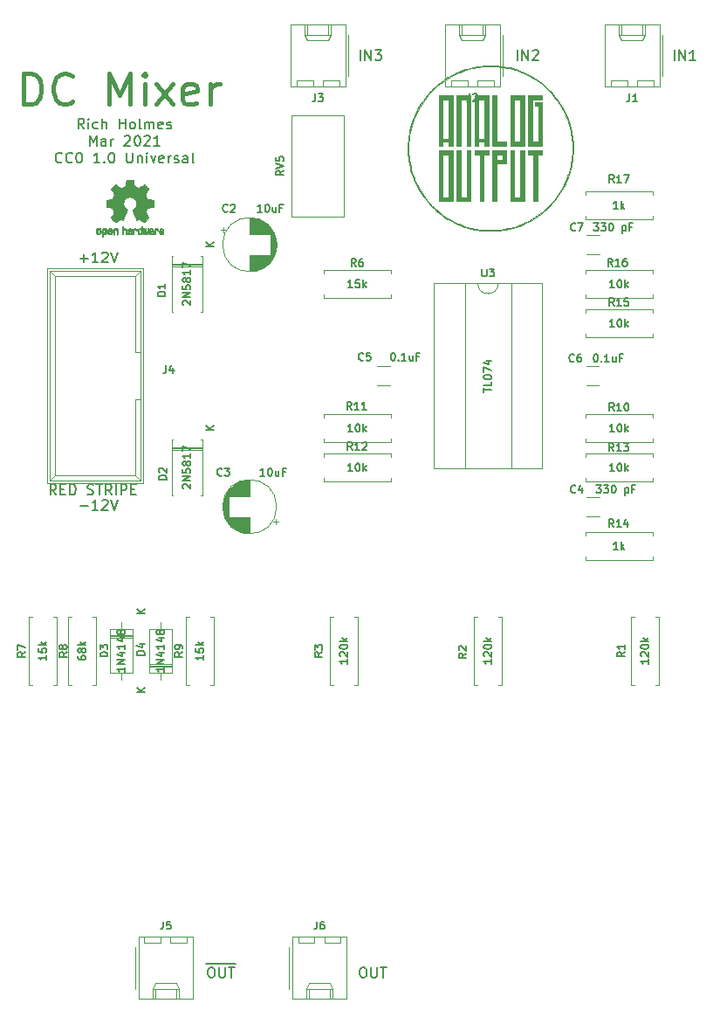
<source format=gbr>
%TF.GenerationSoftware,KiCad,Pcbnew,5.1.9-73d0e3b20d~88~ubuntu20.04.1*%
%TF.CreationDate,2021-04-01T11:15:01-04:00*%
%TF.ProjectId,ao_dc_mixer,616f5f64-635f-46d6-9978-65722e6b6963,rev?*%
%TF.SameCoordinates,Original*%
%TF.FileFunction,Legend,Top*%
%TF.FilePolarity,Positive*%
%FSLAX46Y46*%
G04 Gerber Fmt 4.6, Leading zero omitted, Abs format (unit mm)*
G04 Created by KiCad (PCBNEW 5.1.9-73d0e3b20d~88~ubuntu20.04.1) date 2021-04-01 11:15:01*
%MOMM*%
%LPD*%
G01*
G04 APERTURE LIST*
%ADD10C,0.150000*%
%ADD11C,0.450000*%
%ADD12C,0.010000*%
%ADD13C,0.120000*%
G04 APERTURE END LIST*
D10*
X159847595Y-65476380D02*
X159847595Y-64476380D01*
X160323785Y-65476380D02*
X160323785Y-64476380D01*
X160895214Y-65476380D01*
X160895214Y-64476380D01*
X161895214Y-65476380D02*
X161323785Y-65476380D01*
X161609500Y-65476380D02*
X161609500Y-64476380D01*
X161514261Y-64619238D01*
X161419023Y-64714476D01*
X161323785Y-64762095D01*
X144607595Y-65476380D02*
X144607595Y-64476380D01*
X145083785Y-65476380D02*
X145083785Y-64476380D01*
X145655214Y-65476380D01*
X145655214Y-64476380D01*
X146083785Y-64571619D02*
X146131404Y-64524000D01*
X146226642Y-64476380D01*
X146464738Y-64476380D01*
X146559976Y-64524000D01*
X146607595Y-64571619D01*
X146655214Y-64666857D01*
X146655214Y-64762095D01*
X146607595Y-64904952D01*
X146036166Y-65476380D01*
X146655214Y-65476380D01*
X129367595Y-65476380D02*
X129367595Y-64476380D01*
X129843785Y-65476380D02*
X129843785Y-64476380D01*
X130415214Y-65476380D01*
X130415214Y-64476380D01*
X130796166Y-64476380D02*
X131415214Y-64476380D01*
X131081880Y-64857333D01*
X131224738Y-64857333D01*
X131319976Y-64904952D01*
X131367595Y-64952571D01*
X131415214Y-65047809D01*
X131415214Y-65285904D01*
X131367595Y-65381142D01*
X131319976Y-65428761D01*
X131224738Y-65476380D01*
X130939023Y-65476380D01*
X130843785Y-65428761D01*
X130796166Y-65381142D01*
X129558071Y-153376380D02*
X129748547Y-153376380D01*
X129843785Y-153424000D01*
X129939023Y-153519238D01*
X129986642Y-153709714D01*
X129986642Y-154043047D01*
X129939023Y-154233523D01*
X129843785Y-154328761D01*
X129748547Y-154376380D01*
X129558071Y-154376380D01*
X129462833Y-154328761D01*
X129367595Y-154233523D01*
X129319976Y-154043047D01*
X129319976Y-153709714D01*
X129367595Y-153519238D01*
X129462833Y-153424000D01*
X129558071Y-153376380D01*
X130415214Y-153376380D02*
X130415214Y-154185904D01*
X130462833Y-154281142D01*
X130510452Y-154328761D01*
X130605690Y-154376380D01*
X130796166Y-154376380D01*
X130891404Y-154328761D01*
X130939023Y-154281142D01*
X130986642Y-154185904D01*
X130986642Y-153376380D01*
X131319976Y-153376380D02*
X131891404Y-153376380D01*
X131605690Y-154376380D02*
X131605690Y-153376380D01*
X114397500Y-153009000D02*
X115445119Y-153009000D01*
X114826071Y-153376380D02*
X115016547Y-153376380D01*
X115111785Y-153424000D01*
X115207023Y-153519238D01*
X115254642Y-153709714D01*
X115254642Y-154043047D01*
X115207023Y-154233523D01*
X115111785Y-154328761D01*
X115016547Y-154376380D01*
X114826071Y-154376380D01*
X114730833Y-154328761D01*
X114635595Y-154233523D01*
X114587976Y-154043047D01*
X114587976Y-153709714D01*
X114635595Y-153519238D01*
X114730833Y-153424000D01*
X114826071Y-153376380D01*
X115445119Y-153009000D02*
X116492738Y-153009000D01*
X115683214Y-153376380D02*
X115683214Y-154185904D01*
X115730833Y-154281142D01*
X115778452Y-154328761D01*
X115873690Y-154376380D01*
X116064166Y-154376380D01*
X116159404Y-154328761D01*
X116207023Y-154281142D01*
X116254642Y-154185904D01*
X116254642Y-153376380D01*
X116492738Y-153009000D02*
X117254642Y-153009000D01*
X116587976Y-153376380D02*
X117159404Y-153376380D01*
X116873690Y-154376380D02*
X116873690Y-153376380D01*
X102571428Y-72112380D02*
X102238095Y-71636190D01*
X102000000Y-72112380D02*
X102000000Y-71112380D01*
X102380952Y-71112380D01*
X102476190Y-71160000D01*
X102523809Y-71207619D01*
X102571428Y-71302857D01*
X102571428Y-71445714D01*
X102523809Y-71540952D01*
X102476190Y-71588571D01*
X102380952Y-71636190D01*
X102000000Y-71636190D01*
X103000000Y-72112380D02*
X103000000Y-71445714D01*
X103000000Y-71112380D02*
X102952380Y-71160000D01*
X103000000Y-71207619D01*
X103047619Y-71160000D01*
X103000000Y-71112380D01*
X103000000Y-71207619D01*
X103904761Y-72064761D02*
X103809523Y-72112380D01*
X103619047Y-72112380D01*
X103523809Y-72064761D01*
X103476190Y-72017142D01*
X103428571Y-71921904D01*
X103428571Y-71636190D01*
X103476190Y-71540952D01*
X103523809Y-71493333D01*
X103619047Y-71445714D01*
X103809523Y-71445714D01*
X103904761Y-71493333D01*
X104333333Y-72112380D02*
X104333333Y-71112380D01*
X104761904Y-72112380D02*
X104761904Y-71588571D01*
X104714285Y-71493333D01*
X104619047Y-71445714D01*
X104476190Y-71445714D01*
X104380952Y-71493333D01*
X104333333Y-71540952D01*
X106000000Y-72112380D02*
X106000000Y-71112380D01*
X106000000Y-71588571D02*
X106571428Y-71588571D01*
X106571428Y-72112380D02*
X106571428Y-71112380D01*
X107190476Y-72112380D02*
X107095238Y-72064761D01*
X107047619Y-72017142D01*
X107000000Y-71921904D01*
X107000000Y-71636190D01*
X107047619Y-71540952D01*
X107095238Y-71493333D01*
X107190476Y-71445714D01*
X107333333Y-71445714D01*
X107428571Y-71493333D01*
X107476190Y-71540952D01*
X107523809Y-71636190D01*
X107523809Y-71921904D01*
X107476190Y-72017142D01*
X107428571Y-72064761D01*
X107333333Y-72112380D01*
X107190476Y-72112380D01*
X108095238Y-72112380D02*
X108000000Y-72064761D01*
X107952380Y-71969523D01*
X107952380Y-71112380D01*
X108476190Y-72112380D02*
X108476190Y-71445714D01*
X108476190Y-71540952D02*
X108523809Y-71493333D01*
X108619047Y-71445714D01*
X108761904Y-71445714D01*
X108857142Y-71493333D01*
X108904761Y-71588571D01*
X108904761Y-72112380D01*
X108904761Y-71588571D02*
X108952380Y-71493333D01*
X109047619Y-71445714D01*
X109190476Y-71445714D01*
X109285714Y-71493333D01*
X109333333Y-71588571D01*
X109333333Y-72112380D01*
X110190476Y-72064761D02*
X110095238Y-72112380D01*
X109904761Y-72112380D01*
X109809523Y-72064761D01*
X109761904Y-71969523D01*
X109761904Y-71588571D01*
X109809523Y-71493333D01*
X109904761Y-71445714D01*
X110095238Y-71445714D01*
X110190476Y-71493333D01*
X110238095Y-71588571D01*
X110238095Y-71683809D01*
X109761904Y-71779047D01*
X110619047Y-72064761D02*
X110714285Y-72112380D01*
X110904761Y-72112380D01*
X111000000Y-72064761D01*
X111047619Y-71969523D01*
X111047619Y-71921904D01*
X111000000Y-71826666D01*
X110904761Y-71779047D01*
X110761904Y-71779047D01*
X110666666Y-71731428D01*
X110619047Y-71636190D01*
X110619047Y-71588571D01*
X110666666Y-71493333D01*
X110761904Y-71445714D01*
X110904761Y-71445714D01*
X111000000Y-71493333D01*
X103119047Y-73762380D02*
X103119047Y-72762380D01*
X103452380Y-73476666D01*
X103785714Y-72762380D01*
X103785714Y-73762380D01*
X104690476Y-73762380D02*
X104690476Y-73238571D01*
X104642857Y-73143333D01*
X104547619Y-73095714D01*
X104357142Y-73095714D01*
X104261904Y-73143333D01*
X104690476Y-73714761D02*
X104595238Y-73762380D01*
X104357142Y-73762380D01*
X104261904Y-73714761D01*
X104214285Y-73619523D01*
X104214285Y-73524285D01*
X104261904Y-73429047D01*
X104357142Y-73381428D01*
X104595238Y-73381428D01*
X104690476Y-73333809D01*
X105166666Y-73762380D02*
X105166666Y-73095714D01*
X105166666Y-73286190D02*
X105214285Y-73190952D01*
X105261904Y-73143333D01*
X105357142Y-73095714D01*
X105452380Y-73095714D01*
X106500000Y-72857619D02*
X106547619Y-72810000D01*
X106642857Y-72762380D01*
X106880952Y-72762380D01*
X106976190Y-72810000D01*
X107023809Y-72857619D01*
X107071428Y-72952857D01*
X107071428Y-73048095D01*
X107023809Y-73190952D01*
X106452380Y-73762380D01*
X107071428Y-73762380D01*
X107690476Y-72762380D02*
X107785714Y-72762380D01*
X107880952Y-72810000D01*
X107928571Y-72857619D01*
X107976190Y-72952857D01*
X108023809Y-73143333D01*
X108023809Y-73381428D01*
X107976190Y-73571904D01*
X107928571Y-73667142D01*
X107880952Y-73714761D01*
X107785714Y-73762380D01*
X107690476Y-73762380D01*
X107595238Y-73714761D01*
X107547619Y-73667142D01*
X107500000Y-73571904D01*
X107452380Y-73381428D01*
X107452380Y-73143333D01*
X107500000Y-72952857D01*
X107547619Y-72857619D01*
X107595238Y-72810000D01*
X107690476Y-72762380D01*
X108404761Y-72857619D02*
X108452380Y-72810000D01*
X108547619Y-72762380D01*
X108785714Y-72762380D01*
X108880952Y-72810000D01*
X108928571Y-72857619D01*
X108976190Y-72952857D01*
X108976190Y-73048095D01*
X108928571Y-73190952D01*
X108357142Y-73762380D01*
X108976190Y-73762380D01*
X109928571Y-73762380D02*
X109357142Y-73762380D01*
X109642857Y-73762380D02*
X109642857Y-72762380D01*
X109547619Y-72905238D01*
X109452380Y-73000476D01*
X109357142Y-73048095D01*
X100428571Y-75317142D02*
X100380952Y-75364761D01*
X100238095Y-75412380D01*
X100142857Y-75412380D01*
X100000000Y-75364761D01*
X99904761Y-75269523D01*
X99857142Y-75174285D01*
X99809523Y-74983809D01*
X99809523Y-74840952D01*
X99857142Y-74650476D01*
X99904761Y-74555238D01*
X100000000Y-74460000D01*
X100142857Y-74412380D01*
X100238095Y-74412380D01*
X100380952Y-74460000D01*
X100428571Y-74507619D01*
X101428571Y-75317142D02*
X101380952Y-75364761D01*
X101238095Y-75412380D01*
X101142857Y-75412380D01*
X101000000Y-75364761D01*
X100904761Y-75269523D01*
X100857142Y-75174285D01*
X100809523Y-74983809D01*
X100809523Y-74840952D01*
X100857142Y-74650476D01*
X100904761Y-74555238D01*
X101000000Y-74460000D01*
X101142857Y-74412380D01*
X101238095Y-74412380D01*
X101380952Y-74460000D01*
X101428571Y-74507619D01*
X102047619Y-74412380D02*
X102142857Y-74412380D01*
X102238095Y-74460000D01*
X102285714Y-74507619D01*
X102333333Y-74602857D01*
X102380952Y-74793333D01*
X102380952Y-75031428D01*
X102333333Y-75221904D01*
X102285714Y-75317142D01*
X102238095Y-75364761D01*
X102142857Y-75412380D01*
X102047619Y-75412380D01*
X101952380Y-75364761D01*
X101904761Y-75317142D01*
X101857142Y-75221904D01*
X101809523Y-75031428D01*
X101809523Y-74793333D01*
X101857142Y-74602857D01*
X101904761Y-74507619D01*
X101952380Y-74460000D01*
X102047619Y-74412380D01*
X104095238Y-75412380D02*
X103523809Y-75412380D01*
X103809523Y-75412380D02*
X103809523Y-74412380D01*
X103714285Y-74555238D01*
X103619047Y-74650476D01*
X103523809Y-74698095D01*
X104523809Y-75317142D02*
X104571428Y-75364761D01*
X104523809Y-75412380D01*
X104476190Y-75364761D01*
X104523809Y-75317142D01*
X104523809Y-75412380D01*
X105190476Y-74412380D02*
X105285714Y-74412380D01*
X105380952Y-74460000D01*
X105428571Y-74507619D01*
X105476190Y-74602857D01*
X105523809Y-74793333D01*
X105523809Y-75031428D01*
X105476190Y-75221904D01*
X105428571Y-75317142D01*
X105380952Y-75364761D01*
X105285714Y-75412380D01*
X105190476Y-75412380D01*
X105095238Y-75364761D01*
X105047619Y-75317142D01*
X105000000Y-75221904D01*
X104952380Y-75031428D01*
X104952380Y-74793333D01*
X105000000Y-74602857D01*
X105047619Y-74507619D01*
X105095238Y-74460000D01*
X105190476Y-74412380D01*
X106714285Y-74412380D02*
X106714285Y-75221904D01*
X106761904Y-75317142D01*
X106809523Y-75364761D01*
X106904761Y-75412380D01*
X107095238Y-75412380D01*
X107190476Y-75364761D01*
X107238095Y-75317142D01*
X107285714Y-75221904D01*
X107285714Y-74412380D01*
X107761904Y-74745714D02*
X107761904Y-75412380D01*
X107761904Y-74840952D02*
X107809523Y-74793333D01*
X107904761Y-74745714D01*
X108047619Y-74745714D01*
X108142857Y-74793333D01*
X108190476Y-74888571D01*
X108190476Y-75412380D01*
X108666666Y-75412380D02*
X108666666Y-74745714D01*
X108666666Y-74412380D02*
X108619047Y-74460000D01*
X108666666Y-74507619D01*
X108714285Y-74460000D01*
X108666666Y-74412380D01*
X108666666Y-74507619D01*
X109047619Y-74745714D02*
X109285714Y-75412380D01*
X109523809Y-74745714D01*
X110285714Y-75364761D02*
X110190476Y-75412380D01*
X110000000Y-75412380D01*
X109904761Y-75364761D01*
X109857142Y-75269523D01*
X109857142Y-74888571D01*
X109904761Y-74793333D01*
X110000000Y-74745714D01*
X110190476Y-74745714D01*
X110285714Y-74793333D01*
X110333333Y-74888571D01*
X110333333Y-74983809D01*
X109857142Y-75079047D01*
X110761904Y-75412380D02*
X110761904Y-74745714D01*
X110761904Y-74936190D02*
X110809523Y-74840952D01*
X110857142Y-74793333D01*
X110952380Y-74745714D01*
X111047619Y-74745714D01*
X111333333Y-75364761D02*
X111428571Y-75412380D01*
X111619047Y-75412380D01*
X111714285Y-75364761D01*
X111761904Y-75269523D01*
X111761904Y-75221904D01*
X111714285Y-75126666D01*
X111619047Y-75079047D01*
X111476190Y-75079047D01*
X111380952Y-75031428D01*
X111333333Y-74936190D01*
X111333333Y-74888571D01*
X111380952Y-74793333D01*
X111476190Y-74745714D01*
X111619047Y-74745714D01*
X111714285Y-74793333D01*
X112619047Y-75412380D02*
X112619047Y-74888571D01*
X112571428Y-74793333D01*
X112476190Y-74745714D01*
X112285714Y-74745714D01*
X112190476Y-74793333D01*
X112619047Y-75364761D02*
X112523809Y-75412380D01*
X112285714Y-75412380D01*
X112190476Y-75364761D01*
X112142857Y-75269523D01*
X112142857Y-75174285D01*
X112190476Y-75079047D01*
X112285714Y-75031428D01*
X112523809Y-75031428D01*
X112619047Y-74983809D01*
X113238095Y-75412380D02*
X113142857Y-75364761D01*
X113095238Y-75269523D01*
X113095238Y-74412380D01*
D11*
X96714285Y-69747142D02*
X96714285Y-66747142D01*
X97428571Y-66747142D01*
X97857142Y-66890000D01*
X98142857Y-67175714D01*
X98285714Y-67461428D01*
X98428571Y-68032857D01*
X98428571Y-68461428D01*
X98285714Y-69032857D01*
X98142857Y-69318571D01*
X97857142Y-69604285D01*
X97428571Y-69747142D01*
X96714285Y-69747142D01*
X101428571Y-69461428D02*
X101285714Y-69604285D01*
X100857142Y-69747142D01*
X100571428Y-69747142D01*
X100142857Y-69604285D01*
X99857142Y-69318571D01*
X99714285Y-69032857D01*
X99571428Y-68461428D01*
X99571428Y-68032857D01*
X99714285Y-67461428D01*
X99857142Y-67175714D01*
X100142857Y-66890000D01*
X100571428Y-66747142D01*
X100857142Y-66747142D01*
X101285714Y-66890000D01*
X101428571Y-67032857D01*
X105000000Y-69747142D02*
X105000000Y-66747142D01*
X106000000Y-68890000D01*
X107000000Y-66747142D01*
X107000000Y-69747142D01*
X108428571Y-69747142D02*
X108428571Y-67747142D01*
X108428571Y-66747142D02*
X108285714Y-66890000D01*
X108428571Y-67032857D01*
X108571428Y-66890000D01*
X108428571Y-66747142D01*
X108428571Y-67032857D01*
X109571428Y-69747142D02*
X111142857Y-67747142D01*
X109571428Y-67747142D02*
X111142857Y-69747142D01*
X113428571Y-69604285D02*
X113142857Y-69747142D01*
X112571428Y-69747142D01*
X112285714Y-69604285D01*
X112142857Y-69318571D01*
X112142857Y-68175714D01*
X112285714Y-67890000D01*
X112571428Y-67747142D01*
X113142857Y-67747142D01*
X113428571Y-67890000D01*
X113571428Y-68175714D01*
X113571428Y-68461428D01*
X112142857Y-68747142D01*
X114857142Y-69747142D02*
X114857142Y-67747142D01*
X114857142Y-68318571D02*
X115000000Y-68032857D01*
X115142857Y-67890000D01*
X115428571Y-67747142D01*
X115714285Y-67747142D01*
D12*
%TO.C,GRAF2*%
G36*
X104599744Y-81729918D02*
G01*
X104655201Y-81757568D01*
X104704148Y-81808480D01*
X104717629Y-81827338D01*
X104732314Y-81852015D01*
X104741842Y-81878816D01*
X104747293Y-81914587D01*
X104749747Y-81966169D01*
X104750286Y-82034267D01*
X104747852Y-82127588D01*
X104739394Y-82197657D01*
X104723174Y-82249931D01*
X104697454Y-82289869D01*
X104660497Y-82322929D01*
X104657782Y-82324886D01*
X104621360Y-82344908D01*
X104577502Y-82354815D01*
X104521724Y-82357257D01*
X104431048Y-82357257D01*
X104431010Y-82445283D01*
X104430166Y-82494308D01*
X104425024Y-82523065D01*
X104411587Y-82540311D01*
X104385858Y-82554808D01*
X104379679Y-82557769D01*
X104350764Y-82571648D01*
X104328376Y-82580414D01*
X104311729Y-82581171D01*
X104300036Y-82571023D01*
X104292510Y-82547073D01*
X104288366Y-82506426D01*
X104286815Y-82446186D01*
X104287071Y-82363455D01*
X104288349Y-82255339D01*
X104288748Y-82223000D01*
X104290185Y-82111524D01*
X104291472Y-82038603D01*
X104430971Y-82038603D01*
X104431755Y-82100499D01*
X104435240Y-82140997D01*
X104443124Y-82167708D01*
X104457105Y-82188244D01*
X104466597Y-82198260D01*
X104505404Y-82227567D01*
X104539763Y-82229952D01*
X104575216Y-82205750D01*
X104576114Y-82204857D01*
X104590539Y-82186153D01*
X104599313Y-82160732D01*
X104603739Y-82121584D01*
X104605118Y-82061697D01*
X104605143Y-82048430D01*
X104601812Y-81965901D01*
X104590969Y-81908691D01*
X104571340Y-81873766D01*
X104541650Y-81858094D01*
X104524491Y-81856514D01*
X104483766Y-81863926D01*
X104455832Y-81888330D01*
X104439017Y-81932980D01*
X104431650Y-82001130D01*
X104430971Y-82038603D01*
X104291472Y-82038603D01*
X104291708Y-82025245D01*
X104293677Y-81960333D01*
X104296450Y-81912958D01*
X104300388Y-81879290D01*
X104305849Y-81855498D01*
X104313192Y-81837753D01*
X104322777Y-81822224D01*
X104326887Y-81816381D01*
X104381405Y-81761185D01*
X104450336Y-81729890D01*
X104530072Y-81721165D01*
X104599744Y-81729918D01*
G37*
X104599744Y-81729918D02*
X104655201Y-81757568D01*
X104704148Y-81808480D01*
X104717629Y-81827338D01*
X104732314Y-81852015D01*
X104741842Y-81878816D01*
X104747293Y-81914587D01*
X104749747Y-81966169D01*
X104750286Y-82034267D01*
X104747852Y-82127588D01*
X104739394Y-82197657D01*
X104723174Y-82249931D01*
X104697454Y-82289869D01*
X104660497Y-82322929D01*
X104657782Y-82324886D01*
X104621360Y-82344908D01*
X104577502Y-82354815D01*
X104521724Y-82357257D01*
X104431048Y-82357257D01*
X104431010Y-82445283D01*
X104430166Y-82494308D01*
X104425024Y-82523065D01*
X104411587Y-82540311D01*
X104385858Y-82554808D01*
X104379679Y-82557769D01*
X104350764Y-82571648D01*
X104328376Y-82580414D01*
X104311729Y-82581171D01*
X104300036Y-82571023D01*
X104292510Y-82547073D01*
X104288366Y-82506426D01*
X104286815Y-82446186D01*
X104287071Y-82363455D01*
X104288349Y-82255339D01*
X104288748Y-82223000D01*
X104290185Y-82111524D01*
X104291472Y-82038603D01*
X104430971Y-82038603D01*
X104431755Y-82100499D01*
X104435240Y-82140997D01*
X104443124Y-82167708D01*
X104457105Y-82188244D01*
X104466597Y-82198260D01*
X104505404Y-82227567D01*
X104539763Y-82229952D01*
X104575216Y-82205750D01*
X104576114Y-82204857D01*
X104590539Y-82186153D01*
X104599313Y-82160732D01*
X104603739Y-82121584D01*
X104605118Y-82061697D01*
X104605143Y-82048430D01*
X104601812Y-81965901D01*
X104590969Y-81908691D01*
X104571340Y-81873766D01*
X104541650Y-81858094D01*
X104524491Y-81856514D01*
X104483766Y-81863926D01*
X104455832Y-81888330D01*
X104439017Y-81932980D01*
X104431650Y-82001130D01*
X104430971Y-82038603D01*
X104291472Y-82038603D01*
X104291708Y-82025245D01*
X104293677Y-81960333D01*
X104296450Y-81912958D01*
X104300388Y-81879290D01*
X104305849Y-81855498D01*
X104313192Y-81837753D01*
X104322777Y-81822224D01*
X104326887Y-81816381D01*
X104381405Y-81761185D01*
X104450336Y-81729890D01*
X104530072Y-81721165D01*
X104599744Y-81729918D01*
G36*
X105716093Y-81737780D02*
G01*
X105762672Y-81764723D01*
X105795057Y-81791466D01*
X105818742Y-81819484D01*
X105835059Y-81853748D01*
X105845339Y-81899227D01*
X105850914Y-81960892D01*
X105853116Y-82043711D01*
X105853371Y-82103246D01*
X105853371Y-82322391D01*
X105791686Y-82350044D01*
X105730000Y-82377697D01*
X105722743Y-82137670D01*
X105719744Y-82048028D01*
X105716598Y-81982962D01*
X105712701Y-81938026D01*
X105707447Y-81908770D01*
X105700231Y-81890748D01*
X105690450Y-81879511D01*
X105687312Y-81877079D01*
X105639761Y-81858083D01*
X105591697Y-81865600D01*
X105563086Y-81885543D01*
X105551447Y-81899675D01*
X105543391Y-81918220D01*
X105538271Y-81946334D01*
X105535441Y-81989173D01*
X105534256Y-82051895D01*
X105534057Y-82117261D01*
X105534018Y-82199268D01*
X105532614Y-82257316D01*
X105527914Y-82296465D01*
X105517987Y-82321780D01*
X105500903Y-82338323D01*
X105474732Y-82351156D01*
X105439775Y-82364491D01*
X105401596Y-82379007D01*
X105406141Y-82121389D01*
X105407971Y-82028519D01*
X105410112Y-81959889D01*
X105413181Y-81910711D01*
X105417794Y-81876198D01*
X105424568Y-81851562D01*
X105434119Y-81832016D01*
X105445634Y-81814770D01*
X105501190Y-81759680D01*
X105568980Y-81727822D01*
X105642713Y-81720191D01*
X105716093Y-81737780D01*
G37*
X105716093Y-81737780D02*
X105762672Y-81764723D01*
X105795057Y-81791466D01*
X105818742Y-81819484D01*
X105835059Y-81853748D01*
X105845339Y-81899227D01*
X105850914Y-81960892D01*
X105853116Y-82043711D01*
X105853371Y-82103246D01*
X105853371Y-82322391D01*
X105791686Y-82350044D01*
X105730000Y-82377697D01*
X105722743Y-82137670D01*
X105719744Y-82048028D01*
X105716598Y-81982962D01*
X105712701Y-81938026D01*
X105707447Y-81908770D01*
X105700231Y-81890748D01*
X105690450Y-81879511D01*
X105687312Y-81877079D01*
X105639761Y-81858083D01*
X105591697Y-81865600D01*
X105563086Y-81885543D01*
X105551447Y-81899675D01*
X105543391Y-81918220D01*
X105538271Y-81946334D01*
X105535441Y-81989173D01*
X105534256Y-82051895D01*
X105534057Y-82117261D01*
X105534018Y-82199268D01*
X105532614Y-82257316D01*
X105527914Y-82296465D01*
X105517987Y-82321780D01*
X105500903Y-82338323D01*
X105474732Y-82351156D01*
X105439775Y-82364491D01*
X105401596Y-82379007D01*
X105406141Y-82121389D01*
X105407971Y-82028519D01*
X105410112Y-81959889D01*
X105413181Y-81910711D01*
X105417794Y-81876198D01*
X105424568Y-81851562D01*
X105434119Y-81832016D01*
X105445634Y-81814770D01*
X105501190Y-81759680D01*
X105568980Y-81727822D01*
X105642713Y-81720191D01*
X105716093Y-81737780D01*
G36*
X104041115Y-81731962D02*
G01*
X104109145Y-81767733D01*
X104159351Y-81825301D01*
X104177185Y-81862312D01*
X104191063Y-81917882D01*
X104198167Y-81988096D01*
X104198840Y-82064727D01*
X104193427Y-82139552D01*
X104182270Y-82204342D01*
X104165714Y-82250873D01*
X104160626Y-82258887D01*
X104100355Y-82318707D01*
X104028769Y-82354535D01*
X103951092Y-82365020D01*
X103872548Y-82348810D01*
X103850689Y-82339092D01*
X103808122Y-82309143D01*
X103770763Y-82269433D01*
X103767232Y-82264397D01*
X103752881Y-82240124D01*
X103743394Y-82214178D01*
X103737790Y-82180022D01*
X103735086Y-82131119D01*
X103734299Y-82060935D01*
X103734286Y-82045200D01*
X103734322Y-82040192D01*
X103879429Y-82040192D01*
X103880273Y-82106430D01*
X103883596Y-82150386D01*
X103890583Y-82178779D01*
X103902416Y-82198325D01*
X103908457Y-82204857D01*
X103943186Y-82229680D01*
X103976903Y-82228548D01*
X104010995Y-82207016D01*
X104031329Y-82184029D01*
X104043371Y-82150478D01*
X104050134Y-82097569D01*
X104050598Y-82091399D01*
X104051752Y-81995513D01*
X104039688Y-81924299D01*
X104014570Y-81878194D01*
X103976560Y-81857635D01*
X103962992Y-81856514D01*
X103927364Y-81862152D01*
X103902994Y-81881686D01*
X103888093Y-81919042D01*
X103880875Y-81978150D01*
X103879429Y-82040192D01*
X103734322Y-82040192D01*
X103734826Y-81970413D01*
X103737096Y-81918159D01*
X103742068Y-81881949D01*
X103750713Y-81855299D01*
X103764005Y-81831722D01*
X103766943Y-81827338D01*
X103816313Y-81768249D01*
X103870109Y-81733947D01*
X103935602Y-81720331D01*
X103957842Y-81719665D01*
X104041115Y-81731962D01*
G37*
X104041115Y-81731962D02*
X104109145Y-81767733D01*
X104159351Y-81825301D01*
X104177185Y-81862312D01*
X104191063Y-81917882D01*
X104198167Y-81988096D01*
X104198840Y-82064727D01*
X104193427Y-82139552D01*
X104182270Y-82204342D01*
X104165714Y-82250873D01*
X104160626Y-82258887D01*
X104100355Y-82318707D01*
X104028769Y-82354535D01*
X103951092Y-82365020D01*
X103872548Y-82348810D01*
X103850689Y-82339092D01*
X103808122Y-82309143D01*
X103770763Y-82269433D01*
X103767232Y-82264397D01*
X103752881Y-82240124D01*
X103743394Y-82214178D01*
X103737790Y-82180022D01*
X103735086Y-82131119D01*
X103734299Y-82060935D01*
X103734286Y-82045200D01*
X103734322Y-82040192D01*
X103879429Y-82040192D01*
X103880273Y-82106430D01*
X103883596Y-82150386D01*
X103890583Y-82178779D01*
X103902416Y-82198325D01*
X103908457Y-82204857D01*
X103943186Y-82229680D01*
X103976903Y-82228548D01*
X104010995Y-82207016D01*
X104031329Y-82184029D01*
X104043371Y-82150478D01*
X104050134Y-82097569D01*
X104050598Y-82091399D01*
X104051752Y-81995513D01*
X104039688Y-81924299D01*
X104014570Y-81878194D01*
X103976560Y-81857635D01*
X103962992Y-81856514D01*
X103927364Y-81862152D01*
X103902994Y-81881686D01*
X103888093Y-81919042D01*
X103880875Y-81978150D01*
X103879429Y-82040192D01*
X103734322Y-82040192D01*
X103734826Y-81970413D01*
X103737096Y-81918159D01*
X103742068Y-81881949D01*
X103750713Y-81855299D01*
X103764005Y-81831722D01*
X103766943Y-81827338D01*
X103816313Y-81768249D01*
X103870109Y-81733947D01*
X103935602Y-81720331D01*
X103957842Y-81719665D01*
X104041115Y-81731962D01*
G36*
X105168303Y-81741239D02*
G01*
X105225527Y-81779735D01*
X105269749Y-81835335D01*
X105296167Y-81906086D01*
X105301510Y-81958162D01*
X105300903Y-81979893D01*
X105295822Y-81996531D01*
X105281855Y-82011437D01*
X105254589Y-82027973D01*
X105209612Y-82049498D01*
X105142511Y-82079374D01*
X105142171Y-82079524D01*
X105080407Y-82107813D01*
X105029759Y-82132933D01*
X104995404Y-82152179D01*
X104982518Y-82162848D01*
X104982514Y-82162934D01*
X104993872Y-82186166D01*
X105020431Y-82211774D01*
X105050923Y-82230221D01*
X105066370Y-82233886D01*
X105108515Y-82221212D01*
X105144808Y-82189471D01*
X105162517Y-82154572D01*
X105179552Y-82128845D01*
X105212922Y-82099546D01*
X105252149Y-82074235D01*
X105286756Y-82060471D01*
X105293993Y-82059714D01*
X105302139Y-82072160D01*
X105302630Y-82103972D01*
X105296643Y-82146866D01*
X105285357Y-82192558D01*
X105269950Y-82232761D01*
X105269171Y-82234322D01*
X105222804Y-82299062D01*
X105162711Y-82343097D01*
X105094465Y-82364711D01*
X105023638Y-82362185D01*
X104955804Y-82333804D01*
X104952788Y-82331808D01*
X104899427Y-82283448D01*
X104864340Y-82220352D01*
X104844922Y-82137387D01*
X104842316Y-82114078D01*
X104837701Y-82004055D01*
X104843233Y-81952748D01*
X104982514Y-81952748D01*
X104984324Y-81984753D01*
X104994222Y-81994093D01*
X105018898Y-81987105D01*
X105057795Y-81970587D01*
X105101275Y-81949881D01*
X105102356Y-81949333D01*
X105139209Y-81929949D01*
X105154000Y-81917013D01*
X105150353Y-81903451D01*
X105134995Y-81885632D01*
X105095923Y-81859845D01*
X105053846Y-81857950D01*
X105016103Y-81876717D01*
X104990034Y-81912915D01*
X104982514Y-81952748D01*
X104843233Y-81952748D01*
X104847194Y-81916027D01*
X104871550Y-81846212D01*
X104905456Y-81797302D01*
X104966653Y-81747878D01*
X105034063Y-81723359D01*
X105102880Y-81721797D01*
X105168303Y-81741239D01*
G37*
X105168303Y-81741239D02*
X105225527Y-81779735D01*
X105269749Y-81835335D01*
X105296167Y-81906086D01*
X105301510Y-81958162D01*
X105300903Y-81979893D01*
X105295822Y-81996531D01*
X105281855Y-82011437D01*
X105254589Y-82027973D01*
X105209612Y-82049498D01*
X105142511Y-82079374D01*
X105142171Y-82079524D01*
X105080407Y-82107813D01*
X105029759Y-82132933D01*
X104995404Y-82152179D01*
X104982518Y-82162848D01*
X104982514Y-82162934D01*
X104993872Y-82186166D01*
X105020431Y-82211774D01*
X105050923Y-82230221D01*
X105066370Y-82233886D01*
X105108515Y-82221212D01*
X105144808Y-82189471D01*
X105162517Y-82154572D01*
X105179552Y-82128845D01*
X105212922Y-82099546D01*
X105252149Y-82074235D01*
X105286756Y-82060471D01*
X105293993Y-82059714D01*
X105302139Y-82072160D01*
X105302630Y-82103972D01*
X105296643Y-82146866D01*
X105285357Y-82192558D01*
X105269950Y-82232761D01*
X105269171Y-82234322D01*
X105222804Y-82299062D01*
X105162711Y-82343097D01*
X105094465Y-82364711D01*
X105023638Y-82362185D01*
X104955804Y-82333804D01*
X104952788Y-82331808D01*
X104899427Y-82283448D01*
X104864340Y-82220352D01*
X104844922Y-82137387D01*
X104842316Y-82114078D01*
X104837701Y-82004055D01*
X104843233Y-81952748D01*
X104982514Y-81952748D01*
X104984324Y-81984753D01*
X104994222Y-81994093D01*
X105018898Y-81987105D01*
X105057795Y-81970587D01*
X105101275Y-81949881D01*
X105102356Y-81949333D01*
X105139209Y-81929949D01*
X105154000Y-81917013D01*
X105150353Y-81903451D01*
X105134995Y-81885632D01*
X105095923Y-81859845D01*
X105053846Y-81857950D01*
X105016103Y-81876717D01*
X104990034Y-81912915D01*
X104982514Y-81952748D01*
X104843233Y-81952748D01*
X104847194Y-81916027D01*
X104871550Y-81846212D01*
X104905456Y-81797302D01*
X104966653Y-81747878D01*
X105034063Y-81723359D01*
X105102880Y-81721797D01*
X105168303Y-81741239D01*
G36*
X106375886Y-81661289D02*
G01*
X106380139Y-81720613D01*
X106385025Y-81755572D01*
X106391795Y-81770820D01*
X106401702Y-81771015D01*
X106404914Y-81769195D01*
X106447644Y-81756015D01*
X106503227Y-81756785D01*
X106559737Y-81770333D01*
X106595082Y-81787861D01*
X106631321Y-81815861D01*
X106657813Y-81847549D01*
X106675999Y-81887813D01*
X106687322Y-81941543D01*
X106693222Y-82013626D01*
X106695143Y-82108951D01*
X106695177Y-82127237D01*
X106695200Y-82332646D01*
X106649491Y-82348580D01*
X106617027Y-82359420D01*
X106599215Y-82364468D01*
X106598691Y-82364514D01*
X106596937Y-82350828D01*
X106595444Y-82313076D01*
X106594326Y-82256224D01*
X106593697Y-82185234D01*
X106593600Y-82142073D01*
X106593398Y-82056973D01*
X106592358Y-81995981D01*
X106589831Y-81954177D01*
X106585164Y-81926642D01*
X106577707Y-81908456D01*
X106566811Y-81894698D01*
X106560007Y-81888073D01*
X106513272Y-81861375D01*
X106462272Y-81859375D01*
X106416001Y-81881955D01*
X106407444Y-81890107D01*
X106394893Y-81905436D01*
X106386188Y-81923618D01*
X106380631Y-81949909D01*
X106377526Y-81989562D01*
X106376176Y-82047832D01*
X106375886Y-82128173D01*
X106375886Y-82332646D01*
X106330177Y-82348580D01*
X106297713Y-82359420D01*
X106279901Y-82364468D01*
X106279377Y-82364514D01*
X106278037Y-82350623D01*
X106276828Y-82311439D01*
X106275801Y-82250700D01*
X106275002Y-82172141D01*
X106274481Y-82079498D01*
X106274286Y-81976509D01*
X106274286Y-81579342D01*
X106321457Y-81559444D01*
X106368629Y-81539547D01*
X106375886Y-81661289D01*
G37*
X106375886Y-81661289D02*
X106380139Y-81720613D01*
X106385025Y-81755572D01*
X106391795Y-81770820D01*
X106401702Y-81771015D01*
X106404914Y-81769195D01*
X106447644Y-81756015D01*
X106503227Y-81756785D01*
X106559737Y-81770333D01*
X106595082Y-81787861D01*
X106631321Y-81815861D01*
X106657813Y-81847549D01*
X106675999Y-81887813D01*
X106687322Y-81941543D01*
X106693222Y-82013626D01*
X106695143Y-82108951D01*
X106695177Y-82127237D01*
X106695200Y-82332646D01*
X106649491Y-82348580D01*
X106617027Y-82359420D01*
X106599215Y-82364468D01*
X106598691Y-82364514D01*
X106596937Y-82350828D01*
X106595444Y-82313076D01*
X106594326Y-82256224D01*
X106593697Y-82185234D01*
X106593600Y-82142073D01*
X106593398Y-82056973D01*
X106592358Y-81995981D01*
X106589831Y-81954177D01*
X106585164Y-81926642D01*
X106577707Y-81908456D01*
X106566811Y-81894698D01*
X106560007Y-81888073D01*
X106513272Y-81861375D01*
X106462272Y-81859375D01*
X106416001Y-81881955D01*
X106407444Y-81890107D01*
X106394893Y-81905436D01*
X106386188Y-81923618D01*
X106380631Y-81949909D01*
X106377526Y-81989562D01*
X106376176Y-82047832D01*
X106375886Y-82128173D01*
X106375886Y-82332646D01*
X106330177Y-82348580D01*
X106297713Y-82359420D01*
X106279901Y-82364468D01*
X106279377Y-82364514D01*
X106278037Y-82350623D01*
X106276828Y-82311439D01*
X106275801Y-82250700D01*
X106275002Y-82172141D01*
X106274481Y-82079498D01*
X106274286Y-81976509D01*
X106274286Y-81579342D01*
X106321457Y-81559444D01*
X106368629Y-81539547D01*
X106375886Y-81661289D01*
G36*
X107039744Y-81760968D02*
G01*
X107096616Y-81782087D01*
X107097267Y-81782493D01*
X107132440Y-81808380D01*
X107158407Y-81838633D01*
X107176670Y-81878058D01*
X107188732Y-81931462D01*
X107196096Y-82003651D01*
X107200264Y-82099432D01*
X107200629Y-82113078D01*
X107205876Y-82318842D01*
X107161716Y-82341678D01*
X107129763Y-82357110D01*
X107110470Y-82364423D01*
X107109578Y-82364514D01*
X107106239Y-82351022D01*
X107103587Y-82314626D01*
X107101956Y-82261452D01*
X107101600Y-82218393D01*
X107101592Y-82148641D01*
X107098403Y-82104837D01*
X107087288Y-82083944D01*
X107063501Y-82082925D01*
X107022296Y-82098741D01*
X106960086Y-82127815D01*
X106914341Y-82151963D01*
X106890813Y-82172913D01*
X106883896Y-82195747D01*
X106883886Y-82196877D01*
X106895299Y-82236212D01*
X106929092Y-82257462D01*
X106980809Y-82260539D01*
X107018061Y-82260006D01*
X107037703Y-82270735D01*
X107049952Y-82296505D01*
X107057002Y-82329337D01*
X107046842Y-82347966D01*
X107043017Y-82350632D01*
X107007001Y-82361340D01*
X106956566Y-82362856D01*
X106904626Y-82355759D01*
X106867822Y-82342788D01*
X106816938Y-82299585D01*
X106788014Y-82239446D01*
X106782286Y-82192462D01*
X106786657Y-82150082D01*
X106802475Y-82115488D01*
X106833797Y-82084763D01*
X106884678Y-82053990D01*
X106959176Y-82019252D01*
X106963714Y-82017288D01*
X107030821Y-81986287D01*
X107072232Y-81960862D01*
X107089981Y-81938014D01*
X107086107Y-81914745D01*
X107062643Y-81888056D01*
X107055627Y-81881914D01*
X107008630Y-81858100D01*
X106959933Y-81859103D01*
X106917522Y-81882451D01*
X106889384Y-81925675D01*
X106886769Y-81934160D01*
X106861308Y-81975308D01*
X106829001Y-81995128D01*
X106782286Y-82014770D01*
X106782286Y-81963950D01*
X106796496Y-81890082D01*
X106838675Y-81822327D01*
X106860624Y-81799661D01*
X106910517Y-81770569D01*
X106973967Y-81757400D01*
X107039744Y-81760968D01*
G37*
X107039744Y-81760968D02*
X107096616Y-81782087D01*
X107097267Y-81782493D01*
X107132440Y-81808380D01*
X107158407Y-81838633D01*
X107176670Y-81878058D01*
X107188732Y-81931462D01*
X107196096Y-82003651D01*
X107200264Y-82099432D01*
X107200629Y-82113078D01*
X107205876Y-82318842D01*
X107161716Y-82341678D01*
X107129763Y-82357110D01*
X107110470Y-82364423D01*
X107109578Y-82364514D01*
X107106239Y-82351022D01*
X107103587Y-82314626D01*
X107101956Y-82261452D01*
X107101600Y-82218393D01*
X107101592Y-82148641D01*
X107098403Y-82104837D01*
X107087288Y-82083944D01*
X107063501Y-82082925D01*
X107022296Y-82098741D01*
X106960086Y-82127815D01*
X106914341Y-82151963D01*
X106890813Y-82172913D01*
X106883896Y-82195747D01*
X106883886Y-82196877D01*
X106895299Y-82236212D01*
X106929092Y-82257462D01*
X106980809Y-82260539D01*
X107018061Y-82260006D01*
X107037703Y-82270735D01*
X107049952Y-82296505D01*
X107057002Y-82329337D01*
X107046842Y-82347966D01*
X107043017Y-82350632D01*
X107007001Y-82361340D01*
X106956566Y-82362856D01*
X106904626Y-82355759D01*
X106867822Y-82342788D01*
X106816938Y-82299585D01*
X106788014Y-82239446D01*
X106782286Y-82192462D01*
X106786657Y-82150082D01*
X106802475Y-82115488D01*
X106833797Y-82084763D01*
X106884678Y-82053990D01*
X106959176Y-82019252D01*
X106963714Y-82017288D01*
X107030821Y-81986287D01*
X107072232Y-81960862D01*
X107089981Y-81938014D01*
X107086107Y-81914745D01*
X107062643Y-81888056D01*
X107055627Y-81881914D01*
X107008630Y-81858100D01*
X106959933Y-81859103D01*
X106917522Y-81882451D01*
X106889384Y-81925675D01*
X106886769Y-81934160D01*
X106861308Y-81975308D01*
X106829001Y-81995128D01*
X106782286Y-82014770D01*
X106782286Y-81963950D01*
X106796496Y-81890082D01*
X106838675Y-81822327D01*
X106860624Y-81799661D01*
X106910517Y-81770569D01*
X106973967Y-81757400D01*
X107039744Y-81760968D01*
G36*
X107529926Y-81759755D02*
G01*
X107595858Y-81784084D01*
X107649273Y-81827117D01*
X107670164Y-81857409D01*
X107692939Y-81912994D01*
X107692466Y-81953186D01*
X107668562Y-81980217D01*
X107659717Y-81984813D01*
X107621530Y-81999144D01*
X107602028Y-81995472D01*
X107595422Y-81971407D01*
X107595086Y-81958114D01*
X107582992Y-81909210D01*
X107551471Y-81874999D01*
X107507659Y-81858476D01*
X107458695Y-81862634D01*
X107418894Y-81884227D01*
X107405450Y-81896544D01*
X107395921Y-81911487D01*
X107389485Y-81934075D01*
X107385317Y-81969328D01*
X107382597Y-82022266D01*
X107380502Y-82097907D01*
X107379960Y-82121857D01*
X107377981Y-82203790D01*
X107375731Y-82261455D01*
X107372357Y-82299608D01*
X107367006Y-82323004D01*
X107358824Y-82336398D01*
X107346959Y-82344545D01*
X107339362Y-82348144D01*
X107307102Y-82360452D01*
X107288111Y-82364514D01*
X107281836Y-82350948D01*
X107278006Y-82309934D01*
X107276600Y-82240999D01*
X107277598Y-82143669D01*
X107277908Y-82128657D01*
X107280101Y-82039859D01*
X107282693Y-81975019D01*
X107286382Y-81929067D01*
X107291864Y-81896935D01*
X107299835Y-81873553D01*
X107310993Y-81853852D01*
X107316830Y-81845410D01*
X107350296Y-81808057D01*
X107387727Y-81779003D01*
X107392309Y-81776467D01*
X107459426Y-81756443D01*
X107529926Y-81759755D01*
G37*
X107529926Y-81759755D02*
X107595858Y-81784084D01*
X107649273Y-81827117D01*
X107670164Y-81857409D01*
X107692939Y-81912994D01*
X107692466Y-81953186D01*
X107668562Y-81980217D01*
X107659717Y-81984813D01*
X107621530Y-81999144D01*
X107602028Y-81995472D01*
X107595422Y-81971407D01*
X107595086Y-81958114D01*
X107582992Y-81909210D01*
X107551471Y-81874999D01*
X107507659Y-81858476D01*
X107458695Y-81862634D01*
X107418894Y-81884227D01*
X107405450Y-81896544D01*
X107395921Y-81911487D01*
X107389485Y-81934075D01*
X107385317Y-81969328D01*
X107382597Y-82022266D01*
X107380502Y-82097907D01*
X107379960Y-82121857D01*
X107377981Y-82203790D01*
X107375731Y-82261455D01*
X107372357Y-82299608D01*
X107367006Y-82323004D01*
X107358824Y-82336398D01*
X107346959Y-82344545D01*
X107339362Y-82348144D01*
X107307102Y-82360452D01*
X107288111Y-82364514D01*
X107281836Y-82350948D01*
X107278006Y-82309934D01*
X107276600Y-82240999D01*
X107277598Y-82143669D01*
X107277908Y-82128657D01*
X107280101Y-82039859D01*
X107282693Y-81975019D01*
X107286382Y-81929067D01*
X107291864Y-81896935D01*
X107299835Y-81873553D01*
X107310993Y-81853852D01*
X107316830Y-81845410D01*
X107350296Y-81808057D01*
X107387727Y-81779003D01*
X107392309Y-81776467D01*
X107459426Y-81756443D01*
X107529926Y-81759755D01*
G36*
X108190117Y-81875358D02*
G01*
X108189933Y-81983837D01*
X108189219Y-82067287D01*
X108187675Y-82129704D01*
X108185001Y-82175085D01*
X108180894Y-82207429D01*
X108175055Y-82230733D01*
X108167182Y-82248995D01*
X108161221Y-82259418D01*
X108111855Y-82315945D01*
X108049264Y-82351377D01*
X107980013Y-82364090D01*
X107910668Y-82352463D01*
X107869375Y-82331568D01*
X107826025Y-82295422D01*
X107796481Y-82251276D01*
X107778655Y-82193462D01*
X107770463Y-82116313D01*
X107769302Y-82059714D01*
X107769458Y-82055647D01*
X107870857Y-82055647D01*
X107871476Y-82120550D01*
X107874314Y-82163514D01*
X107880840Y-82191622D01*
X107892523Y-82211953D01*
X107906483Y-82227288D01*
X107953365Y-82256890D01*
X108003701Y-82259419D01*
X108051276Y-82234705D01*
X108054979Y-82231356D01*
X108070783Y-82213935D01*
X108080693Y-82193209D01*
X108086058Y-82162362D01*
X108088228Y-82114577D01*
X108088571Y-82061748D01*
X108087827Y-81995381D01*
X108084748Y-81951106D01*
X108078061Y-81922009D01*
X108066496Y-81901173D01*
X108057013Y-81890107D01*
X108012960Y-81862198D01*
X107962224Y-81858843D01*
X107913796Y-81880159D01*
X107904450Y-81888073D01*
X107888540Y-81905647D01*
X107878610Y-81926587D01*
X107873278Y-81957782D01*
X107871163Y-82006122D01*
X107870857Y-82055647D01*
X107769458Y-82055647D01*
X107772810Y-81968568D01*
X107784726Y-81900086D01*
X107807135Y-81848600D01*
X107842124Y-81808443D01*
X107869375Y-81787861D01*
X107918907Y-81765625D01*
X107976316Y-81755304D01*
X108029682Y-81758067D01*
X108059543Y-81769212D01*
X108071261Y-81772383D01*
X108079037Y-81760557D01*
X108084465Y-81728866D01*
X108088571Y-81680593D01*
X108093067Y-81626829D01*
X108099313Y-81594482D01*
X108110676Y-81575985D01*
X108130528Y-81563770D01*
X108143000Y-81558362D01*
X108190171Y-81538601D01*
X108190117Y-81875358D01*
G37*
X108190117Y-81875358D02*
X108189933Y-81983837D01*
X108189219Y-82067287D01*
X108187675Y-82129704D01*
X108185001Y-82175085D01*
X108180894Y-82207429D01*
X108175055Y-82230733D01*
X108167182Y-82248995D01*
X108161221Y-82259418D01*
X108111855Y-82315945D01*
X108049264Y-82351377D01*
X107980013Y-82364090D01*
X107910668Y-82352463D01*
X107869375Y-82331568D01*
X107826025Y-82295422D01*
X107796481Y-82251276D01*
X107778655Y-82193462D01*
X107770463Y-82116313D01*
X107769302Y-82059714D01*
X107769458Y-82055647D01*
X107870857Y-82055647D01*
X107871476Y-82120550D01*
X107874314Y-82163514D01*
X107880840Y-82191622D01*
X107892523Y-82211953D01*
X107906483Y-82227288D01*
X107953365Y-82256890D01*
X108003701Y-82259419D01*
X108051276Y-82234705D01*
X108054979Y-82231356D01*
X108070783Y-82213935D01*
X108080693Y-82193209D01*
X108086058Y-82162362D01*
X108088228Y-82114577D01*
X108088571Y-82061748D01*
X108087827Y-81995381D01*
X108084748Y-81951106D01*
X108078061Y-81922009D01*
X108066496Y-81901173D01*
X108057013Y-81890107D01*
X108012960Y-81862198D01*
X107962224Y-81858843D01*
X107913796Y-81880159D01*
X107904450Y-81888073D01*
X107888540Y-81905647D01*
X107878610Y-81926587D01*
X107873278Y-81957782D01*
X107871163Y-82006122D01*
X107870857Y-82055647D01*
X107769458Y-82055647D01*
X107772810Y-81968568D01*
X107784726Y-81900086D01*
X107807135Y-81848600D01*
X107842124Y-81808443D01*
X107869375Y-81787861D01*
X107918907Y-81765625D01*
X107976316Y-81755304D01*
X108029682Y-81758067D01*
X108059543Y-81769212D01*
X108071261Y-81772383D01*
X108079037Y-81760557D01*
X108084465Y-81728866D01*
X108088571Y-81680593D01*
X108093067Y-81626829D01*
X108099313Y-81594482D01*
X108110676Y-81575985D01*
X108130528Y-81563770D01*
X108143000Y-81558362D01*
X108190171Y-81538601D01*
X108190117Y-81875358D01*
G36*
X108779833Y-81768663D02*
G01*
X108782048Y-81806850D01*
X108783784Y-81864886D01*
X108784899Y-81938180D01*
X108785257Y-82015055D01*
X108785257Y-82275196D01*
X108739326Y-82321127D01*
X108707675Y-82349429D01*
X108679890Y-82360893D01*
X108641915Y-82360168D01*
X108626840Y-82358321D01*
X108579726Y-82352948D01*
X108540756Y-82349869D01*
X108531257Y-82349585D01*
X108499233Y-82351445D01*
X108453432Y-82356114D01*
X108435674Y-82358321D01*
X108392057Y-82361735D01*
X108362745Y-82354320D01*
X108333680Y-82331427D01*
X108323188Y-82321127D01*
X108277257Y-82275196D01*
X108277257Y-81788602D01*
X108314226Y-81771758D01*
X108346059Y-81759282D01*
X108364683Y-81754914D01*
X108369458Y-81768718D01*
X108373921Y-81807286D01*
X108377775Y-81866356D01*
X108380722Y-81941663D01*
X108382143Y-82005286D01*
X108386114Y-82255657D01*
X108420759Y-82260556D01*
X108452268Y-82257131D01*
X108467708Y-82246041D01*
X108472023Y-82225308D01*
X108475708Y-82181145D01*
X108478469Y-82119146D01*
X108480012Y-82044909D01*
X108480235Y-82006706D01*
X108480457Y-81786783D01*
X108526166Y-81770849D01*
X108558518Y-81760015D01*
X108576115Y-81754962D01*
X108576623Y-81754914D01*
X108578388Y-81768648D01*
X108580329Y-81806730D01*
X108582282Y-81864482D01*
X108584084Y-81937227D01*
X108585343Y-82005286D01*
X108589314Y-82255657D01*
X108676400Y-82255657D01*
X108680396Y-82027240D01*
X108684392Y-81798822D01*
X108726847Y-81776868D01*
X108758192Y-81761793D01*
X108776744Y-81754951D01*
X108777279Y-81754914D01*
X108779833Y-81768663D01*
G37*
X108779833Y-81768663D02*
X108782048Y-81806850D01*
X108783784Y-81864886D01*
X108784899Y-81938180D01*
X108785257Y-82015055D01*
X108785257Y-82275196D01*
X108739326Y-82321127D01*
X108707675Y-82349429D01*
X108679890Y-82360893D01*
X108641915Y-82360168D01*
X108626840Y-82358321D01*
X108579726Y-82352948D01*
X108540756Y-82349869D01*
X108531257Y-82349585D01*
X108499233Y-82351445D01*
X108453432Y-82356114D01*
X108435674Y-82358321D01*
X108392057Y-82361735D01*
X108362745Y-82354320D01*
X108333680Y-82331427D01*
X108323188Y-82321127D01*
X108277257Y-82275196D01*
X108277257Y-81788602D01*
X108314226Y-81771758D01*
X108346059Y-81759282D01*
X108364683Y-81754914D01*
X108369458Y-81768718D01*
X108373921Y-81807286D01*
X108377775Y-81866356D01*
X108380722Y-81941663D01*
X108382143Y-82005286D01*
X108386114Y-82255657D01*
X108420759Y-82260556D01*
X108452268Y-82257131D01*
X108467708Y-82246041D01*
X108472023Y-82225308D01*
X108475708Y-82181145D01*
X108478469Y-82119146D01*
X108480012Y-82044909D01*
X108480235Y-82006706D01*
X108480457Y-81786783D01*
X108526166Y-81770849D01*
X108558518Y-81760015D01*
X108576115Y-81754962D01*
X108576623Y-81754914D01*
X108578388Y-81768648D01*
X108580329Y-81806730D01*
X108582282Y-81864482D01*
X108584084Y-81937227D01*
X108585343Y-82005286D01*
X108589314Y-82255657D01*
X108676400Y-82255657D01*
X108680396Y-82027240D01*
X108684392Y-81798822D01*
X108726847Y-81776868D01*
X108758192Y-81761793D01*
X108776744Y-81754951D01*
X108777279Y-81754914D01*
X108779833Y-81768663D01*
G36*
X109144876Y-81766335D02*
G01*
X109186667Y-81785344D01*
X109219469Y-81808378D01*
X109243503Y-81834133D01*
X109260097Y-81867358D01*
X109270577Y-81912800D01*
X109276271Y-81975207D01*
X109278507Y-82059327D01*
X109278743Y-82114721D01*
X109278743Y-82330826D01*
X109241774Y-82347670D01*
X109212656Y-82359981D01*
X109198231Y-82364514D01*
X109195472Y-82351025D01*
X109193282Y-82314653D01*
X109191942Y-82261542D01*
X109191657Y-82219372D01*
X109190434Y-82158447D01*
X109187136Y-82110115D01*
X109182321Y-82080518D01*
X109178496Y-82074229D01*
X109152783Y-82080652D01*
X109112418Y-82097125D01*
X109065679Y-82119458D01*
X109020845Y-82143457D01*
X108986193Y-82164930D01*
X108970002Y-82179685D01*
X108969938Y-82179845D01*
X108971330Y-82207152D01*
X108983818Y-82233219D01*
X109005743Y-82254392D01*
X109037743Y-82261474D01*
X109065092Y-82260649D01*
X109103826Y-82260042D01*
X109124158Y-82269116D01*
X109136369Y-82293092D01*
X109137909Y-82297613D01*
X109143203Y-82331806D01*
X109129047Y-82352568D01*
X109092148Y-82362462D01*
X109052289Y-82364292D01*
X108980562Y-82350727D01*
X108943432Y-82331355D01*
X108897576Y-82285845D01*
X108873256Y-82229983D01*
X108871073Y-82170957D01*
X108891629Y-82115953D01*
X108922549Y-82081486D01*
X108953420Y-82062189D01*
X109001942Y-82037759D01*
X109058485Y-82012985D01*
X109067910Y-82009199D01*
X109130019Y-81981791D01*
X109165822Y-81957634D01*
X109177337Y-81933619D01*
X109166580Y-81906635D01*
X109148114Y-81885543D01*
X109104469Y-81859572D01*
X109056446Y-81857624D01*
X109012406Y-81877637D01*
X108980709Y-81917551D01*
X108976549Y-81927848D01*
X108952327Y-81965724D01*
X108916965Y-81993842D01*
X108872343Y-82016917D01*
X108872343Y-81951485D01*
X108874969Y-81911506D01*
X108886230Y-81879997D01*
X108911199Y-81846378D01*
X108935169Y-81820484D01*
X108972441Y-81783817D01*
X109001401Y-81764121D01*
X109032505Y-81756220D01*
X109067713Y-81754914D01*
X109144876Y-81766335D01*
G37*
X109144876Y-81766335D02*
X109186667Y-81785344D01*
X109219469Y-81808378D01*
X109243503Y-81834133D01*
X109260097Y-81867358D01*
X109270577Y-81912800D01*
X109276271Y-81975207D01*
X109278507Y-82059327D01*
X109278743Y-82114721D01*
X109278743Y-82330826D01*
X109241774Y-82347670D01*
X109212656Y-82359981D01*
X109198231Y-82364514D01*
X109195472Y-82351025D01*
X109193282Y-82314653D01*
X109191942Y-82261542D01*
X109191657Y-82219372D01*
X109190434Y-82158447D01*
X109187136Y-82110115D01*
X109182321Y-82080518D01*
X109178496Y-82074229D01*
X109152783Y-82080652D01*
X109112418Y-82097125D01*
X109065679Y-82119458D01*
X109020845Y-82143457D01*
X108986193Y-82164930D01*
X108970002Y-82179685D01*
X108969938Y-82179845D01*
X108971330Y-82207152D01*
X108983818Y-82233219D01*
X109005743Y-82254392D01*
X109037743Y-82261474D01*
X109065092Y-82260649D01*
X109103826Y-82260042D01*
X109124158Y-82269116D01*
X109136369Y-82293092D01*
X109137909Y-82297613D01*
X109143203Y-82331806D01*
X109129047Y-82352568D01*
X109092148Y-82362462D01*
X109052289Y-82364292D01*
X108980562Y-82350727D01*
X108943432Y-82331355D01*
X108897576Y-82285845D01*
X108873256Y-82229983D01*
X108871073Y-82170957D01*
X108891629Y-82115953D01*
X108922549Y-82081486D01*
X108953420Y-82062189D01*
X109001942Y-82037759D01*
X109058485Y-82012985D01*
X109067910Y-82009199D01*
X109130019Y-81981791D01*
X109165822Y-81957634D01*
X109177337Y-81933619D01*
X109166580Y-81906635D01*
X109148114Y-81885543D01*
X109104469Y-81859572D01*
X109056446Y-81857624D01*
X109012406Y-81877637D01*
X108980709Y-81917551D01*
X108976549Y-81927848D01*
X108952327Y-81965724D01*
X108916965Y-81993842D01*
X108872343Y-82016917D01*
X108872343Y-81951485D01*
X108874969Y-81911506D01*
X108886230Y-81879997D01*
X108911199Y-81846378D01*
X108935169Y-81820484D01*
X108972441Y-81783817D01*
X109001401Y-81764121D01*
X109032505Y-81756220D01*
X109067713Y-81754914D01*
X109144876Y-81766335D01*
G36*
X109652600Y-81768752D02*
G01*
X109669948Y-81776334D01*
X109711356Y-81809128D01*
X109746765Y-81856547D01*
X109768664Y-81907151D01*
X109772229Y-81932098D01*
X109760279Y-81966927D01*
X109734067Y-81985357D01*
X109705964Y-81996516D01*
X109693095Y-81998572D01*
X109686829Y-81983649D01*
X109674456Y-81951175D01*
X109669028Y-81936502D01*
X109638590Y-81885744D01*
X109594520Y-81860427D01*
X109538010Y-81861206D01*
X109533825Y-81862203D01*
X109503655Y-81876507D01*
X109481476Y-81904393D01*
X109466327Y-81949287D01*
X109457250Y-82014615D01*
X109453286Y-82103804D01*
X109452914Y-82151261D01*
X109452730Y-82226071D01*
X109451522Y-82277069D01*
X109448309Y-82309471D01*
X109442109Y-82328495D01*
X109431940Y-82339356D01*
X109416819Y-82347272D01*
X109415946Y-82347670D01*
X109386828Y-82359981D01*
X109372403Y-82364514D01*
X109370186Y-82350809D01*
X109368289Y-82312925D01*
X109366847Y-82255715D01*
X109365998Y-82184027D01*
X109365829Y-82131565D01*
X109366692Y-82030047D01*
X109370070Y-81953032D01*
X109377142Y-81896023D01*
X109389088Y-81854526D01*
X109407090Y-81824043D01*
X109432327Y-81800080D01*
X109457247Y-81783355D01*
X109517171Y-81761097D01*
X109586911Y-81756076D01*
X109652600Y-81768752D01*
G37*
X109652600Y-81768752D02*
X109669948Y-81776334D01*
X109711356Y-81809128D01*
X109746765Y-81856547D01*
X109768664Y-81907151D01*
X109772229Y-81932098D01*
X109760279Y-81966927D01*
X109734067Y-81985357D01*
X109705964Y-81996516D01*
X109693095Y-81998572D01*
X109686829Y-81983649D01*
X109674456Y-81951175D01*
X109669028Y-81936502D01*
X109638590Y-81885744D01*
X109594520Y-81860427D01*
X109538010Y-81861206D01*
X109533825Y-81862203D01*
X109503655Y-81876507D01*
X109481476Y-81904393D01*
X109466327Y-81949287D01*
X109457250Y-82014615D01*
X109453286Y-82103804D01*
X109452914Y-82151261D01*
X109452730Y-82226071D01*
X109451522Y-82277069D01*
X109448309Y-82309471D01*
X109442109Y-82328495D01*
X109431940Y-82339356D01*
X109416819Y-82347272D01*
X109415946Y-82347670D01*
X109386828Y-82359981D01*
X109372403Y-82364514D01*
X109370186Y-82350809D01*
X109368289Y-82312925D01*
X109366847Y-82255715D01*
X109365998Y-82184027D01*
X109365829Y-82131565D01*
X109366692Y-82030047D01*
X109370070Y-81953032D01*
X109377142Y-81896023D01*
X109389088Y-81854526D01*
X109407090Y-81824043D01*
X109432327Y-81800080D01*
X109457247Y-81783355D01*
X109517171Y-81761097D01*
X109586911Y-81756076D01*
X109652600Y-81768752D01*
G36*
X110153595Y-81776966D02*
G01*
X110211021Y-81814497D01*
X110238719Y-81848096D01*
X110260662Y-81909064D01*
X110262405Y-81957308D01*
X110258457Y-82021816D01*
X110109686Y-82086934D01*
X110037349Y-82120202D01*
X109990084Y-82146964D01*
X109965507Y-82170144D01*
X109961237Y-82192667D01*
X109974889Y-82217455D01*
X109989943Y-82233886D01*
X110033746Y-82260235D01*
X110081389Y-82262081D01*
X110125145Y-82241546D01*
X110157289Y-82200752D01*
X110163038Y-82186347D01*
X110190576Y-82141356D01*
X110222258Y-82122182D01*
X110265714Y-82105779D01*
X110265714Y-82167966D01*
X110261872Y-82210283D01*
X110246823Y-82245969D01*
X110215280Y-82286943D01*
X110210592Y-82292267D01*
X110175506Y-82328720D01*
X110145347Y-82348283D01*
X110107615Y-82357283D01*
X110076335Y-82360230D01*
X110020385Y-82360965D01*
X109980555Y-82351660D01*
X109955708Y-82337846D01*
X109916656Y-82307467D01*
X109889625Y-82274613D01*
X109872517Y-82233294D01*
X109863238Y-82177521D01*
X109859693Y-82101305D01*
X109859410Y-82062622D01*
X109860372Y-82016247D01*
X109948007Y-82016247D01*
X109949023Y-82041126D01*
X109951556Y-82045200D01*
X109968274Y-82039665D01*
X110004249Y-82025017D01*
X110052331Y-82004190D01*
X110062386Y-81999714D01*
X110123152Y-81968814D01*
X110156632Y-81941657D01*
X110163990Y-81916220D01*
X110146391Y-81890481D01*
X110131856Y-81879109D01*
X110079410Y-81856364D01*
X110030322Y-81860122D01*
X109989227Y-81887884D01*
X109960758Y-81937152D01*
X109951631Y-81976257D01*
X109948007Y-82016247D01*
X109860372Y-82016247D01*
X109861285Y-81972249D01*
X109868196Y-81905384D01*
X109881884Y-81856695D01*
X109904096Y-81820849D01*
X109936574Y-81792513D01*
X109950733Y-81783355D01*
X110015053Y-81759507D01*
X110085473Y-81758006D01*
X110153595Y-81776966D01*
G37*
X110153595Y-81776966D02*
X110211021Y-81814497D01*
X110238719Y-81848096D01*
X110260662Y-81909064D01*
X110262405Y-81957308D01*
X110258457Y-82021816D01*
X110109686Y-82086934D01*
X110037349Y-82120202D01*
X109990084Y-82146964D01*
X109965507Y-82170144D01*
X109961237Y-82192667D01*
X109974889Y-82217455D01*
X109989943Y-82233886D01*
X110033746Y-82260235D01*
X110081389Y-82262081D01*
X110125145Y-82241546D01*
X110157289Y-82200752D01*
X110163038Y-82186347D01*
X110190576Y-82141356D01*
X110222258Y-82122182D01*
X110265714Y-82105779D01*
X110265714Y-82167966D01*
X110261872Y-82210283D01*
X110246823Y-82245969D01*
X110215280Y-82286943D01*
X110210592Y-82292267D01*
X110175506Y-82328720D01*
X110145347Y-82348283D01*
X110107615Y-82357283D01*
X110076335Y-82360230D01*
X110020385Y-82360965D01*
X109980555Y-82351660D01*
X109955708Y-82337846D01*
X109916656Y-82307467D01*
X109889625Y-82274613D01*
X109872517Y-82233294D01*
X109863238Y-82177521D01*
X109859693Y-82101305D01*
X109859410Y-82062622D01*
X109860372Y-82016247D01*
X109948007Y-82016247D01*
X109949023Y-82041126D01*
X109951556Y-82045200D01*
X109968274Y-82039665D01*
X110004249Y-82025017D01*
X110052331Y-82004190D01*
X110062386Y-81999714D01*
X110123152Y-81968814D01*
X110156632Y-81941657D01*
X110163990Y-81916220D01*
X110146391Y-81890481D01*
X110131856Y-81879109D01*
X110079410Y-81856364D01*
X110030322Y-81860122D01*
X109989227Y-81887884D01*
X109960758Y-81937152D01*
X109951631Y-81976257D01*
X109948007Y-82016247D01*
X109860372Y-82016247D01*
X109861285Y-81972249D01*
X109868196Y-81905384D01*
X109881884Y-81856695D01*
X109904096Y-81820849D01*
X109936574Y-81792513D01*
X109950733Y-81783355D01*
X110015053Y-81759507D01*
X110085473Y-81758006D01*
X110153595Y-81776966D01*
G36*
X107103910Y-77052348D02*
G01*
X107182454Y-77052778D01*
X107239298Y-77053942D01*
X107278105Y-77056207D01*
X107302538Y-77059940D01*
X107316262Y-77065506D01*
X107322940Y-77073273D01*
X107326236Y-77083605D01*
X107326556Y-77084943D01*
X107331562Y-77109079D01*
X107340829Y-77156701D01*
X107353392Y-77222741D01*
X107368287Y-77302128D01*
X107384551Y-77389796D01*
X107385119Y-77392875D01*
X107401410Y-77478789D01*
X107416652Y-77554696D01*
X107429861Y-77616045D01*
X107440054Y-77658282D01*
X107446248Y-77676855D01*
X107446543Y-77677184D01*
X107464788Y-77686253D01*
X107502405Y-77701367D01*
X107551271Y-77719262D01*
X107551543Y-77719358D01*
X107613093Y-77742493D01*
X107685657Y-77771965D01*
X107754057Y-77801597D01*
X107757294Y-77803062D01*
X107868702Y-77853626D01*
X108115399Y-77685160D01*
X108191077Y-77633803D01*
X108259631Y-77587889D01*
X108317088Y-77550030D01*
X108359476Y-77522837D01*
X108382825Y-77508921D01*
X108385042Y-77507889D01*
X108402010Y-77512484D01*
X108433701Y-77534655D01*
X108481352Y-77575447D01*
X108546198Y-77635905D01*
X108612397Y-77700227D01*
X108676214Y-77763612D01*
X108733329Y-77821451D01*
X108780305Y-77870175D01*
X108813703Y-77906210D01*
X108830085Y-77925984D01*
X108830694Y-77927002D01*
X108832505Y-77940572D01*
X108825683Y-77962733D01*
X108808540Y-77996478D01*
X108779393Y-78044800D01*
X108736555Y-78110692D01*
X108679448Y-78195517D01*
X108628766Y-78270177D01*
X108583461Y-78337140D01*
X108546150Y-78392516D01*
X108519452Y-78432420D01*
X108505985Y-78452962D01*
X108505137Y-78454356D01*
X108506781Y-78474038D01*
X108519245Y-78512293D01*
X108540048Y-78561889D01*
X108547462Y-78577728D01*
X108579814Y-78648290D01*
X108614328Y-78728353D01*
X108642365Y-78797629D01*
X108662568Y-78849045D01*
X108678615Y-78888119D01*
X108687888Y-78908541D01*
X108689041Y-78910114D01*
X108706096Y-78912721D01*
X108746298Y-78919863D01*
X108804302Y-78930523D01*
X108874763Y-78943685D01*
X108952335Y-78958333D01*
X109031672Y-78973449D01*
X109107431Y-78988018D01*
X109174264Y-79001022D01*
X109226828Y-79011445D01*
X109259776Y-79018270D01*
X109267857Y-79020199D01*
X109276205Y-79024962D01*
X109282506Y-79035718D01*
X109287045Y-79056098D01*
X109290104Y-79089734D01*
X109291967Y-79140255D01*
X109292918Y-79211292D01*
X109293240Y-79306476D01*
X109293257Y-79345492D01*
X109293257Y-79662799D01*
X109217057Y-79677839D01*
X109174663Y-79685995D01*
X109111400Y-79697899D01*
X109034962Y-79712116D01*
X108953043Y-79727210D01*
X108930400Y-79731355D01*
X108854806Y-79746053D01*
X108788953Y-79760505D01*
X108738366Y-79773375D01*
X108708574Y-79783322D01*
X108703612Y-79786287D01*
X108691426Y-79807283D01*
X108673953Y-79847967D01*
X108654577Y-79900322D01*
X108650734Y-79911600D01*
X108625339Y-79981523D01*
X108593817Y-80060418D01*
X108562969Y-80131266D01*
X108562817Y-80131595D01*
X108511447Y-80242733D01*
X108680399Y-80491253D01*
X108849352Y-80739772D01*
X108632429Y-80957058D01*
X108566819Y-81021726D01*
X108506979Y-81078733D01*
X108456267Y-81125033D01*
X108418046Y-81157584D01*
X108395675Y-81173343D01*
X108392466Y-81174343D01*
X108373626Y-81166469D01*
X108335180Y-81144578D01*
X108281330Y-81111267D01*
X108216276Y-81069131D01*
X108145940Y-81021943D01*
X108074555Y-80973810D01*
X108010908Y-80931928D01*
X107959041Y-80898871D01*
X107922995Y-80877218D01*
X107906867Y-80869543D01*
X107887189Y-80876037D01*
X107849875Y-80893150D01*
X107802621Y-80917326D01*
X107797612Y-80920013D01*
X107733977Y-80951927D01*
X107690341Y-80967579D01*
X107663202Y-80967745D01*
X107649057Y-80953204D01*
X107648975Y-80953000D01*
X107641905Y-80935779D01*
X107625042Y-80894899D01*
X107599695Y-80833525D01*
X107567171Y-80754819D01*
X107528778Y-80661947D01*
X107485822Y-80558072D01*
X107444222Y-80457502D01*
X107398504Y-80346516D01*
X107356526Y-80243703D01*
X107319548Y-80152215D01*
X107288827Y-80075201D01*
X107265622Y-80015815D01*
X107251190Y-79977209D01*
X107246743Y-79962800D01*
X107257896Y-79946272D01*
X107287069Y-79919930D01*
X107325971Y-79890887D01*
X107436757Y-79799039D01*
X107523351Y-79693759D01*
X107584716Y-79577266D01*
X107619815Y-79451776D01*
X107627608Y-79319507D01*
X107621943Y-79258457D01*
X107591078Y-79131795D01*
X107537920Y-79019941D01*
X107465767Y-78924001D01*
X107377917Y-78845076D01*
X107277665Y-78784270D01*
X107168310Y-78742687D01*
X107053147Y-78721428D01*
X106935475Y-78721599D01*
X106818590Y-78744301D01*
X106705789Y-78790638D01*
X106600369Y-78861713D01*
X106556368Y-78901911D01*
X106471979Y-79005129D01*
X106413222Y-79117925D01*
X106379704Y-79237010D01*
X106371035Y-79359095D01*
X106386823Y-79480893D01*
X106426678Y-79599116D01*
X106490207Y-79710475D01*
X106577021Y-79811684D01*
X106674029Y-79890887D01*
X106714437Y-79921162D01*
X106742982Y-79947219D01*
X106753257Y-79962825D01*
X106747877Y-79979843D01*
X106732575Y-80020500D01*
X106708612Y-80081642D01*
X106677244Y-80160119D01*
X106639732Y-80252780D01*
X106597333Y-80356472D01*
X106555663Y-80457526D01*
X106509690Y-80568607D01*
X106467107Y-80671541D01*
X106429221Y-80763165D01*
X106397340Y-80840316D01*
X106372771Y-80899831D01*
X106356820Y-80938544D01*
X106350910Y-80953000D01*
X106336948Y-80967685D01*
X106309940Y-80967642D01*
X106266413Y-80952099D01*
X106202890Y-80920284D01*
X106202388Y-80920013D01*
X106154560Y-80895323D01*
X106115897Y-80877338D01*
X106094095Y-80869614D01*
X106093133Y-80869543D01*
X106076721Y-80877378D01*
X106040487Y-80899165D01*
X105988474Y-80932328D01*
X105924725Y-80974291D01*
X105854060Y-81021943D01*
X105782116Y-81070191D01*
X105717274Y-81112151D01*
X105663735Y-81145227D01*
X105625697Y-81166821D01*
X105607533Y-81174343D01*
X105590808Y-81164457D01*
X105557180Y-81136826D01*
X105510010Y-81094495D01*
X105452658Y-81040505D01*
X105388484Y-80977899D01*
X105367497Y-80956983D01*
X105150499Y-80739623D01*
X105315668Y-80497220D01*
X105365864Y-80422781D01*
X105409919Y-80355972D01*
X105445362Y-80300665D01*
X105469719Y-80260729D01*
X105480522Y-80240036D01*
X105480838Y-80238563D01*
X105475143Y-80219058D01*
X105459826Y-80179822D01*
X105437537Y-80127430D01*
X105421893Y-80092355D01*
X105392641Y-80025201D01*
X105365094Y-79957358D01*
X105343737Y-79900034D01*
X105337935Y-79882572D01*
X105321452Y-79835938D01*
X105305340Y-79799905D01*
X105296490Y-79786287D01*
X105276960Y-79777952D01*
X105234334Y-79766137D01*
X105174145Y-79752181D01*
X105101922Y-79737422D01*
X105069600Y-79731355D01*
X104987522Y-79716273D01*
X104908795Y-79701669D01*
X104841109Y-79688980D01*
X104792160Y-79679642D01*
X104782943Y-79677839D01*
X104706743Y-79662799D01*
X104706743Y-79345492D01*
X104706914Y-79241154D01*
X104707616Y-79162213D01*
X104709134Y-79105038D01*
X104711749Y-79065999D01*
X104715746Y-79041465D01*
X104721409Y-79027805D01*
X104729020Y-79021389D01*
X104732143Y-79020199D01*
X104750978Y-79015980D01*
X104792588Y-79007562D01*
X104851630Y-78995961D01*
X104922757Y-78982195D01*
X105000625Y-78967280D01*
X105079887Y-78952232D01*
X105155198Y-78938069D01*
X105221213Y-78925806D01*
X105272587Y-78916461D01*
X105303975Y-78911050D01*
X105310959Y-78910114D01*
X105317285Y-78897596D01*
X105331290Y-78864246D01*
X105350355Y-78816377D01*
X105357634Y-78797629D01*
X105386996Y-78725195D01*
X105421571Y-78645170D01*
X105452537Y-78577728D01*
X105475323Y-78526159D01*
X105490482Y-78483785D01*
X105495542Y-78457834D01*
X105494736Y-78454356D01*
X105484041Y-78437936D01*
X105459620Y-78401417D01*
X105424095Y-78348687D01*
X105380087Y-78283635D01*
X105330217Y-78210151D01*
X105320356Y-78195645D01*
X105262492Y-78109704D01*
X105219956Y-78044261D01*
X105191054Y-77996304D01*
X105174090Y-77962820D01*
X105167367Y-77940795D01*
X105169190Y-77927217D01*
X105169236Y-77927131D01*
X105183586Y-77909297D01*
X105215323Y-77874817D01*
X105261010Y-77827268D01*
X105317204Y-77770222D01*
X105380468Y-77707255D01*
X105387602Y-77700227D01*
X105467330Y-77623020D01*
X105528857Y-77566330D01*
X105573421Y-77529110D01*
X105602257Y-77510315D01*
X105614958Y-77507889D01*
X105633494Y-77518471D01*
X105671961Y-77542916D01*
X105726386Y-77578612D01*
X105792798Y-77622947D01*
X105867225Y-77673311D01*
X105884601Y-77685160D01*
X106131297Y-77853626D01*
X106242706Y-77803062D01*
X106310457Y-77773595D01*
X106383183Y-77743959D01*
X106445703Y-77720330D01*
X106448457Y-77719358D01*
X106497360Y-77701457D01*
X106535057Y-77686320D01*
X106553425Y-77677210D01*
X106553456Y-77677184D01*
X106559285Y-77660717D01*
X106569192Y-77620219D01*
X106582195Y-77560242D01*
X106597309Y-77485340D01*
X106613552Y-77400064D01*
X106614881Y-77392875D01*
X106631175Y-77305014D01*
X106646133Y-77225260D01*
X106658791Y-77158681D01*
X106668186Y-77110347D01*
X106673354Y-77085325D01*
X106673444Y-77084943D01*
X106676589Y-77074299D01*
X106682704Y-77066262D01*
X106695453Y-77060467D01*
X106718500Y-77056547D01*
X106755509Y-77054135D01*
X106810144Y-77052865D01*
X106886067Y-77052371D01*
X106986944Y-77052286D01*
X107000000Y-77052286D01*
X107103910Y-77052348D01*
G37*
X107103910Y-77052348D02*
X107182454Y-77052778D01*
X107239298Y-77053942D01*
X107278105Y-77056207D01*
X107302538Y-77059940D01*
X107316262Y-77065506D01*
X107322940Y-77073273D01*
X107326236Y-77083605D01*
X107326556Y-77084943D01*
X107331562Y-77109079D01*
X107340829Y-77156701D01*
X107353392Y-77222741D01*
X107368287Y-77302128D01*
X107384551Y-77389796D01*
X107385119Y-77392875D01*
X107401410Y-77478789D01*
X107416652Y-77554696D01*
X107429861Y-77616045D01*
X107440054Y-77658282D01*
X107446248Y-77676855D01*
X107446543Y-77677184D01*
X107464788Y-77686253D01*
X107502405Y-77701367D01*
X107551271Y-77719262D01*
X107551543Y-77719358D01*
X107613093Y-77742493D01*
X107685657Y-77771965D01*
X107754057Y-77801597D01*
X107757294Y-77803062D01*
X107868702Y-77853626D01*
X108115399Y-77685160D01*
X108191077Y-77633803D01*
X108259631Y-77587889D01*
X108317088Y-77550030D01*
X108359476Y-77522837D01*
X108382825Y-77508921D01*
X108385042Y-77507889D01*
X108402010Y-77512484D01*
X108433701Y-77534655D01*
X108481352Y-77575447D01*
X108546198Y-77635905D01*
X108612397Y-77700227D01*
X108676214Y-77763612D01*
X108733329Y-77821451D01*
X108780305Y-77870175D01*
X108813703Y-77906210D01*
X108830085Y-77925984D01*
X108830694Y-77927002D01*
X108832505Y-77940572D01*
X108825683Y-77962733D01*
X108808540Y-77996478D01*
X108779393Y-78044800D01*
X108736555Y-78110692D01*
X108679448Y-78195517D01*
X108628766Y-78270177D01*
X108583461Y-78337140D01*
X108546150Y-78392516D01*
X108519452Y-78432420D01*
X108505985Y-78452962D01*
X108505137Y-78454356D01*
X108506781Y-78474038D01*
X108519245Y-78512293D01*
X108540048Y-78561889D01*
X108547462Y-78577728D01*
X108579814Y-78648290D01*
X108614328Y-78728353D01*
X108642365Y-78797629D01*
X108662568Y-78849045D01*
X108678615Y-78888119D01*
X108687888Y-78908541D01*
X108689041Y-78910114D01*
X108706096Y-78912721D01*
X108746298Y-78919863D01*
X108804302Y-78930523D01*
X108874763Y-78943685D01*
X108952335Y-78958333D01*
X109031672Y-78973449D01*
X109107431Y-78988018D01*
X109174264Y-79001022D01*
X109226828Y-79011445D01*
X109259776Y-79018270D01*
X109267857Y-79020199D01*
X109276205Y-79024962D01*
X109282506Y-79035718D01*
X109287045Y-79056098D01*
X109290104Y-79089734D01*
X109291967Y-79140255D01*
X109292918Y-79211292D01*
X109293240Y-79306476D01*
X109293257Y-79345492D01*
X109293257Y-79662799D01*
X109217057Y-79677839D01*
X109174663Y-79685995D01*
X109111400Y-79697899D01*
X109034962Y-79712116D01*
X108953043Y-79727210D01*
X108930400Y-79731355D01*
X108854806Y-79746053D01*
X108788953Y-79760505D01*
X108738366Y-79773375D01*
X108708574Y-79783322D01*
X108703612Y-79786287D01*
X108691426Y-79807283D01*
X108673953Y-79847967D01*
X108654577Y-79900322D01*
X108650734Y-79911600D01*
X108625339Y-79981523D01*
X108593817Y-80060418D01*
X108562969Y-80131266D01*
X108562817Y-80131595D01*
X108511447Y-80242733D01*
X108680399Y-80491253D01*
X108849352Y-80739772D01*
X108632429Y-80957058D01*
X108566819Y-81021726D01*
X108506979Y-81078733D01*
X108456267Y-81125033D01*
X108418046Y-81157584D01*
X108395675Y-81173343D01*
X108392466Y-81174343D01*
X108373626Y-81166469D01*
X108335180Y-81144578D01*
X108281330Y-81111267D01*
X108216276Y-81069131D01*
X108145940Y-81021943D01*
X108074555Y-80973810D01*
X108010908Y-80931928D01*
X107959041Y-80898871D01*
X107922995Y-80877218D01*
X107906867Y-80869543D01*
X107887189Y-80876037D01*
X107849875Y-80893150D01*
X107802621Y-80917326D01*
X107797612Y-80920013D01*
X107733977Y-80951927D01*
X107690341Y-80967579D01*
X107663202Y-80967745D01*
X107649057Y-80953204D01*
X107648975Y-80953000D01*
X107641905Y-80935779D01*
X107625042Y-80894899D01*
X107599695Y-80833525D01*
X107567171Y-80754819D01*
X107528778Y-80661947D01*
X107485822Y-80558072D01*
X107444222Y-80457502D01*
X107398504Y-80346516D01*
X107356526Y-80243703D01*
X107319548Y-80152215D01*
X107288827Y-80075201D01*
X107265622Y-80015815D01*
X107251190Y-79977209D01*
X107246743Y-79962800D01*
X107257896Y-79946272D01*
X107287069Y-79919930D01*
X107325971Y-79890887D01*
X107436757Y-79799039D01*
X107523351Y-79693759D01*
X107584716Y-79577266D01*
X107619815Y-79451776D01*
X107627608Y-79319507D01*
X107621943Y-79258457D01*
X107591078Y-79131795D01*
X107537920Y-79019941D01*
X107465767Y-78924001D01*
X107377917Y-78845076D01*
X107277665Y-78784270D01*
X107168310Y-78742687D01*
X107053147Y-78721428D01*
X106935475Y-78721599D01*
X106818590Y-78744301D01*
X106705789Y-78790638D01*
X106600369Y-78861713D01*
X106556368Y-78901911D01*
X106471979Y-79005129D01*
X106413222Y-79117925D01*
X106379704Y-79237010D01*
X106371035Y-79359095D01*
X106386823Y-79480893D01*
X106426678Y-79599116D01*
X106490207Y-79710475D01*
X106577021Y-79811684D01*
X106674029Y-79890887D01*
X106714437Y-79921162D01*
X106742982Y-79947219D01*
X106753257Y-79962825D01*
X106747877Y-79979843D01*
X106732575Y-80020500D01*
X106708612Y-80081642D01*
X106677244Y-80160119D01*
X106639732Y-80252780D01*
X106597333Y-80356472D01*
X106555663Y-80457526D01*
X106509690Y-80568607D01*
X106467107Y-80671541D01*
X106429221Y-80763165D01*
X106397340Y-80840316D01*
X106372771Y-80899831D01*
X106356820Y-80938544D01*
X106350910Y-80953000D01*
X106336948Y-80967685D01*
X106309940Y-80967642D01*
X106266413Y-80952099D01*
X106202890Y-80920284D01*
X106202388Y-80920013D01*
X106154560Y-80895323D01*
X106115897Y-80877338D01*
X106094095Y-80869614D01*
X106093133Y-80869543D01*
X106076721Y-80877378D01*
X106040487Y-80899165D01*
X105988474Y-80932328D01*
X105924725Y-80974291D01*
X105854060Y-81021943D01*
X105782116Y-81070191D01*
X105717274Y-81112151D01*
X105663735Y-81145227D01*
X105625697Y-81166821D01*
X105607533Y-81174343D01*
X105590808Y-81164457D01*
X105557180Y-81136826D01*
X105510010Y-81094495D01*
X105452658Y-81040505D01*
X105388484Y-80977899D01*
X105367497Y-80956983D01*
X105150499Y-80739623D01*
X105315668Y-80497220D01*
X105365864Y-80422781D01*
X105409919Y-80355972D01*
X105445362Y-80300665D01*
X105469719Y-80260729D01*
X105480522Y-80240036D01*
X105480838Y-80238563D01*
X105475143Y-80219058D01*
X105459826Y-80179822D01*
X105437537Y-80127430D01*
X105421893Y-80092355D01*
X105392641Y-80025201D01*
X105365094Y-79957358D01*
X105343737Y-79900034D01*
X105337935Y-79882572D01*
X105321452Y-79835938D01*
X105305340Y-79799905D01*
X105296490Y-79786287D01*
X105276960Y-79777952D01*
X105234334Y-79766137D01*
X105174145Y-79752181D01*
X105101922Y-79737422D01*
X105069600Y-79731355D01*
X104987522Y-79716273D01*
X104908795Y-79701669D01*
X104841109Y-79688980D01*
X104792160Y-79679642D01*
X104782943Y-79677839D01*
X104706743Y-79662799D01*
X104706743Y-79345492D01*
X104706914Y-79241154D01*
X104707616Y-79162213D01*
X104709134Y-79105038D01*
X104711749Y-79065999D01*
X104715746Y-79041465D01*
X104721409Y-79027805D01*
X104729020Y-79021389D01*
X104732143Y-79020199D01*
X104750978Y-79015980D01*
X104792588Y-79007562D01*
X104851630Y-78995961D01*
X104922757Y-78982195D01*
X105000625Y-78967280D01*
X105079887Y-78952232D01*
X105155198Y-78938069D01*
X105221213Y-78925806D01*
X105272587Y-78916461D01*
X105303975Y-78911050D01*
X105310959Y-78910114D01*
X105317285Y-78897596D01*
X105331290Y-78864246D01*
X105350355Y-78816377D01*
X105357634Y-78797629D01*
X105386996Y-78725195D01*
X105421571Y-78645170D01*
X105452537Y-78577728D01*
X105475323Y-78526159D01*
X105490482Y-78483785D01*
X105495542Y-78457834D01*
X105494736Y-78454356D01*
X105484041Y-78437936D01*
X105459620Y-78401417D01*
X105424095Y-78348687D01*
X105380087Y-78283635D01*
X105330217Y-78210151D01*
X105320356Y-78195645D01*
X105262492Y-78109704D01*
X105219956Y-78044261D01*
X105191054Y-77996304D01*
X105174090Y-77962820D01*
X105167367Y-77940795D01*
X105169190Y-77927217D01*
X105169236Y-77927131D01*
X105183586Y-77909297D01*
X105215323Y-77874817D01*
X105261010Y-77827268D01*
X105317204Y-77770222D01*
X105380468Y-77707255D01*
X105387602Y-77700227D01*
X105467330Y-77623020D01*
X105528857Y-77566330D01*
X105573421Y-77529110D01*
X105602257Y-77510315D01*
X105614958Y-77507889D01*
X105633494Y-77518471D01*
X105671961Y-77542916D01*
X105726386Y-77578612D01*
X105792798Y-77622947D01*
X105867225Y-77673311D01*
X105884601Y-77685160D01*
X106131297Y-77853626D01*
X106242706Y-77803062D01*
X106310457Y-77773595D01*
X106383183Y-77743959D01*
X106445703Y-77720330D01*
X106448457Y-77719358D01*
X106497360Y-77701457D01*
X106535057Y-77686320D01*
X106553425Y-77677210D01*
X106553456Y-77677184D01*
X106559285Y-77660717D01*
X106569192Y-77620219D01*
X106582195Y-77560242D01*
X106597309Y-77485340D01*
X106613552Y-77400064D01*
X106614881Y-77392875D01*
X106631175Y-77305014D01*
X106646133Y-77225260D01*
X106658791Y-77158681D01*
X106668186Y-77110347D01*
X106673354Y-77085325D01*
X106673444Y-77084943D01*
X106676589Y-77074299D01*
X106682704Y-77066262D01*
X106695453Y-77060467D01*
X106718500Y-77056547D01*
X106755509Y-77054135D01*
X106810144Y-77052865D01*
X106886067Y-77052371D01*
X106986944Y-77052286D01*
X107000000Y-77052286D01*
X107103910Y-77052348D01*
%TO.C,GRAF1*%
G36*
X145935412Y-68852281D02*
G01*
X145998520Y-68853088D01*
X146071885Y-68853844D01*
X146153065Y-68854535D01*
X146239617Y-68855145D01*
X146329098Y-68855659D01*
X146419066Y-68856063D01*
X146507078Y-68856342D01*
X146590690Y-68856480D01*
X146621212Y-68856492D01*
X147016500Y-68856500D01*
X147016500Y-69262900D01*
X146032250Y-69262900D01*
X146032250Y-73358650D01*
X146629150Y-73358650D01*
X146629150Y-69847338D01*
X146484687Y-69845631D01*
X146340225Y-69843925D01*
X146338513Y-69705757D01*
X146336802Y-69567589D01*
X146676903Y-69569232D01*
X147017005Y-69570875D01*
X147018340Y-71667962D01*
X147019675Y-73765050D01*
X145644900Y-73765050D01*
X145644900Y-68848078D01*
X145935412Y-68852281D01*
G37*
X145935412Y-68852281D02*
X145998520Y-68853088D01*
X146071885Y-68853844D01*
X146153065Y-68854535D01*
X146239617Y-68855145D01*
X146329098Y-68855659D01*
X146419066Y-68856063D01*
X146507078Y-68856342D01*
X146590690Y-68856480D01*
X146621212Y-68856492D01*
X147016500Y-68856500D01*
X147016500Y-69262900D01*
X146032250Y-69262900D01*
X146032250Y-73358650D01*
X146629150Y-73358650D01*
X146629150Y-69847338D01*
X146484687Y-69845631D01*
X146340225Y-69843925D01*
X146338513Y-69705757D01*
X146336802Y-69567589D01*
X146676903Y-69569232D01*
X147017005Y-69570875D01*
X147018340Y-71667962D01*
X147019675Y-73765050D01*
X145644900Y-73765050D01*
X145644900Y-68848078D01*
X145935412Y-68852281D01*
G36*
X144598737Y-68851709D02*
G01*
X145286125Y-68853325D01*
X145287720Y-71309187D01*
X145289316Y-73765050D01*
X143911350Y-73765050D01*
X143911350Y-69262900D01*
X144305050Y-69262900D01*
X144305050Y-73358650D01*
X144895600Y-73358650D01*
X144895600Y-69262900D01*
X144305050Y-69262900D01*
X143911350Y-69262900D01*
X143911350Y-68850093D01*
X144598737Y-68851709D01*
G37*
X144598737Y-68851709D02*
X145286125Y-68853325D01*
X145287720Y-71309187D01*
X145289316Y-73765050D01*
X143911350Y-73765050D01*
X143911350Y-69262900D01*
X144305050Y-69262900D01*
X144305050Y-73358650D01*
X144895600Y-73358650D01*
X144895600Y-69262900D01*
X144305050Y-69262900D01*
X143911350Y-69262900D01*
X143911350Y-68850093D01*
X144598737Y-68851709D01*
G36*
X142566728Y-71105987D02*
G01*
X142568325Y-73355475D01*
X143062037Y-73357101D01*
X143555750Y-73358727D01*
X143555750Y-73765050D01*
X142177800Y-73765050D01*
X142177800Y-68856500D01*
X142565132Y-68856500D01*
X142566728Y-71105987D01*
G37*
X142566728Y-71105987D02*
X142568325Y-73355475D01*
X143062037Y-73357101D01*
X143555750Y-73358727D01*
X143555750Y-73765050D01*
X142177800Y-73765050D01*
X142177800Y-68856500D01*
X142565132Y-68856500D01*
X142566728Y-71105987D01*
G36*
X141820620Y-71309187D02*
G01*
X141822216Y-73765050D01*
X141434850Y-73765050D01*
X141434850Y-73358650D01*
X140837950Y-73358650D01*
X140837950Y-73765050D01*
X140444233Y-73765050D01*
X140445829Y-71309187D01*
X140447158Y-69262900D01*
X140837950Y-69262900D01*
X140837950Y-73085725D01*
X141134812Y-73084075D01*
X141431675Y-73082425D01*
X141433272Y-71172662D01*
X141434870Y-69262900D01*
X140837950Y-69262900D01*
X140447158Y-69262900D01*
X140447425Y-68853325D01*
X141819025Y-68853325D01*
X141820620Y-71309187D01*
G37*
X141820620Y-71309187D02*
X141822216Y-73765050D01*
X141434850Y-73765050D01*
X141434850Y-73358650D01*
X140837950Y-73358650D01*
X140837950Y-73765050D01*
X140444233Y-73765050D01*
X140445829Y-71309187D01*
X140447158Y-69262900D01*
X140837950Y-69262900D01*
X140837950Y-73085725D01*
X141134812Y-73084075D01*
X141431675Y-73082425D01*
X141433272Y-71172662D01*
X141434870Y-69262900D01*
X140837950Y-69262900D01*
X140447158Y-69262900D01*
X140447425Y-68853325D01*
X141819025Y-68853325D01*
X141820620Y-71309187D01*
G36*
X140088650Y-73765050D02*
G01*
X139701300Y-73765050D01*
X139701300Y-69262900D01*
X139104400Y-69262900D01*
X139104400Y-73765050D01*
X138717050Y-73765050D01*
X138715509Y-71513975D01*
X138715393Y-71343382D01*
X138715279Y-71174999D01*
X138715166Y-71009333D01*
X138715057Y-70846892D01*
X138714951Y-70688185D01*
X138714848Y-70533718D01*
X138714748Y-70383999D01*
X138714653Y-70239538D01*
X138714562Y-70100841D01*
X138714475Y-69968417D01*
X138714394Y-69842774D01*
X138714318Y-69724418D01*
X138714247Y-69613860D01*
X138714183Y-69511605D01*
X138714125Y-69418163D01*
X138714073Y-69334041D01*
X138714029Y-69259748D01*
X138713991Y-69195790D01*
X138713961Y-69142676D01*
X138713940Y-69100914D01*
X138713926Y-69071012D01*
X138713922Y-69058112D01*
X138713875Y-68853325D01*
X139401262Y-68853098D01*
X140088650Y-68852872D01*
X140088650Y-73765050D01*
G37*
X140088650Y-73765050D02*
X139701300Y-73765050D01*
X139701300Y-69262900D01*
X139104400Y-69262900D01*
X139104400Y-73765050D01*
X138717050Y-73765050D01*
X138715509Y-71513975D01*
X138715393Y-71343382D01*
X138715279Y-71174999D01*
X138715166Y-71009333D01*
X138715057Y-70846892D01*
X138714951Y-70688185D01*
X138714848Y-70533718D01*
X138714748Y-70383999D01*
X138714653Y-70239538D01*
X138714562Y-70100841D01*
X138714475Y-69968417D01*
X138714394Y-69842774D01*
X138714318Y-69724418D01*
X138714247Y-69613860D01*
X138714183Y-69511605D01*
X138714125Y-69418163D01*
X138714073Y-69334041D01*
X138714029Y-69259748D01*
X138713991Y-69195790D01*
X138713961Y-69142676D01*
X138713940Y-69100914D01*
X138713926Y-69071012D01*
X138713922Y-69058112D01*
X138713875Y-68853325D01*
X139401262Y-68853098D01*
X140088650Y-68852872D01*
X140088650Y-73765050D01*
G36*
X138355100Y-73765050D02*
G01*
X137967750Y-73765050D01*
X137967750Y-73358650D01*
X137370850Y-73358650D01*
X137370850Y-73765050D01*
X136983500Y-73765050D01*
X136983372Y-73563437D01*
X136983360Y-73541822D01*
X136983346Y-73508014D01*
X136983329Y-73462520D01*
X136983309Y-73405845D01*
X136983286Y-73338496D01*
X136983262Y-73260980D01*
X136983234Y-73173804D01*
X136983205Y-73077474D01*
X136983174Y-72972497D01*
X136983141Y-72859379D01*
X136983106Y-72738627D01*
X136983070Y-72610748D01*
X136983032Y-72476247D01*
X136982993Y-72335632D01*
X136982953Y-72189410D01*
X136982912Y-72038086D01*
X136982870Y-71882168D01*
X136982827Y-71722162D01*
X136982784Y-71558575D01*
X136982740Y-71391913D01*
X136982696Y-71222682D01*
X136982667Y-71107575D01*
X136982195Y-69262900D01*
X137370850Y-69262900D01*
X137370850Y-73085725D01*
X137667712Y-73084075D01*
X137964575Y-73082425D01*
X137966172Y-71172662D01*
X137967770Y-69262900D01*
X137370850Y-69262900D01*
X136982195Y-69262900D01*
X136982090Y-68853325D01*
X137668595Y-68853098D01*
X138355100Y-68852872D01*
X138355100Y-73765050D01*
G37*
X138355100Y-73765050D02*
X137967750Y-73765050D01*
X137967750Y-73358650D01*
X137370850Y-73358650D01*
X137370850Y-73765050D01*
X136983500Y-73765050D01*
X136983372Y-73563437D01*
X136983360Y-73541822D01*
X136983346Y-73508014D01*
X136983329Y-73462520D01*
X136983309Y-73405845D01*
X136983286Y-73338496D01*
X136983262Y-73260980D01*
X136983234Y-73173804D01*
X136983205Y-73077474D01*
X136983174Y-72972497D01*
X136983141Y-72859379D01*
X136983106Y-72738627D01*
X136983070Y-72610748D01*
X136983032Y-72476247D01*
X136982993Y-72335632D01*
X136982953Y-72189410D01*
X136982912Y-72038086D01*
X136982870Y-71882168D01*
X136982827Y-71722162D01*
X136982784Y-71558575D01*
X136982740Y-71391913D01*
X136982696Y-71222682D01*
X136982667Y-71107575D01*
X136982195Y-69262900D01*
X137370850Y-69262900D01*
X137370850Y-73085725D01*
X137667712Y-73084075D01*
X137964575Y-73082425D01*
X137966172Y-71172662D01*
X137967770Y-69262900D01*
X137370850Y-69262900D01*
X136982195Y-69262900D01*
X136982090Y-68853325D01*
X137668595Y-68853098D01*
X138355100Y-68852872D01*
X138355100Y-73765050D01*
G36*
X147016500Y-74641350D02*
G01*
X146527550Y-74641350D01*
X146527550Y-79143500D01*
X146133850Y-79143500D01*
X146133850Y-74641350D01*
X145644900Y-74641350D01*
X145644900Y-74234950D01*
X147016500Y-74234950D01*
X147016500Y-74641350D01*
G37*
X147016500Y-74641350D02*
X146527550Y-74641350D01*
X146527550Y-79143500D01*
X146133850Y-79143500D01*
X146133850Y-74641350D01*
X145644900Y-74641350D01*
X145644900Y-74234950D01*
X147016500Y-74234950D01*
X147016500Y-74641350D01*
G36*
X143555750Y-75498522D02*
G01*
X143062037Y-75500148D01*
X142568325Y-75501775D01*
X142566726Y-77322637D01*
X142565128Y-79143500D01*
X142177800Y-79143500D01*
X142177800Y-74959181D01*
X142566227Y-74959181D01*
X142566297Y-75001195D01*
X142566542Y-75036245D01*
X142566952Y-75062800D01*
X142567519Y-75079330D01*
X142568039Y-75084220D01*
X142571377Y-75086165D01*
X142580368Y-75087789D01*
X142595905Y-75089117D01*
X142618886Y-75090172D01*
X142650204Y-75090979D01*
X142690756Y-75091561D01*
X142741437Y-75091942D01*
X142803141Y-75092147D01*
X142866575Y-75092200D01*
X143162050Y-75092200D01*
X143162050Y-74641224D01*
X142865187Y-74642874D01*
X142568325Y-74644525D01*
X142566651Y-74860382D01*
X142566342Y-74911733D01*
X142566227Y-74959181D01*
X142177800Y-74959181D01*
X142177800Y-74234950D01*
X143555750Y-74234950D01*
X143555750Y-75498522D01*
G37*
X143555750Y-75498522D02*
X143062037Y-75500148D01*
X142568325Y-75501775D01*
X142566726Y-77322637D01*
X142565128Y-79143500D01*
X142177800Y-79143500D01*
X142177800Y-74959181D01*
X142566227Y-74959181D01*
X142566297Y-75001195D01*
X142566542Y-75036245D01*
X142566952Y-75062800D01*
X142567519Y-75079330D01*
X142568039Y-75084220D01*
X142571377Y-75086165D01*
X142580368Y-75087789D01*
X142595905Y-75089117D01*
X142618886Y-75090172D01*
X142650204Y-75090979D01*
X142690756Y-75091561D01*
X142741437Y-75091942D01*
X142803141Y-75092147D01*
X142866575Y-75092200D01*
X143162050Y-75092200D01*
X143162050Y-74641224D01*
X142865187Y-74642874D01*
X142568325Y-74644525D01*
X142566651Y-74860382D01*
X142566342Y-74911733D01*
X142566227Y-74959181D01*
X142177800Y-74959181D01*
X142177800Y-74234950D01*
X143555750Y-74234950D01*
X143555750Y-75498522D01*
G36*
X141822200Y-74641350D02*
G01*
X141326900Y-74641350D01*
X141326900Y-79143500D01*
X140939550Y-79143500D01*
X140939550Y-74641350D01*
X140444250Y-74641350D01*
X140444250Y-74234950D01*
X141822200Y-74234950D01*
X141822200Y-74641350D01*
G37*
X141822200Y-74641350D02*
X141326900Y-74641350D01*
X141326900Y-79143500D01*
X140939550Y-79143500D01*
X140939550Y-74641350D01*
X140444250Y-74641350D01*
X140444250Y-74234950D01*
X141822200Y-74234950D01*
X141822200Y-74641350D01*
G36*
X144298700Y-78737100D02*
G01*
X144895600Y-78737100D01*
X144895600Y-74234950D01*
X145282950Y-74234950D01*
X145284490Y-76486025D01*
X145284606Y-76656617D01*
X145284720Y-76825000D01*
X145284833Y-76990666D01*
X145284942Y-77153107D01*
X145285048Y-77311814D01*
X145285151Y-77466281D01*
X145285251Y-77616000D01*
X145285346Y-77760461D01*
X145285437Y-77899158D01*
X145285524Y-78031582D01*
X145285605Y-78157225D01*
X145285681Y-78275581D01*
X145285752Y-78386139D01*
X145285816Y-78488394D01*
X145285874Y-78581836D01*
X145285926Y-78665958D01*
X145285970Y-78740251D01*
X145286008Y-78804209D01*
X145286038Y-78857323D01*
X145286059Y-78899085D01*
X145286073Y-78928987D01*
X145286077Y-78941887D01*
X145286125Y-79146675D01*
X144598737Y-79146901D01*
X143911350Y-79147127D01*
X143911350Y-74234950D01*
X144298700Y-74234950D01*
X144298700Y-78737100D01*
G37*
X144298700Y-78737100D02*
X144895600Y-78737100D01*
X144895600Y-74234950D01*
X145282950Y-74234950D01*
X145284490Y-76486025D01*
X145284606Y-76656617D01*
X145284720Y-76825000D01*
X145284833Y-76990666D01*
X145284942Y-77153107D01*
X145285048Y-77311814D01*
X145285151Y-77466281D01*
X145285251Y-77616000D01*
X145285346Y-77760461D01*
X145285437Y-77899158D01*
X145285524Y-78031582D01*
X145285605Y-78157225D01*
X145285681Y-78275581D01*
X145285752Y-78386139D01*
X145285816Y-78488394D01*
X145285874Y-78581836D01*
X145285926Y-78665958D01*
X145285970Y-78740251D01*
X145286008Y-78804209D01*
X145286038Y-78857323D01*
X145286059Y-78899085D01*
X145286073Y-78928987D01*
X145286077Y-78941887D01*
X145286125Y-79146675D01*
X144598737Y-79146901D01*
X143911350Y-79147127D01*
X143911350Y-74234950D01*
X144298700Y-74234950D01*
X144298700Y-78737100D01*
G36*
X139104400Y-78737100D02*
G01*
X139701300Y-78737100D01*
X139701300Y-74234950D01*
X140088650Y-74234950D01*
X140088650Y-79147095D01*
X139402373Y-79147095D01*
X139310147Y-79147064D01*
X139221541Y-79146975D01*
X139137377Y-79146831D01*
X139058473Y-79146637D01*
X138985649Y-79146396D01*
X138919725Y-79146112D01*
X138861520Y-79145790D01*
X138811855Y-79145434D01*
X138771547Y-79145047D01*
X138741419Y-79144634D01*
X138722288Y-79144199D01*
X138714974Y-79143745D01*
X138714925Y-79143710D01*
X138714846Y-79137187D01*
X138714780Y-79118398D01*
X138714725Y-79087776D01*
X138714682Y-79045754D01*
X138714651Y-78992765D01*
X138714631Y-78929243D01*
X138714623Y-78855622D01*
X138714625Y-78772333D01*
X138714639Y-78679812D01*
X138714663Y-78578492D01*
X138714698Y-78468804D01*
X138714744Y-78351184D01*
X138714799Y-78226065D01*
X138714865Y-78093879D01*
X138714941Y-77955060D01*
X138715026Y-77810042D01*
X138715121Y-77659258D01*
X138715226Y-77503141D01*
X138715340Y-77342124D01*
X138715463Y-77176642D01*
X138715595Y-77007127D01*
X138715735Y-76834012D01*
X138715859Y-76687637D01*
X138717965Y-74234950D01*
X139104400Y-74234950D01*
X139104400Y-78737100D01*
G37*
X139104400Y-78737100D02*
X139701300Y-78737100D01*
X139701300Y-74234950D01*
X140088650Y-74234950D01*
X140088650Y-79147095D01*
X139402373Y-79147095D01*
X139310147Y-79147064D01*
X139221541Y-79146975D01*
X139137377Y-79146831D01*
X139058473Y-79146637D01*
X138985649Y-79146396D01*
X138919725Y-79146112D01*
X138861520Y-79145790D01*
X138811855Y-79145434D01*
X138771547Y-79145047D01*
X138741419Y-79144634D01*
X138722288Y-79144199D01*
X138714974Y-79143745D01*
X138714925Y-79143710D01*
X138714846Y-79137187D01*
X138714780Y-79118398D01*
X138714725Y-79087776D01*
X138714682Y-79045754D01*
X138714651Y-78992765D01*
X138714631Y-78929243D01*
X138714623Y-78855622D01*
X138714625Y-78772333D01*
X138714639Y-78679812D01*
X138714663Y-78578492D01*
X138714698Y-78468804D01*
X138714744Y-78351184D01*
X138714799Y-78226065D01*
X138714865Y-78093879D01*
X138714941Y-77955060D01*
X138715026Y-77810042D01*
X138715121Y-77659258D01*
X138715226Y-77503141D01*
X138715340Y-77342124D01*
X138715463Y-77176642D01*
X138715595Y-77007127D01*
X138715735Y-76834012D01*
X138715859Y-76687637D01*
X138717965Y-74234950D01*
X139104400Y-74234950D01*
X139104400Y-78737100D01*
G36*
X138355100Y-79149850D02*
G01*
X137670358Y-79149850D01*
X137578164Y-79149811D01*
X137489542Y-79149699D01*
X137405319Y-79149519D01*
X137326320Y-79149275D01*
X137253370Y-79148972D01*
X137187295Y-79148617D01*
X137128920Y-79148213D01*
X137079070Y-79147766D01*
X137038572Y-79147281D01*
X137008250Y-79146764D01*
X136988929Y-79146218D01*
X136981437Y-79145649D01*
X136981383Y-79145616D01*
X136981079Y-79139033D01*
X136980782Y-79120182D01*
X136980490Y-79089499D01*
X136980206Y-79047417D01*
X136979930Y-78994368D01*
X136979662Y-78930787D01*
X136979403Y-78857108D01*
X136979155Y-78773763D01*
X136978918Y-78681186D01*
X136978692Y-78579811D01*
X136978478Y-78470070D01*
X136978278Y-78352399D01*
X136978091Y-78227230D01*
X136977919Y-78094997D01*
X136977762Y-77956133D01*
X136977622Y-77811072D01*
X136977498Y-77660247D01*
X136977392Y-77504092D01*
X136977304Y-77343040D01*
X136977235Y-77177526D01*
X136977186Y-77007981D01*
X136977157Y-76834841D01*
X136977150Y-76688166D01*
X136977150Y-74641350D01*
X137370850Y-74641350D01*
X137370850Y-78737100D01*
X137967750Y-78737100D01*
X137967750Y-74641350D01*
X137370850Y-74641350D01*
X136977150Y-74641350D01*
X136977150Y-74234950D01*
X138355100Y-74234950D01*
X138355100Y-79149850D01*
G37*
X138355100Y-79149850D02*
X137670358Y-79149850D01*
X137578164Y-79149811D01*
X137489542Y-79149699D01*
X137405319Y-79149519D01*
X137326320Y-79149275D01*
X137253370Y-79148972D01*
X137187295Y-79148617D01*
X137128920Y-79148213D01*
X137079070Y-79147766D01*
X137038572Y-79147281D01*
X137008250Y-79146764D01*
X136988929Y-79146218D01*
X136981437Y-79145649D01*
X136981383Y-79145616D01*
X136981079Y-79139033D01*
X136980782Y-79120182D01*
X136980490Y-79089499D01*
X136980206Y-79047417D01*
X136979930Y-78994368D01*
X136979662Y-78930787D01*
X136979403Y-78857108D01*
X136979155Y-78773763D01*
X136978918Y-78681186D01*
X136978692Y-78579811D01*
X136978478Y-78470070D01*
X136978278Y-78352399D01*
X136978091Y-78227230D01*
X136977919Y-78094997D01*
X136977762Y-77956133D01*
X136977622Y-77811072D01*
X136977498Y-77660247D01*
X136977392Y-77504092D01*
X136977304Y-77343040D01*
X136977235Y-77177526D01*
X136977186Y-77007981D01*
X136977157Y-76834841D01*
X136977150Y-76688166D01*
X136977150Y-74641350D01*
X137370850Y-74641350D01*
X137370850Y-78737100D01*
X137967750Y-78737100D01*
X137967750Y-74641350D01*
X137370850Y-74641350D01*
X136977150Y-74641350D01*
X136977150Y-74234950D01*
X138355100Y-74234950D01*
X138355100Y-79149850D01*
G36*
X142174991Y-65975735D02*
G01*
X142390629Y-65982774D01*
X142598909Y-65995337D01*
X142609600Y-65996151D01*
X142928374Y-66027031D01*
X143244574Y-66070289D01*
X143557904Y-66125818D01*
X143868072Y-66193510D01*
X144174782Y-66273257D01*
X144477741Y-66364950D01*
X144776654Y-66468480D01*
X145071227Y-66583741D01*
X145361166Y-66710622D01*
X145646177Y-66849017D01*
X145925965Y-66998816D01*
X146200237Y-67159912D01*
X146468699Y-67332196D01*
X146724400Y-67510716D01*
X146972396Y-67698759D01*
X147213921Y-67897428D01*
X147448286Y-68106041D01*
X147674801Y-68323919D01*
X147892777Y-68550380D01*
X148101524Y-68784742D01*
X148300355Y-69026326D01*
X148433860Y-69200161D01*
X148618876Y-69458787D01*
X148793230Y-69724146D01*
X148956761Y-69995861D01*
X149109306Y-70273556D01*
X149250704Y-70556854D01*
X149380794Y-70845380D01*
X149499413Y-71138756D01*
X149606399Y-71436608D01*
X149701591Y-71738557D01*
X149784827Y-72044229D01*
X149855945Y-72353246D01*
X149909055Y-72631575D01*
X149937042Y-72804235D01*
X149961037Y-72975168D01*
X149981439Y-73147803D01*
X149998648Y-73325570D01*
X150013063Y-73511896D01*
X150014931Y-73539625D01*
X150017042Y-73579936D01*
X150018835Y-73631142D01*
X150020311Y-73691464D01*
X150021469Y-73759124D01*
X150022310Y-73832341D01*
X150022833Y-73909338D01*
X150023039Y-73988334D01*
X150022926Y-74067552D01*
X150022496Y-74145212D01*
X150021748Y-74219534D01*
X150020681Y-74288741D01*
X150019296Y-74351053D01*
X150017593Y-74404691D01*
X150015571Y-74447876D01*
X150014991Y-74457200D01*
X149993639Y-74725334D01*
X149965676Y-74984351D01*
X149930812Y-75236148D01*
X149888757Y-75482622D01*
X149839221Y-75725671D01*
X149787955Y-75943241D01*
X149703741Y-76253427D01*
X149607846Y-76558673D01*
X149500362Y-76858811D01*
X149381378Y-77153671D01*
X149250984Y-77443085D01*
X149109271Y-77726882D01*
X148956329Y-78004895D01*
X148792247Y-78276954D01*
X148617117Y-78542889D01*
X148431028Y-78802532D01*
X148234070Y-79055714D01*
X148026334Y-79302265D01*
X147954446Y-79383239D01*
X147922488Y-79418069D01*
X147882958Y-79460027D01*
X147837387Y-79507566D01*
X147787310Y-79559144D01*
X147734262Y-79613214D01*
X147679776Y-79668232D01*
X147625386Y-79722654D01*
X147572626Y-79774935D01*
X147523031Y-79823529D01*
X147478134Y-79866893D01*
X147439469Y-79903481D01*
X147419725Y-79921698D01*
X147177164Y-80134082D01*
X146927826Y-80335786D01*
X146671968Y-80526703D01*
X146409846Y-80706729D01*
X146141717Y-80875757D01*
X145867836Y-81033681D01*
X145588462Y-81180395D01*
X145303851Y-81315794D01*
X145014258Y-81439772D01*
X144719941Y-81552223D01*
X144421156Y-81653041D01*
X144118160Y-81742120D01*
X143811210Y-81819355D01*
X143500562Y-81884638D01*
X143186472Y-81937866D01*
X142869198Y-81978931D01*
X142548996Y-82007728D01*
X142333375Y-82020087D01*
X142294019Y-82021469D01*
X142244526Y-82022637D01*
X142187151Y-82023583D01*
X142124151Y-82024301D01*
X142057781Y-82024782D01*
X141990295Y-82025020D01*
X141923951Y-82025006D01*
X141861003Y-82024734D01*
X141803708Y-82024196D01*
X141754319Y-82023385D01*
X141715094Y-82022293D01*
X141711075Y-82022138D01*
X141389278Y-82003071D01*
X141070045Y-81971720D01*
X140753659Y-81928190D01*
X140440404Y-81872587D01*
X140130562Y-81805016D01*
X139824416Y-81725583D01*
X139522249Y-81634392D01*
X139224345Y-81531550D01*
X138930987Y-81417162D01*
X138642457Y-81291333D01*
X138359038Y-81154168D01*
X138081015Y-81005773D01*
X137808669Y-80846253D01*
X137542285Y-80675714D01*
X137282144Y-80494261D01*
X137028530Y-80302000D01*
X136973975Y-80258532D01*
X136762582Y-80082109D01*
X136553698Y-79894938D01*
X136349323Y-79698964D01*
X136151459Y-79496129D01*
X135962107Y-79288375D01*
X135894199Y-79210175D01*
X135696322Y-78969527D01*
X135507571Y-78720284D01*
X135328302Y-78463034D01*
X135158871Y-78198365D01*
X134999632Y-77926867D01*
X134850941Y-77649127D01*
X134713153Y-77365734D01*
X134586623Y-77077277D01*
X134544962Y-76974975D01*
X134433049Y-76677599D01*
X134333287Y-76376886D01*
X134245687Y-76073211D01*
X134170261Y-75766952D01*
X134107022Y-75458484D01*
X134055980Y-75148185D01*
X134017150Y-74836431D01*
X133990541Y-74523599D01*
X133976167Y-74210065D01*
X133974743Y-74000000D01*
X134059475Y-74000000D01*
X134059580Y-74096293D01*
X134059947Y-74181638D01*
X134060658Y-74257786D01*
X134061792Y-74326488D01*
X134063429Y-74389495D01*
X134065649Y-74448557D01*
X134068532Y-74505424D01*
X134072159Y-74561849D01*
X134076609Y-74619581D01*
X134081963Y-74680371D01*
X134088301Y-74745971D01*
X134095702Y-74818131D01*
X134097812Y-74838200D01*
X134137267Y-75151784D01*
X134189082Y-75462810D01*
X134253113Y-75770937D01*
X134329214Y-76075827D01*
X134417242Y-76377138D01*
X134517051Y-76674531D01*
X134628497Y-76967665D01*
X134751435Y-77256201D01*
X134885722Y-77539799D01*
X135031211Y-77818118D01*
X135187758Y-78090819D01*
X135355219Y-78357562D01*
X135533450Y-78618007D01*
X135722304Y-78871813D01*
X135915722Y-79111595D01*
X135974700Y-79181174D01*
X136031615Y-79246716D01*
X136088272Y-79310173D01*
X136146476Y-79373500D01*
X136208032Y-79438647D01*
X136274744Y-79507568D01*
X136348418Y-79582215D01*
X136379871Y-79613744D01*
X136508278Y-79740062D01*
X136632218Y-79857562D01*
X136753963Y-79968192D01*
X136875785Y-80073898D01*
X136999956Y-80176628D01*
X137128745Y-80278330D01*
X137264427Y-80380950D01*
X137337040Y-80434290D01*
X137579212Y-80603233D01*
X137830297Y-80764170D01*
X138089121Y-80916523D01*
X138354511Y-81059718D01*
X138625290Y-81193179D01*
X138900285Y-81316331D01*
X139178321Y-81428598D01*
X139458223Y-81529404D01*
X139738818Y-81618175D01*
X139774325Y-81628524D01*
X140003846Y-81691549D01*
X140229880Y-81746941D01*
X140454561Y-81795055D01*
X140680028Y-81836244D01*
X140908415Y-81870863D01*
X141141859Y-81899267D01*
X141382498Y-81921810D01*
X141632466Y-81938847D01*
X141650750Y-81939864D01*
X141678707Y-81940894D01*
X141717779Y-81941600D01*
X141766385Y-81942002D01*
X141822944Y-81942121D01*
X141885874Y-81941975D01*
X141953596Y-81941584D01*
X142024528Y-81940970D01*
X142097089Y-81940150D01*
X142169698Y-81939146D01*
X142240776Y-81937976D01*
X142308740Y-81936661D01*
X142372010Y-81935221D01*
X142429005Y-81933675D01*
X142478144Y-81932043D01*
X142517846Y-81930346D01*
X142546100Y-81928635D01*
X142690558Y-81916665D01*
X142825841Y-81903570D01*
X142955455Y-81888923D01*
X143082903Y-81872300D01*
X143211692Y-81853277D01*
X143339850Y-81832359D01*
X143649490Y-81773295D01*
X143956131Y-81701975D01*
X144259392Y-81618569D01*
X144558895Y-81523249D01*
X144854263Y-81416185D01*
X145145116Y-81297547D01*
X145431077Y-81167506D01*
X145711766Y-81026233D01*
X145986806Y-80873898D01*
X146255819Y-80710672D01*
X146518425Y-80536725D01*
X146774247Y-80352227D01*
X146981575Y-80190866D01*
X147189717Y-80017043D01*
X147394452Y-79833804D01*
X147593631Y-79643227D01*
X147785102Y-79447393D01*
X147966715Y-79248381D01*
X148022169Y-79184632D01*
X148225140Y-78938812D01*
X148417637Y-78685875D01*
X148599532Y-78426036D01*
X148770694Y-78159510D01*
X148930991Y-77886511D01*
X149080295Y-77607255D01*
X149218473Y-77321957D01*
X149345396Y-77030832D01*
X149376354Y-76954666D01*
X149488636Y-76657325D01*
X149588792Y-76356408D01*
X149676748Y-76052227D01*
X149752428Y-75745092D01*
X149815756Y-75435316D01*
X149866658Y-75123210D01*
X149905058Y-74809086D01*
X149911817Y-74739775D01*
X149917793Y-74674465D01*
X149922893Y-74615676D01*
X149927185Y-74561664D01*
X149930737Y-74510687D01*
X149933618Y-74461004D01*
X149935894Y-74410873D01*
X149937634Y-74358551D01*
X149938907Y-74302296D01*
X149939779Y-74240367D01*
X149940319Y-74171022D01*
X149940595Y-74092518D01*
X149940674Y-74003113D01*
X149940675Y-74000000D01*
X149940600Y-73910211D01*
X149940332Y-73831379D01*
X149939801Y-73761763D01*
X149938941Y-73699620D01*
X149937683Y-73643208D01*
X149935959Y-73590785D01*
X149933701Y-73540610D01*
X149930841Y-73490940D01*
X149927312Y-73440033D01*
X149923045Y-73386147D01*
X149917972Y-73327541D01*
X149912026Y-73262471D01*
X149911817Y-73260225D01*
X149876271Y-72946587D01*
X149828284Y-72635048D01*
X149767999Y-72325996D01*
X149695559Y-72019818D01*
X149611109Y-71716902D01*
X149514791Y-71417635D01*
X149406748Y-71122406D01*
X149287124Y-70831601D01*
X149156061Y-70545608D01*
X149013704Y-70264815D01*
X148860196Y-69989610D01*
X148695679Y-69720379D01*
X148520297Y-69457511D01*
X148490694Y-69415300D01*
X148303809Y-69161644D01*
X148106646Y-68915341D01*
X147899486Y-68676690D01*
X147682611Y-68445990D01*
X147456304Y-68223539D01*
X147220846Y-68009637D01*
X146976519Y-67804582D01*
X146953000Y-67785687D01*
X146709432Y-67598764D01*
X146457192Y-67420822D01*
X146196942Y-67252232D01*
X145929348Y-67093367D01*
X145655075Y-66944601D01*
X145374787Y-66806305D01*
X145089149Y-66678853D01*
X144798825Y-66562617D01*
X144717800Y-66532502D01*
X144434472Y-66435024D01*
X144148299Y-66348738D01*
X143858533Y-66273486D01*
X143564427Y-66209108D01*
X143265234Y-66155447D01*
X142960209Y-66112344D01*
X142648604Y-66079641D01*
X142539750Y-66070767D01*
X142488630Y-66067595D01*
X142426592Y-66064898D01*
X142355407Y-66062679D01*
X142276847Y-66060935D01*
X142192685Y-66059667D01*
X142104691Y-66058876D01*
X142014639Y-66058561D01*
X141924300Y-66058722D01*
X141835447Y-66059359D01*
X141749851Y-66060473D01*
X141669284Y-66062062D01*
X141595520Y-66064128D01*
X141530329Y-66066670D01*
X141475483Y-66069689D01*
X141460250Y-66070767D01*
X141184454Y-66095598D01*
X140917162Y-66127842D01*
X140656314Y-66167858D01*
X140399856Y-66216002D01*
X140145729Y-66272631D01*
X139891876Y-66338104D01*
X139842681Y-66351805D01*
X139542873Y-66442852D01*
X139246573Y-66545948D01*
X138954304Y-66660819D01*
X138666593Y-66787187D01*
X138383963Y-66924778D01*
X138106940Y-67073317D01*
X137836048Y-67232527D01*
X137571812Y-67402134D01*
X137314756Y-67581861D01*
X137065405Y-67771434D01*
X136930372Y-67880928D01*
X136785437Y-68004537D01*
X136638871Y-68135990D01*
X136493080Y-68272948D01*
X136350470Y-68413072D01*
X136213447Y-68554023D01*
X136084417Y-68693463D01*
X136021431Y-68764425D01*
X135817557Y-69007239D01*
X135624008Y-69257244D01*
X135440935Y-69514096D01*
X135268488Y-69777449D01*
X135106817Y-70046959D01*
X134956073Y-70322283D01*
X134816408Y-70603076D01*
X134687970Y-70888995D01*
X134570912Y-71179694D01*
X134465383Y-71474830D01*
X134371534Y-71774058D01*
X134289515Y-72077035D01*
X134219478Y-72383415D01*
X134161572Y-72692856D01*
X134115949Y-73005012D01*
X134097812Y-73161800D01*
X134090121Y-73235953D01*
X134083514Y-73303091D01*
X134077912Y-73364965D01*
X134073235Y-73423324D01*
X134069401Y-73479920D01*
X134066332Y-73536504D01*
X134063947Y-73594826D01*
X134062166Y-73656638D01*
X134060909Y-73723689D01*
X134060096Y-73797731D01*
X134059647Y-73880515D01*
X134059481Y-73973791D01*
X134059475Y-74000000D01*
X133974743Y-74000000D01*
X133974039Y-73896206D01*
X133984169Y-73582399D01*
X134006569Y-73269019D01*
X134041252Y-72956445D01*
X134088229Y-72645052D01*
X134147512Y-72335217D01*
X134219113Y-72027317D01*
X134303045Y-71721728D01*
X134370756Y-71504450D01*
X134475926Y-71203487D01*
X134592745Y-70907463D01*
X134721048Y-70616663D01*
X134860665Y-70331376D01*
X135011429Y-70051888D01*
X135173174Y-69778485D01*
X135345731Y-69511455D01*
X135528932Y-69251084D01*
X135722611Y-68997661D01*
X135926599Y-68751470D01*
X136078462Y-68580275D01*
X136108217Y-68548295D01*
X136145594Y-68509116D01*
X136189029Y-68464307D01*
X136236954Y-68415433D01*
X136287803Y-68364061D01*
X136340008Y-68311757D01*
X136392004Y-68260090D01*
X136442222Y-68210624D01*
X136489097Y-68164928D01*
X136531062Y-68124568D01*
X136566549Y-68091110D01*
X136580275Y-68078462D01*
X136821047Y-67867276D01*
X137069184Y-67666321D01*
X137324396Y-67475760D01*
X137586395Y-67295753D01*
X137854890Y-67126464D01*
X138129594Y-66968054D01*
X138410216Y-66820685D01*
X138696469Y-66684520D01*
X138988061Y-66559720D01*
X139284705Y-66446447D01*
X139586111Y-66344863D01*
X139777500Y-66287174D01*
X140086397Y-66204847D01*
X140398110Y-66134900D01*
X140712588Y-66077345D01*
X141029775Y-66032191D01*
X141314200Y-66002451D01*
X141521597Y-65987578D01*
X141736707Y-65978156D01*
X141955760Y-65974202D01*
X142174991Y-65975735D01*
G37*
X142174991Y-65975735D02*
X142390629Y-65982774D01*
X142598909Y-65995337D01*
X142609600Y-65996151D01*
X142928374Y-66027031D01*
X143244574Y-66070289D01*
X143557904Y-66125818D01*
X143868072Y-66193510D01*
X144174782Y-66273257D01*
X144477741Y-66364950D01*
X144776654Y-66468480D01*
X145071227Y-66583741D01*
X145361166Y-66710622D01*
X145646177Y-66849017D01*
X145925965Y-66998816D01*
X146200237Y-67159912D01*
X146468699Y-67332196D01*
X146724400Y-67510716D01*
X146972396Y-67698759D01*
X147213921Y-67897428D01*
X147448286Y-68106041D01*
X147674801Y-68323919D01*
X147892777Y-68550380D01*
X148101524Y-68784742D01*
X148300355Y-69026326D01*
X148433860Y-69200161D01*
X148618876Y-69458787D01*
X148793230Y-69724146D01*
X148956761Y-69995861D01*
X149109306Y-70273556D01*
X149250704Y-70556854D01*
X149380794Y-70845380D01*
X149499413Y-71138756D01*
X149606399Y-71436608D01*
X149701591Y-71738557D01*
X149784827Y-72044229D01*
X149855945Y-72353246D01*
X149909055Y-72631575D01*
X149937042Y-72804235D01*
X149961037Y-72975168D01*
X149981439Y-73147803D01*
X149998648Y-73325570D01*
X150013063Y-73511896D01*
X150014931Y-73539625D01*
X150017042Y-73579936D01*
X150018835Y-73631142D01*
X150020311Y-73691464D01*
X150021469Y-73759124D01*
X150022310Y-73832341D01*
X150022833Y-73909338D01*
X150023039Y-73988334D01*
X150022926Y-74067552D01*
X150022496Y-74145212D01*
X150021748Y-74219534D01*
X150020681Y-74288741D01*
X150019296Y-74351053D01*
X150017593Y-74404691D01*
X150015571Y-74447876D01*
X150014991Y-74457200D01*
X149993639Y-74725334D01*
X149965676Y-74984351D01*
X149930812Y-75236148D01*
X149888757Y-75482622D01*
X149839221Y-75725671D01*
X149787955Y-75943241D01*
X149703741Y-76253427D01*
X149607846Y-76558673D01*
X149500362Y-76858811D01*
X149381378Y-77153671D01*
X149250984Y-77443085D01*
X149109271Y-77726882D01*
X148956329Y-78004895D01*
X148792247Y-78276954D01*
X148617117Y-78542889D01*
X148431028Y-78802532D01*
X148234070Y-79055714D01*
X148026334Y-79302265D01*
X147954446Y-79383239D01*
X147922488Y-79418069D01*
X147882958Y-79460027D01*
X147837387Y-79507566D01*
X147787310Y-79559144D01*
X147734262Y-79613214D01*
X147679776Y-79668232D01*
X147625386Y-79722654D01*
X147572626Y-79774935D01*
X147523031Y-79823529D01*
X147478134Y-79866893D01*
X147439469Y-79903481D01*
X147419725Y-79921698D01*
X147177164Y-80134082D01*
X146927826Y-80335786D01*
X146671968Y-80526703D01*
X146409846Y-80706729D01*
X146141717Y-80875757D01*
X145867836Y-81033681D01*
X145588462Y-81180395D01*
X145303851Y-81315794D01*
X145014258Y-81439772D01*
X144719941Y-81552223D01*
X144421156Y-81653041D01*
X144118160Y-81742120D01*
X143811210Y-81819355D01*
X143500562Y-81884638D01*
X143186472Y-81937866D01*
X142869198Y-81978931D01*
X142548996Y-82007728D01*
X142333375Y-82020087D01*
X142294019Y-82021469D01*
X142244526Y-82022637D01*
X142187151Y-82023583D01*
X142124151Y-82024301D01*
X142057781Y-82024782D01*
X141990295Y-82025020D01*
X141923951Y-82025006D01*
X141861003Y-82024734D01*
X141803708Y-82024196D01*
X141754319Y-82023385D01*
X141715094Y-82022293D01*
X141711075Y-82022138D01*
X141389278Y-82003071D01*
X141070045Y-81971720D01*
X140753659Y-81928190D01*
X140440404Y-81872587D01*
X140130562Y-81805016D01*
X139824416Y-81725583D01*
X139522249Y-81634392D01*
X139224345Y-81531550D01*
X138930987Y-81417162D01*
X138642457Y-81291333D01*
X138359038Y-81154168D01*
X138081015Y-81005773D01*
X137808669Y-80846253D01*
X137542285Y-80675714D01*
X137282144Y-80494261D01*
X137028530Y-80302000D01*
X136973975Y-80258532D01*
X136762582Y-80082109D01*
X136553698Y-79894938D01*
X136349323Y-79698964D01*
X136151459Y-79496129D01*
X135962107Y-79288375D01*
X135894199Y-79210175D01*
X135696322Y-78969527D01*
X135507571Y-78720284D01*
X135328302Y-78463034D01*
X135158871Y-78198365D01*
X134999632Y-77926867D01*
X134850941Y-77649127D01*
X134713153Y-77365734D01*
X134586623Y-77077277D01*
X134544962Y-76974975D01*
X134433049Y-76677599D01*
X134333287Y-76376886D01*
X134245687Y-76073211D01*
X134170261Y-75766952D01*
X134107022Y-75458484D01*
X134055980Y-75148185D01*
X134017150Y-74836431D01*
X133990541Y-74523599D01*
X133976167Y-74210065D01*
X133974743Y-74000000D01*
X134059475Y-74000000D01*
X134059580Y-74096293D01*
X134059947Y-74181638D01*
X134060658Y-74257786D01*
X134061792Y-74326488D01*
X134063429Y-74389495D01*
X134065649Y-74448557D01*
X134068532Y-74505424D01*
X134072159Y-74561849D01*
X134076609Y-74619581D01*
X134081963Y-74680371D01*
X134088301Y-74745971D01*
X134095702Y-74818131D01*
X134097812Y-74838200D01*
X134137267Y-75151784D01*
X134189082Y-75462810D01*
X134253113Y-75770937D01*
X134329214Y-76075827D01*
X134417242Y-76377138D01*
X134517051Y-76674531D01*
X134628497Y-76967665D01*
X134751435Y-77256201D01*
X134885722Y-77539799D01*
X135031211Y-77818118D01*
X135187758Y-78090819D01*
X135355219Y-78357562D01*
X135533450Y-78618007D01*
X135722304Y-78871813D01*
X135915722Y-79111595D01*
X135974700Y-79181174D01*
X136031615Y-79246716D01*
X136088272Y-79310173D01*
X136146476Y-79373500D01*
X136208032Y-79438647D01*
X136274744Y-79507568D01*
X136348418Y-79582215D01*
X136379871Y-79613744D01*
X136508278Y-79740062D01*
X136632218Y-79857562D01*
X136753963Y-79968192D01*
X136875785Y-80073898D01*
X136999956Y-80176628D01*
X137128745Y-80278330D01*
X137264427Y-80380950D01*
X137337040Y-80434290D01*
X137579212Y-80603233D01*
X137830297Y-80764170D01*
X138089121Y-80916523D01*
X138354511Y-81059718D01*
X138625290Y-81193179D01*
X138900285Y-81316331D01*
X139178321Y-81428598D01*
X139458223Y-81529404D01*
X139738818Y-81618175D01*
X139774325Y-81628524D01*
X140003846Y-81691549D01*
X140229880Y-81746941D01*
X140454561Y-81795055D01*
X140680028Y-81836244D01*
X140908415Y-81870863D01*
X141141859Y-81899267D01*
X141382498Y-81921810D01*
X141632466Y-81938847D01*
X141650750Y-81939864D01*
X141678707Y-81940894D01*
X141717779Y-81941600D01*
X141766385Y-81942002D01*
X141822944Y-81942121D01*
X141885874Y-81941975D01*
X141953596Y-81941584D01*
X142024528Y-81940970D01*
X142097089Y-81940150D01*
X142169698Y-81939146D01*
X142240776Y-81937976D01*
X142308740Y-81936661D01*
X142372010Y-81935221D01*
X142429005Y-81933675D01*
X142478144Y-81932043D01*
X142517846Y-81930346D01*
X142546100Y-81928635D01*
X142690558Y-81916665D01*
X142825841Y-81903570D01*
X142955455Y-81888923D01*
X143082903Y-81872300D01*
X143211692Y-81853277D01*
X143339850Y-81832359D01*
X143649490Y-81773295D01*
X143956131Y-81701975D01*
X144259392Y-81618569D01*
X144558895Y-81523249D01*
X144854263Y-81416185D01*
X145145116Y-81297547D01*
X145431077Y-81167506D01*
X145711766Y-81026233D01*
X145986806Y-80873898D01*
X146255819Y-80710672D01*
X146518425Y-80536725D01*
X146774247Y-80352227D01*
X146981575Y-80190866D01*
X147189717Y-80017043D01*
X147394452Y-79833804D01*
X147593631Y-79643227D01*
X147785102Y-79447393D01*
X147966715Y-79248381D01*
X148022169Y-79184632D01*
X148225140Y-78938812D01*
X148417637Y-78685875D01*
X148599532Y-78426036D01*
X148770694Y-78159510D01*
X148930991Y-77886511D01*
X149080295Y-77607255D01*
X149218473Y-77321957D01*
X149345396Y-77030832D01*
X149376354Y-76954666D01*
X149488636Y-76657325D01*
X149588792Y-76356408D01*
X149676748Y-76052227D01*
X149752428Y-75745092D01*
X149815756Y-75435316D01*
X149866658Y-75123210D01*
X149905058Y-74809086D01*
X149911817Y-74739775D01*
X149917793Y-74674465D01*
X149922893Y-74615676D01*
X149927185Y-74561664D01*
X149930737Y-74510687D01*
X149933618Y-74461004D01*
X149935894Y-74410873D01*
X149937634Y-74358551D01*
X149938907Y-74302296D01*
X149939779Y-74240367D01*
X149940319Y-74171022D01*
X149940595Y-74092518D01*
X149940674Y-74003113D01*
X149940675Y-74000000D01*
X149940600Y-73910211D01*
X149940332Y-73831379D01*
X149939801Y-73761763D01*
X149938941Y-73699620D01*
X149937683Y-73643208D01*
X149935959Y-73590785D01*
X149933701Y-73540610D01*
X149930841Y-73490940D01*
X149927312Y-73440033D01*
X149923045Y-73386147D01*
X149917972Y-73327541D01*
X149912026Y-73262471D01*
X149911817Y-73260225D01*
X149876271Y-72946587D01*
X149828284Y-72635048D01*
X149767999Y-72325996D01*
X149695559Y-72019818D01*
X149611109Y-71716902D01*
X149514791Y-71417635D01*
X149406748Y-71122406D01*
X149287124Y-70831601D01*
X149156061Y-70545608D01*
X149013704Y-70264815D01*
X148860196Y-69989610D01*
X148695679Y-69720379D01*
X148520297Y-69457511D01*
X148490694Y-69415300D01*
X148303809Y-69161644D01*
X148106646Y-68915341D01*
X147899486Y-68676690D01*
X147682611Y-68445990D01*
X147456304Y-68223539D01*
X147220846Y-68009637D01*
X146976519Y-67804582D01*
X146953000Y-67785687D01*
X146709432Y-67598764D01*
X146457192Y-67420822D01*
X146196942Y-67252232D01*
X145929348Y-67093367D01*
X145655075Y-66944601D01*
X145374787Y-66806305D01*
X145089149Y-66678853D01*
X144798825Y-66562617D01*
X144717800Y-66532502D01*
X144434472Y-66435024D01*
X144148299Y-66348738D01*
X143858533Y-66273486D01*
X143564427Y-66209108D01*
X143265234Y-66155447D01*
X142960209Y-66112344D01*
X142648604Y-66079641D01*
X142539750Y-66070767D01*
X142488630Y-66067595D01*
X142426592Y-66064898D01*
X142355407Y-66062679D01*
X142276847Y-66060935D01*
X142192685Y-66059667D01*
X142104691Y-66058876D01*
X142014639Y-66058561D01*
X141924300Y-66058722D01*
X141835447Y-66059359D01*
X141749851Y-66060473D01*
X141669284Y-66062062D01*
X141595520Y-66064128D01*
X141530329Y-66066670D01*
X141475483Y-66069689D01*
X141460250Y-66070767D01*
X141184454Y-66095598D01*
X140917162Y-66127842D01*
X140656314Y-66167858D01*
X140399856Y-66216002D01*
X140145729Y-66272631D01*
X139891876Y-66338104D01*
X139842681Y-66351805D01*
X139542873Y-66442852D01*
X139246573Y-66545948D01*
X138954304Y-66660819D01*
X138666593Y-66787187D01*
X138383963Y-66924778D01*
X138106940Y-67073317D01*
X137836048Y-67232527D01*
X137571812Y-67402134D01*
X137314756Y-67581861D01*
X137065405Y-67771434D01*
X136930372Y-67880928D01*
X136785437Y-68004537D01*
X136638871Y-68135990D01*
X136493080Y-68272948D01*
X136350470Y-68413072D01*
X136213447Y-68554023D01*
X136084417Y-68693463D01*
X136021431Y-68764425D01*
X135817557Y-69007239D01*
X135624008Y-69257244D01*
X135440935Y-69514096D01*
X135268488Y-69777449D01*
X135106817Y-70046959D01*
X134956073Y-70322283D01*
X134816408Y-70603076D01*
X134687970Y-70888995D01*
X134570912Y-71179694D01*
X134465383Y-71474830D01*
X134371534Y-71774058D01*
X134289515Y-72077035D01*
X134219478Y-72383415D01*
X134161572Y-72692856D01*
X134115949Y-73005012D01*
X134097812Y-73161800D01*
X134090121Y-73235953D01*
X134083514Y-73303091D01*
X134077912Y-73364965D01*
X134073235Y-73423324D01*
X134069401Y-73479920D01*
X134066332Y-73536504D01*
X134063947Y-73594826D01*
X134062166Y-73656638D01*
X134060909Y-73723689D01*
X134060096Y-73797731D01*
X134059647Y-73880515D01*
X134059481Y-73973791D01*
X134059475Y-74000000D01*
X133974743Y-74000000D01*
X133974039Y-73896206D01*
X133984169Y-73582399D01*
X134006569Y-73269019D01*
X134041252Y-72956445D01*
X134088229Y-72645052D01*
X134147512Y-72335217D01*
X134219113Y-72027317D01*
X134303045Y-71721728D01*
X134370756Y-71504450D01*
X134475926Y-71203487D01*
X134592745Y-70907463D01*
X134721048Y-70616663D01*
X134860665Y-70331376D01*
X135011429Y-70051888D01*
X135173174Y-69778485D01*
X135345731Y-69511455D01*
X135528932Y-69251084D01*
X135722611Y-68997661D01*
X135926599Y-68751470D01*
X136078462Y-68580275D01*
X136108217Y-68548295D01*
X136145594Y-68509116D01*
X136189029Y-68464307D01*
X136236954Y-68415433D01*
X136287803Y-68364061D01*
X136340008Y-68311757D01*
X136392004Y-68260090D01*
X136442222Y-68210624D01*
X136489097Y-68164928D01*
X136531062Y-68124568D01*
X136566549Y-68091110D01*
X136580275Y-68078462D01*
X136821047Y-67867276D01*
X137069184Y-67666321D01*
X137324396Y-67475760D01*
X137586395Y-67295753D01*
X137854890Y-67126464D01*
X138129594Y-66968054D01*
X138410216Y-66820685D01*
X138696469Y-66684520D01*
X138988061Y-66559720D01*
X139284705Y-66446447D01*
X139586111Y-66344863D01*
X139777500Y-66287174D01*
X140086397Y-66204847D01*
X140398110Y-66134900D01*
X140712588Y-66077345D01*
X141029775Y-66032191D01*
X141314200Y-66002451D01*
X141521597Y-65987578D01*
X141736707Y-65978156D01*
X141955760Y-65974202D01*
X142174991Y-65975735D01*
D13*
%TO.C,J6*%
X122750000Y-150420000D02*
X122750000Y-156440000D01*
X122750000Y-156440000D02*
X128050000Y-156440000D01*
X128050000Y-156440000D02*
X128050000Y-150420000D01*
X128050000Y-150420000D02*
X122750000Y-150420000D01*
X122460000Y-151450000D02*
X122460000Y-155450000D01*
X124130000Y-156440000D02*
X124130000Y-155440000D01*
X124130000Y-155440000D02*
X126670000Y-155440000D01*
X126670000Y-155440000D02*
X126670000Y-156440000D01*
X124130000Y-155440000D02*
X124380000Y-154910000D01*
X124380000Y-154910000D02*
X126420000Y-154910000D01*
X126420000Y-154910000D02*
X126670000Y-155440000D01*
X124380000Y-156440000D02*
X124380000Y-155440000D01*
X126420000Y-156440000D02*
X126420000Y-155440000D01*
X123330000Y-150420000D02*
X123330000Y-151020000D01*
X123330000Y-151020000D02*
X124930000Y-151020000D01*
X124930000Y-151020000D02*
X124930000Y-150420000D01*
X125870000Y-150420000D02*
X125870000Y-151020000D01*
X125870000Y-151020000D02*
X127470000Y-151020000D01*
X127470000Y-151020000D02*
X127470000Y-150420000D01*
%TO.C,J5*%
X107840000Y-150420000D02*
X107840000Y-156440000D01*
X107840000Y-156440000D02*
X113140000Y-156440000D01*
X113140000Y-156440000D02*
X113140000Y-150420000D01*
X113140000Y-150420000D02*
X107840000Y-150420000D01*
X107550000Y-151450000D02*
X107550000Y-155450000D01*
X109220000Y-156440000D02*
X109220000Y-155440000D01*
X109220000Y-155440000D02*
X111760000Y-155440000D01*
X111760000Y-155440000D02*
X111760000Y-156440000D01*
X109220000Y-155440000D02*
X109470000Y-154910000D01*
X109470000Y-154910000D02*
X111510000Y-154910000D01*
X111510000Y-154910000D02*
X111760000Y-155440000D01*
X109470000Y-156440000D02*
X109470000Y-155440000D01*
X111510000Y-156440000D02*
X111510000Y-155440000D01*
X108420000Y-150420000D02*
X108420000Y-151020000D01*
X108420000Y-151020000D02*
X110020000Y-151020000D01*
X110020000Y-151020000D02*
X110020000Y-150420000D01*
X110960000Y-150420000D02*
X110960000Y-151020000D01*
X110960000Y-151020000D02*
X112560000Y-151020000D01*
X112560000Y-151020000D02*
X112560000Y-150420000D01*
%TO.C,J3*%
X123180000Y-67451000D02*
X123180000Y-68051000D01*
X124780000Y-67451000D02*
X123180000Y-67451000D01*
X124780000Y-68051000D02*
X124780000Y-67451000D01*
X125720000Y-67451000D02*
X125720000Y-68051000D01*
X127320000Y-67451000D02*
X125720000Y-67451000D01*
X127320000Y-68051000D02*
X127320000Y-67451000D01*
X124230000Y-62031000D02*
X124230000Y-63031000D01*
X126270000Y-62031000D02*
X126270000Y-63031000D01*
X124230000Y-63561000D02*
X123980000Y-63031000D01*
X126270000Y-63561000D02*
X124230000Y-63561000D01*
X126520000Y-63031000D02*
X126270000Y-63561000D01*
X123980000Y-63031000D02*
X123980000Y-62031000D01*
X126520000Y-63031000D02*
X123980000Y-63031000D01*
X126520000Y-62031000D02*
X126520000Y-63031000D01*
X128190000Y-67021000D02*
X128190000Y-63021000D01*
X122600000Y-68051000D02*
X127900000Y-68051000D01*
X122600000Y-62031000D02*
X122600000Y-68051000D01*
X127900000Y-62031000D02*
X122600000Y-62031000D01*
X127900000Y-68051000D02*
X127900000Y-62031000D01*
%TO.C,J2*%
X138166000Y-67451000D02*
X138166000Y-68051000D01*
X139766000Y-67451000D02*
X138166000Y-67451000D01*
X139766000Y-68051000D02*
X139766000Y-67451000D01*
X140706000Y-67451000D02*
X140706000Y-68051000D01*
X142306000Y-67451000D02*
X140706000Y-67451000D01*
X142306000Y-68051000D02*
X142306000Y-67451000D01*
X139216000Y-62031000D02*
X139216000Y-63031000D01*
X141256000Y-62031000D02*
X141256000Y-63031000D01*
X139216000Y-63561000D02*
X138966000Y-63031000D01*
X141256000Y-63561000D02*
X139216000Y-63561000D01*
X141506000Y-63031000D02*
X141256000Y-63561000D01*
X138966000Y-63031000D02*
X138966000Y-62031000D01*
X141506000Y-63031000D02*
X138966000Y-63031000D01*
X141506000Y-62031000D02*
X141506000Y-63031000D01*
X143176000Y-67021000D02*
X143176000Y-63021000D01*
X137586000Y-68051000D02*
X142886000Y-68051000D01*
X137586000Y-62031000D02*
X137586000Y-68051000D01*
X142886000Y-62031000D02*
X137586000Y-62031000D01*
X142886000Y-68051000D02*
X142886000Y-62031000D01*
%TO.C,J1*%
X153660000Y-67451000D02*
X153660000Y-68051000D01*
X155260000Y-67451000D02*
X153660000Y-67451000D01*
X155260000Y-68051000D02*
X155260000Y-67451000D01*
X156200000Y-67451000D02*
X156200000Y-68051000D01*
X157800000Y-67451000D02*
X156200000Y-67451000D01*
X157800000Y-68051000D02*
X157800000Y-67451000D01*
X154710000Y-62031000D02*
X154710000Y-63031000D01*
X156750000Y-62031000D02*
X156750000Y-63031000D01*
X154710000Y-63561000D02*
X154460000Y-63031000D01*
X156750000Y-63561000D02*
X154710000Y-63561000D01*
X157000000Y-63031000D02*
X156750000Y-63561000D01*
X154460000Y-63031000D02*
X154460000Y-62031000D01*
X157000000Y-63031000D02*
X154460000Y-63031000D01*
X157000000Y-62031000D02*
X157000000Y-63031000D01*
X158670000Y-67021000D02*
X158670000Y-63021000D01*
X153080000Y-68051000D02*
X158380000Y-68051000D01*
X153080000Y-62031000D02*
X153080000Y-68051000D01*
X158380000Y-62031000D02*
X153080000Y-62031000D01*
X158380000Y-68051000D02*
X158380000Y-62031000D01*
%TO.C,RV5*%
X122720000Y-80605000D02*
X122720000Y-70835000D01*
X127790000Y-80605000D02*
X127790000Y-70835000D01*
X122720000Y-80605000D02*
X127790000Y-80605000D01*
X122720000Y-70835000D02*
X127790000Y-70835000D01*
%TO.C,U3*%
X140760000Y-87090000D02*
X139510000Y-87090000D01*
X139510000Y-87090000D02*
X139510000Y-104990000D01*
X139510000Y-104990000D02*
X144010000Y-104990000D01*
X144010000Y-104990000D02*
X144010000Y-87090000D01*
X144010000Y-87090000D02*
X142760000Y-87090000D01*
X136510000Y-87030000D02*
X136510000Y-105050000D01*
X136510000Y-105050000D02*
X147010000Y-105050000D01*
X147010000Y-105050000D02*
X147010000Y-87030000D01*
X147010000Y-87030000D02*
X136510000Y-87030000D01*
X142760000Y-87090000D02*
G75*
G02*
X140760000Y-87090000I-1000000J0D01*
G01*
%TO.C,R17*%
X157730000Y-80570000D02*
X157730000Y-80900000D01*
X157730000Y-80900000D02*
X151190000Y-80900000D01*
X151190000Y-80900000D02*
X151190000Y-80570000D01*
X157730000Y-78490000D02*
X157730000Y-78160000D01*
X157730000Y-78160000D02*
X151190000Y-78160000D01*
X151190000Y-78160000D02*
X151190000Y-78490000D01*
%TO.C,R16*%
X157730000Y-88190000D02*
X157730000Y-88520000D01*
X157730000Y-88520000D02*
X151190000Y-88520000D01*
X151190000Y-88520000D02*
X151190000Y-88190000D01*
X157730000Y-86110000D02*
X157730000Y-85780000D01*
X157730000Y-85780000D02*
X151190000Y-85780000D01*
X151190000Y-85780000D02*
X151190000Y-86110000D01*
%TO.C,R15*%
X151190000Y-89920000D02*
X151190000Y-89590000D01*
X151190000Y-89590000D02*
X157730000Y-89590000D01*
X157730000Y-89590000D02*
X157730000Y-89920000D01*
X151190000Y-92000000D02*
X151190000Y-92330000D01*
X151190000Y-92330000D02*
X157730000Y-92330000D01*
X157730000Y-92330000D02*
X157730000Y-92000000D01*
%TO.C,R14*%
X157730000Y-113590000D02*
X157730000Y-113920000D01*
X157730000Y-113920000D02*
X151190000Y-113920000D01*
X151190000Y-113920000D02*
X151190000Y-113590000D01*
X157730000Y-111510000D02*
X157730000Y-111180000D01*
X157730000Y-111180000D02*
X151190000Y-111180000D01*
X151190000Y-111180000D02*
X151190000Y-111510000D01*
%TO.C,R13*%
X157730000Y-105970000D02*
X157730000Y-106300000D01*
X157730000Y-106300000D02*
X151190000Y-106300000D01*
X151190000Y-106300000D02*
X151190000Y-105970000D01*
X157730000Y-103890000D02*
X157730000Y-103560000D01*
X157730000Y-103560000D02*
X151190000Y-103560000D01*
X151190000Y-103560000D02*
X151190000Y-103890000D01*
%TO.C,R12*%
X125790000Y-103890000D02*
X125790000Y-103560000D01*
X125790000Y-103560000D02*
X132330000Y-103560000D01*
X132330000Y-103560000D02*
X132330000Y-103890000D01*
X125790000Y-105970000D02*
X125790000Y-106300000D01*
X125790000Y-106300000D02*
X132330000Y-106300000D01*
X132330000Y-106300000D02*
X132330000Y-105970000D01*
%TO.C,R11*%
X132330000Y-102160000D02*
X132330000Y-102490000D01*
X132330000Y-102490000D02*
X125790000Y-102490000D01*
X125790000Y-102490000D02*
X125790000Y-102160000D01*
X132330000Y-100080000D02*
X132330000Y-99750000D01*
X132330000Y-99750000D02*
X125790000Y-99750000D01*
X125790000Y-99750000D02*
X125790000Y-100080000D01*
%TO.C,R10*%
X151190000Y-100080000D02*
X151190000Y-99750000D01*
X151190000Y-99750000D02*
X157730000Y-99750000D01*
X157730000Y-99750000D02*
X157730000Y-100080000D01*
X151190000Y-102160000D02*
X151190000Y-102490000D01*
X151190000Y-102490000D02*
X157730000Y-102490000D01*
X157730000Y-102490000D02*
X157730000Y-102160000D01*
%TO.C,R9*%
X112780000Y-125980000D02*
X112450000Y-125980000D01*
X112450000Y-125980000D02*
X112450000Y-119440000D01*
X112450000Y-119440000D02*
X112780000Y-119440000D01*
X114860000Y-125980000D02*
X115190000Y-125980000D01*
X115190000Y-125980000D02*
X115190000Y-119440000D01*
X115190000Y-119440000D02*
X114860000Y-119440000D01*
%TO.C,R8*%
X103430000Y-119440000D02*
X103760000Y-119440000D01*
X103760000Y-119440000D02*
X103760000Y-125980000D01*
X103760000Y-125980000D02*
X103430000Y-125980000D01*
X101350000Y-119440000D02*
X101020000Y-119440000D01*
X101020000Y-119440000D02*
X101020000Y-125980000D01*
X101020000Y-125980000D02*
X101350000Y-125980000D01*
%TO.C,R7*%
X97540000Y-125980000D02*
X97210000Y-125980000D01*
X97210000Y-125980000D02*
X97210000Y-119440000D01*
X97210000Y-119440000D02*
X97540000Y-119440000D01*
X99620000Y-125980000D02*
X99950000Y-125980000D01*
X99950000Y-125980000D02*
X99950000Y-119440000D01*
X99950000Y-119440000D02*
X99620000Y-119440000D01*
%TO.C,R6*%
X125790000Y-86110000D02*
X125790000Y-85780000D01*
X125790000Y-85780000D02*
X132330000Y-85780000D01*
X132330000Y-85780000D02*
X132330000Y-86110000D01*
X125790000Y-88190000D02*
X125790000Y-88520000D01*
X125790000Y-88520000D02*
X132330000Y-88520000D01*
X132330000Y-88520000D02*
X132330000Y-88190000D01*
%TO.C,R3*%
X128830000Y-119440000D02*
X129160000Y-119440000D01*
X129160000Y-119440000D02*
X129160000Y-125980000D01*
X129160000Y-125980000D02*
X128830000Y-125980000D01*
X126750000Y-119440000D02*
X126420000Y-119440000D01*
X126420000Y-119440000D02*
X126420000Y-125980000D01*
X126420000Y-125980000D02*
X126750000Y-125980000D01*
%TO.C,R2*%
X142800000Y-119440000D02*
X143130000Y-119440000D01*
X143130000Y-119440000D02*
X143130000Y-125980000D01*
X143130000Y-125980000D02*
X142800000Y-125980000D01*
X140720000Y-119440000D02*
X140390000Y-119440000D01*
X140390000Y-119440000D02*
X140390000Y-125980000D01*
X140390000Y-125980000D02*
X140720000Y-125980000D01*
%TO.C,R1*%
X158040000Y-119440000D02*
X158370000Y-119440000D01*
X158370000Y-119440000D02*
X158370000Y-125980000D01*
X158370000Y-125980000D02*
X158040000Y-125980000D01*
X155960000Y-119440000D02*
X155630000Y-119440000D01*
X155630000Y-119440000D02*
X155630000Y-125980000D01*
X155630000Y-125980000D02*
X155960000Y-125980000D01*
%TO.C,J4*%
X107530000Y-98290000D02*
X107530000Y-105670000D01*
X108030000Y-98290000D02*
X107550000Y-98290000D01*
X107530000Y-93790000D02*
X108040000Y-93790000D01*
X107530000Y-86420000D02*
X107530000Y-93770000D01*
X107530000Y-86420000D02*
X108030000Y-85920000D01*
X99780000Y-86420000D02*
X107530000Y-86420000D01*
X99780000Y-86420000D02*
X99230000Y-85870000D01*
X99780000Y-105670000D02*
X99780000Y-86420000D01*
X99780000Y-105670000D02*
X99230000Y-106220000D01*
X107530000Y-105670000D02*
X99780000Y-105670000D01*
X108080000Y-106220000D02*
X107530000Y-105670000D01*
X108080000Y-85870000D02*
X108080000Y-106220000D01*
X99230000Y-85870000D02*
X108080000Y-85870000D01*
X99230000Y-106220000D02*
X99230000Y-85870000D01*
X108080000Y-106220000D02*
X99230000Y-106220000D01*
X108335000Y-106470000D02*
X98985000Y-106470000D01*
X108335000Y-85610000D02*
X108335000Y-106470000D01*
X98985000Y-85610000D02*
X108335000Y-85610000D01*
X98985000Y-106470000D02*
X98985000Y-85610000D01*
%TO.C,D4*%
X108890000Y-124830000D02*
X111130000Y-124830000D01*
X111130000Y-124830000D02*
X111130000Y-120590000D01*
X111130000Y-120590000D02*
X108890000Y-120590000D01*
X108890000Y-120590000D02*
X108890000Y-124830000D01*
X110010000Y-125480000D02*
X110010000Y-124830000D01*
X110010000Y-119940000D02*
X110010000Y-120590000D01*
X108890000Y-124110000D02*
X111130000Y-124110000D01*
X108890000Y-123990000D02*
X111130000Y-123990000D01*
X108890000Y-124230000D02*
X111130000Y-124230000D01*
%TO.C,D3*%
X107320000Y-120590000D02*
X105080000Y-120590000D01*
X105080000Y-120590000D02*
X105080000Y-124830000D01*
X105080000Y-124830000D02*
X107320000Y-124830000D01*
X107320000Y-124830000D02*
X107320000Y-120590000D01*
X106200000Y-119940000D02*
X106200000Y-120590000D01*
X106200000Y-125480000D02*
X106200000Y-124830000D01*
X107320000Y-121310000D02*
X105080000Y-121310000D01*
X107320000Y-121430000D02*
X105080000Y-121430000D01*
X107320000Y-121190000D02*
X105080000Y-121190000D01*
%TO.C,D2*%
X114020000Y-102990000D02*
X111080000Y-102990000D01*
X114020000Y-103230000D02*
X111080000Y-103230000D01*
X114020000Y-103110000D02*
X111080000Y-103110000D01*
X111080000Y-107650000D02*
X111210000Y-107650000D01*
X111080000Y-102210000D02*
X111080000Y-107650000D01*
X111210000Y-102210000D02*
X111080000Y-102210000D01*
X114020000Y-107650000D02*
X113890000Y-107650000D01*
X114020000Y-102210000D02*
X114020000Y-107650000D01*
X113890000Y-102210000D02*
X114020000Y-102210000D01*
%TO.C,D1*%
X114020000Y-85210000D02*
X111080000Y-85210000D01*
X114020000Y-85450000D02*
X111080000Y-85450000D01*
X114020000Y-85330000D02*
X111080000Y-85330000D01*
X111080000Y-89870000D02*
X111210000Y-89870000D01*
X111080000Y-84430000D02*
X111080000Y-89870000D01*
X111210000Y-84430000D02*
X111080000Y-84430000D01*
X114020000Y-89870000D02*
X113890000Y-89870000D01*
X114020000Y-84430000D02*
X114020000Y-89870000D01*
X113890000Y-84430000D02*
X114020000Y-84430000D01*
%TO.C,C7*%
X152569000Y-82420000D02*
X151311000Y-82420000D01*
X152569000Y-84260000D02*
X151311000Y-84260000D01*
%TO.C,C6*%
X152529000Y-95120000D02*
X151271000Y-95120000D01*
X152529000Y-96960000D02*
X151271000Y-96960000D01*
%TO.C,C5*%
X132249000Y-95120000D02*
X130991000Y-95120000D01*
X132249000Y-96960000D02*
X130991000Y-96960000D01*
%TO.C,C4*%
X152569000Y-107820000D02*
X151311000Y-107820000D01*
X152569000Y-109660000D02*
X151311000Y-109660000D01*
%TO.C,C3*%
X121184775Y-110465000D02*
X121184775Y-109965000D01*
X121434775Y-110215000D02*
X120934775Y-110215000D01*
X116029000Y-109024000D02*
X116029000Y-108456000D01*
X116069000Y-109258000D02*
X116069000Y-108222000D01*
X116109000Y-109417000D02*
X116109000Y-108063000D01*
X116149000Y-109545000D02*
X116149000Y-107935000D01*
X116189000Y-109655000D02*
X116189000Y-107825000D01*
X116229000Y-109751000D02*
X116229000Y-107729000D01*
X116269000Y-109838000D02*
X116269000Y-107642000D01*
X116309000Y-109918000D02*
X116309000Y-107562000D01*
X116349000Y-109991000D02*
X116349000Y-107489000D01*
X116389000Y-110059000D02*
X116389000Y-107421000D01*
X116429000Y-110123000D02*
X116429000Y-107357000D01*
X116469000Y-110183000D02*
X116469000Y-107297000D01*
X116509000Y-110240000D02*
X116509000Y-107240000D01*
X116549000Y-110294000D02*
X116549000Y-107186000D01*
X116589000Y-110345000D02*
X116589000Y-107135000D01*
X116629000Y-107700000D02*
X116629000Y-107087000D01*
X116629000Y-110393000D02*
X116629000Y-109780000D01*
X116669000Y-107700000D02*
X116669000Y-107041000D01*
X116669000Y-110439000D02*
X116669000Y-109780000D01*
X116709000Y-107700000D02*
X116709000Y-106997000D01*
X116709000Y-110483000D02*
X116709000Y-109780000D01*
X116749000Y-107700000D02*
X116749000Y-106955000D01*
X116749000Y-110525000D02*
X116749000Y-109780000D01*
X116789000Y-107700000D02*
X116789000Y-106914000D01*
X116789000Y-110566000D02*
X116789000Y-109780000D01*
X116829000Y-107700000D02*
X116829000Y-106876000D01*
X116829000Y-110604000D02*
X116829000Y-109780000D01*
X116869000Y-107700000D02*
X116869000Y-106839000D01*
X116869000Y-110641000D02*
X116869000Y-109780000D01*
X116909000Y-107700000D02*
X116909000Y-106803000D01*
X116909000Y-110677000D02*
X116909000Y-109780000D01*
X116949000Y-107700000D02*
X116949000Y-106769000D01*
X116949000Y-110711000D02*
X116949000Y-109780000D01*
X116989000Y-107700000D02*
X116989000Y-106736000D01*
X116989000Y-110744000D02*
X116989000Y-109780000D01*
X117029000Y-107700000D02*
X117029000Y-106705000D01*
X117029000Y-110775000D02*
X117029000Y-109780000D01*
X117069000Y-107700000D02*
X117069000Y-106675000D01*
X117069000Y-110805000D02*
X117069000Y-109780000D01*
X117109000Y-107700000D02*
X117109000Y-106645000D01*
X117109000Y-110835000D02*
X117109000Y-109780000D01*
X117149000Y-107700000D02*
X117149000Y-106618000D01*
X117149000Y-110862000D02*
X117149000Y-109780000D01*
X117189000Y-107700000D02*
X117189000Y-106591000D01*
X117189000Y-110889000D02*
X117189000Y-109780000D01*
X117229000Y-107700000D02*
X117229000Y-106565000D01*
X117229000Y-110915000D02*
X117229000Y-109780000D01*
X117269000Y-107700000D02*
X117269000Y-106540000D01*
X117269000Y-110940000D02*
X117269000Y-109780000D01*
X117309000Y-107700000D02*
X117309000Y-106516000D01*
X117309000Y-110964000D02*
X117309000Y-109780000D01*
X117349000Y-107700000D02*
X117349000Y-106493000D01*
X117349000Y-110987000D02*
X117349000Y-109780000D01*
X117389000Y-107700000D02*
X117389000Y-106472000D01*
X117389000Y-111008000D02*
X117389000Y-109780000D01*
X117429000Y-107700000D02*
X117429000Y-106450000D01*
X117429000Y-111030000D02*
X117429000Y-109780000D01*
X117469000Y-107700000D02*
X117469000Y-106430000D01*
X117469000Y-111050000D02*
X117469000Y-109780000D01*
X117509000Y-107700000D02*
X117509000Y-106411000D01*
X117509000Y-111069000D02*
X117509000Y-109780000D01*
X117549000Y-107700000D02*
X117549000Y-106392000D01*
X117549000Y-111088000D02*
X117549000Y-109780000D01*
X117589000Y-107700000D02*
X117589000Y-106375000D01*
X117589000Y-111105000D02*
X117589000Y-109780000D01*
X117629000Y-107700000D02*
X117629000Y-106358000D01*
X117629000Y-111122000D02*
X117629000Y-109780000D01*
X117669000Y-107700000D02*
X117669000Y-106342000D01*
X117669000Y-111138000D02*
X117669000Y-109780000D01*
X117709000Y-107700000D02*
X117709000Y-106326000D01*
X117709000Y-111154000D02*
X117709000Y-109780000D01*
X117749000Y-107700000D02*
X117749000Y-106312000D01*
X117749000Y-111168000D02*
X117749000Y-109780000D01*
X117789000Y-107700000D02*
X117789000Y-106298000D01*
X117789000Y-111182000D02*
X117789000Y-109780000D01*
X117829000Y-107700000D02*
X117829000Y-106285000D01*
X117829000Y-111195000D02*
X117829000Y-109780000D01*
X117869000Y-107700000D02*
X117869000Y-106272000D01*
X117869000Y-111208000D02*
X117869000Y-109780000D01*
X117909000Y-107700000D02*
X117909000Y-106260000D01*
X117909000Y-111220000D02*
X117909000Y-109780000D01*
X117950000Y-107700000D02*
X117950000Y-106249000D01*
X117950000Y-111231000D02*
X117950000Y-109780000D01*
X117990000Y-107700000D02*
X117990000Y-106239000D01*
X117990000Y-111241000D02*
X117990000Y-109780000D01*
X118030000Y-107700000D02*
X118030000Y-106229000D01*
X118030000Y-111251000D02*
X118030000Y-109780000D01*
X118070000Y-107700000D02*
X118070000Y-106220000D01*
X118070000Y-111260000D02*
X118070000Y-109780000D01*
X118110000Y-107700000D02*
X118110000Y-106212000D01*
X118110000Y-111268000D02*
X118110000Y-109780000D01*
X118150000Y-107700000D02*
X118150000Y-106204000D01*
X118150000Y-111276000D02*
X118150000Y-109780000D01*
X118190000Y-107700000D02*
X118190000Y-106197000D01*
X118190000Y-111283000D02*
X118190000Y-109780000D01*
X118230000Y-107700000D02*
X118230000Y-106190000D01*
X118230000Y-111290000D02*
X118230000Y-109780000D01*
X118270000Y-107700000D02*
X118270000Y-106184000D01*
X118270000Y-111296000D02*
X118270000Y-109780000D01*
X118310000Y-107700000D02*
X118310000Y-106179000D01*
X118310000Y-111301000D02*
X118310000Y-109780000D01*
X118350000Y-107700000D02*
X118350000Y-106175000D01*
X118350000Y-111305000D02*
X118350000Y-109780000D01*
X118390000Y-107700000D02*
X118390000Y-106171000D01*
X118390000Y-111309000D02*
X118390000Y-109780000D01*
X118430000Y-107700000D02*
X118430000Y-106167000D01*
X118430000Y-111313000D02*
X118430000Y-109780000D01*
X118470000Y-107700000D02*
X118470000Y-106164000D01*
X118470000Y-111316000D02*
X118470000Y-109780000D01*
X118510000Y-107700000D02*
X118510000Y-106162000D01*
X118510000Y-111318000D02*
X118510000Y-109780000D01*
X118550000Y-107700000D02*
X118550000Y-106161000D01*
X118550000Y-111319000D02*
X118550000Y-109780000D01*
X118590000Y-111320000D02*
X118590000Y-109780000D01*
X118590000Y-107700000D02*
X118590000Y-106160000D01*
X118630000Y-111320000D02*
X118630000Y-109780000D01*
X118630000Y-107700000D02*
X118630000Y-106160000D01*
X121250000Y-108740000D02*
G75*
G03*
X121250000Y-108740000I-2620000J0D01*
G01*
%TO.C,C2*%
X116075225Y-81615000D02*
X116075225Y-82115000D01*
X115825225Y-81865000D02*
X116325225Y-81865000D01*
X121231000Y-83056000D02*
X121231000Y-83624000D01*
X121191000Y-82822000D02*
X121191000Y-83858000D01*
X121151000Y-82663000D02*
X121151000Y-84017000D01*
X121111000Y-82535000D02*
X121111000Y-84145000D01*
X121071000Y-82425000D02*
X121071000Y-84255000D01*
X121031000Y-82329000D02*
X121031000Y-84351000D01*
X120991000Y-82242000D02*
X120991000Y-84438000D01*
X120951000Y-82162000D02*
X120951000Y-84518000D01*
X120911000Y-82089000D02*
X120911000Y-84591000D01*
X120871000Y-82021000D02*
X120871000Y-84659000D01*
X120831000Y-81957000D02*
X120831000Y-84723000D01*
X120791000Y-81897000D02*
X120791000Y-84783000D01*
X120751000Y-81840000D02*
X120751000Y-84840000D01*
X120711000Y-81786000D02*
X120711000Y-84894000D01*
X120671000Y-81735000D02*
X120671000Y-84945000D01*
X120631000Y-84380000D02*
X120631000Y-84993000D01*
X120631000Y-81687000D02*
X120631000Y-82300000D01*
X120591000Y-84380000D02*
X120591000Y-85039000D01*
X120591000Y-81641000D02*
X120591000Y-82300000D01*
X120551000Y-84380000D02*
X120551000Y-85083000D01*
X120551000Y-81597000D02*
X120551000Y-82300000D01*
X120511000Y-84380000D02*
X120511000Y-85125000D01*
X120511000Y-81555000D02*
X120511000Y-82300000D01*
X120471000Y-84380000D02*
X120471000Y-85166000D01*
X120471000Y-81514000D02*
X120471000Y-82300000D01*
X120431000Y-84380000D02*
X120431000Y-85204000D01*
X120431000Y-81476000D02*
X120431000Y-82300000D01*
X120391000Y-84380000D02*
X120391000Y-85241000D01*
X120391000Y-81439000D02*
X120391000Y-82300000D01*
X120351000Y-84380000D02*
X120351000Y-85277000D01*
X120351000Y-81403000D02*
X120351000Y-82300000D01*
X120311000Y-84380000D02*
X120311000Y-85311000D01*
X120311000Y-81369000D02*
X120311000Y-82300000D01*
X120271000Y-84380000D02*
X120271000Y-85344000D01*
X120271000Y-81336000D02*
X120271000Y-82300000D01*
X120231000Y-84380000D02*
X120231000Y-85375000D01*
X120231000Y-81305000D02*
X120231000Y-82300000D01*
X120191000Y-84380000D02*
X120191000Y-85405000D01*
X120191000Y-81275000D02*
X120191000Y-82300000D01*
X120151000Y-84380000D02*
X120151000Y-85435000D01*
X120151000Y-81245000D02*
X120151000Y-82300000D01*
X120111000Y-84380000D02*
X120111000Y-85462000D01*
X120111000Y-81218000D02*
X120111000Y-82300000D01*
X120071000Y-84380000D02*
X120071000Y-85489000D01*
X120071000Y-81191000D02*
X120071000Y-82300000D01*
X120031000Y-84380000D02*
X120031000Y-85515000D01*
X120031000Y-81165000D02*
X120031000Y-82300000D01*
X119991000Y-84380000D02*
X119991000Y-85540000D01*
X119991000Y-81140000D02*
X119991000Y-82300000D01*
X119951000Y-84380000D02*
X119951000Y-85564000D01*
X119951000Y-81116000D02*
X119951000Y-82300000D01*
X119911000Y-84380000D02*
X119911000Y-85587000D01*
X119911000Y-81093000D02*
X119911000Y-82300000D01*
X119871000Y-84380000D02*
X119871000Y-85608000D01*
X119871000Y-81072000D02*
X119871000Y-82300000D01*
X119831000Y-84380000D02*
X119831000Y-85630000D01*
X119831000Y-81050000D02*
X119831000Y-82300000D01*
X119791000Y-84380000D02*
X119791000Y-85650000D01*
X119791000Y-81030000D02*
X119791000Y-82300000D01*
X119751000Y-84380000D02*
X119751000Y-85669000D01*
X119751000Y-81011000D02*
X119751000Y-82300000D01*
X119711000Y-84380000D02*
X119711000Y-85688000D01*
X119711000Y-80992000D02*
X119711000Y-82300000D01*
X119671000Y-84380000D02*
X119671000Y-85705000D01*
X119671000Y-80975000D02*
X119671000Y-82300000D01*
X119631000Y-84380000D02*
X119631000Y-85722000D01*
X119631000Y-80958000D02*
X119631000Y-82300000D01*
X119591000Y-84380000D02*
X119591000Y-85738000D01*
X119591000Y-80942000D02*
X119591000Y-82300000D01*
X119551000Y-84380000D02*
X119551000Y-85754000D01*
X119551000Y-80926000D02*
X119551000Y-82300000D01*
X119511000Y-84380000D02*
X119511000Y-85768000D01*
X119511000Y-80912000D02*
X119511000Y-82300000D01*
X119471000Y-84380000D02*
X119471000Y-85782000D01*
X119471000Y-80898000D02*
X119471000Y-82300000D01*
X119431000Y-84380000D02*
X119431000Y-85795000D01*
X119431000Y-80885000D02*
X119431000Y-82300000D01*
X119391000Y-84380000D02*
X119391000Y-85808000D01*
X119391000Y-80872000D02*
X119391000Y-82300000D01*
X119351000Y-84380000D02*
X119351000Y-85820000D01*
X119351000Y-80860000D02*
X119351000Y-82300000D01*
X119310000Y-84380000D02*
X119310000Y-85831000D01*
X119310000Y-80849000D02*
X119310000Y-82300000D01*
X119270000Y-84380000D02*
X119270000Y-85841000D01*
X119270000Y-80839000D02*
X119270000Y-82300000D01*
X119230000Y-84380000D02*
X119230000Y-85851000D01*
X119230000Y-80829000D02*
X119230000Y-82300000D01*
X119190000Y-84380000D02*
X119190000Y-85860000D01*
X119190000Y-80820000D02*
X119190000Y-82300000D01*
X119150000Y-84380000D02*
X119150000Y-85868000D01*
X119150000Y-80812000D02*
X119150000Y-82300000D01*
X119110000Y-84380000D02*
X119110000Y-85876000D01*
X119110000Y-80804000D02*
X119110000Y-82300000D01*
X119070000Y-84380000D02*
X119070000Y-85883000D01*
X119070000Y-80797000D02*
X119070000Y-82300000D01*
X119030000Y-84380000D02*
X119030000Y-85890000D01*
X119030000Y-80790000D02*
X119030000Y-82300000D01*
X118990000Y-84380000D02*
X118990000Y-85896000D01*
X118990000Y-80784000D02*
X118990000Y-82300000D01*
X118950000Y-84380000D02*
X118950000Y-85901000D01*
X118950000Y-80779000D02*
X118950000Y-82300000D01*
X118910000Y-84380000D02*
X118910000Y-85905000D01*
X118910000Y-80775000D02*
X118910000Y-82300000D01*
X118870000Y-84380000D02*
X118870000Y-85909000D01*
X118870000Y-80771000D02*
X118870000Y-82300000D01*
X118830000Y-84380000D02*
X118830000Y-85913000D01*
X118830000Y-80767000D02*
X118830000Y-82300000D01*
X118790000Y-84380000D02*
X118790000Y-85916000D01*
X118790000Y-80764000D02*
X118790000Y-82300000D01*
X118750000Y-84380000D02*
X118750000Y-85918000D01*
X118750000Y-80762000D02*
X118750000Y-82300000D01*
X118710000Y-84380000D02*
X118710000Y-85919000D01*
X118710000Y-80761000D02*
X118710000Y-82300000D01*
X118670000Y-80760000D02*
X118670000Y-82300000D01*
X118670000Y-84380000D02*
X118670000Y-85920000D01*
X118630000Y-80760000D02*
X118630000Y-82300000D01*
X118630000Y-84380000D02*
X118630000Y-85920000D01*
X121250000Y-83340000D02*
G75*
G03*
X121250000Y-83340000I-2620000J0D01*
G01*
%TO.C,J6*%
D10*
X125150000Y-148919285D02*
X125150000Y-149455000D01*
X125114285Y-149562142D01*
X125042857Y-149633571D01*
X124935714Y-149669285D01*
X124864285Y-149669285D01*
X125828571Y-148919285D02*
X125685714Y-148919285D01*
X125614285Y-148955000D01*
X125578571Y-148990714D01*
X125507142Y-149097857D01*
X125471428Y-149240714D01*
X125471428Y-149526428D01*
X125507142Y-149597857D01*
X125542857Y-149633571D01*
X125614285Y-149669285D01*
X125757142Y-149669285D01*
X125828571Y-149633571D01*
X125864285Y-149597857D01*
X125900000Y-149526428D01*
X125900000Y-149347857D01*
X125864285Y-149276428D01*
X125828571Y-149240714D01*
X125757142Y-149205000D01*
X125614285Y-149205000D01*
X125542857Y-149240714D01*
X125507142Y-149276428D01*
X125471428Y-149347857D01*
%TO.C,J5*%
X110240000Y-148919285D02*
X110240000Y-149455000D01*
X110204285Y-149562142D01*
X110132857Y-149633571D01*
X110025714Y-149669285D01*
X109954285Y-149669285D01*
X110954285Y-148919285D02*
X110597142Y-148919285D01*
X110561428Y-149276428D01*
X110597142Y-149240714D01*
X110668571Y-149205000D01*
X110847142Y-149205000D01*
X110918571Y-149240714D01*
X110954285Y-149276428D01*
X110990000Y-149347857D01*
X110990000Y-149526428D01*
X110954285Y-149597857D01*
X110918571Y-149633571D01*
X110847142Y-149669285D01*
X110668571Y-149669285D01*
X110597142Y-149633571D01*
X110561428Y-149597857D01*
%TO.C,J3*%
X125000000Y-68730285D02*
X125000000Y-69266000D01*
X124964285Y-69373142D01*
X124892857Y-69444571D01*
X124785714Y-69480285D01*
X124714285Y-69480285D01*
X125285714Y-68730285D02*
X125750000Y-68730285D01*
X125500000Y-69016000D01*
X125607142Y-69016000D01*
X125678571Y-69051714D01*
X125714285Y-69087428D01*
X125750000Y-69158857D01*
X125750000Y-69337428D01*
X125714285Y-69408857D01*
X125678571Y-69444571D01*
X125607142Y-69480285D01*
X125392857Y-69480285D01*
X125321428Y-69444571D01*
X125285714Y-69408857D01*
%TO.C,J2*%
X139986000Y-68730285D02*
X139986000Y-69266000D01*
X139950285Y-69373142D01*
X139878857Y-69444571D01*
X139771714Y-69480285D01*
X139700285Y-69480285D01*
X140307428Y-68801714D02*
X140343142Y-68766000D01*
X140414571Y-68730285D01*
X140593142Y-68730285D01*
X140664571Y-68766000D01*
X140700285Y-68801714D01*
X140736000Y-68873142D01*
X140736000Y-68944571D01*
X140700285Y-69051714D01*
X140271714Y-69480285D01*
X140736000Y-69480285D01*
%TO.C,J1*%
X155480000Y-68730285D02*
X155480000Y-69266000D01*
X155444285Y-69373142D01*
X155372857Y-69444571D01*
X155265714Y-69480285D01*
X155194285Y-69480285D01*
X156230000Y-69480285D02*
X155801428Y-69480285D01*
X156015714Y-69480285D02*
X156015714Y-68730285D01*
X155944285Y-68837428D01*
X155872857Y-68908857D01*
X155801428Y-68944571D01*
%TO.C,RV5*%
X121929285Y-76166428D02*
X121572142Y-76416428D01*
X121929285Y-76595000D02*
X121179285Y-76595000D01*
X121179285Y-76309285D01*
X121215000Y-76237857D01*
X121250714Y-76202142D01*
X121322142Y-76166428D01*
X121429285Y-76166428D01*
X121500714Y-76202142D01*
X121536428Y-76237857D01*
X121572142Y-76309285D01*
X121572142Y-76595000D01*
X121179285Y-75952142D02*
X121929285Y-75702142D01*
X121179285Y-75452142D01*
X121179285Y-74845000D02*
X121179285Y-75202142D01*
X121536428Y-75237857D01*
X121500714Y-75202142D01*
X121465000Y-75130714D01*
X121465000Y-74952142D01*
X121500714Y-74880714D01*
X121536428Y-74845000D01*
X121607857Y-74809285D01*
X121786428Y-74809285D01*
X121857857Y-74845000D01*
X121893571Y-74880714D01*
X121929285Y-74952142D01*
X121929285Y-75130714D01*
X121893571Y-75202142D01*
X121857857Y-75237857D01*
%TO.C,U3*%
X141188571Y-85679285D02*
X141188571Y-86286428D01*
X141224285Y-86357857D01*
X141260000Y-86393571D01*
X141331428Y-86429285D01*
X141474285Y-86429285D01*
X141545714Y-86393571D01*
X141581428Y-86357857D01*
X141617142Y-86286428D01*
X141617142Y-85679285D01*
X141902857Y-85679285D02*
X142367142Y-85679285D01*
X142117142Y-85965000D01*
X142224285Y-85965000D01*
X142295714Y-86000714D01*
X142331428Y-86036428D01*
X142367142Y-86107857D01*
X142367142Y-86286428D01*
X142331428Y-86357857D01*
X142295714Y-86393571D01*
X142224285Y-86429285D01*
X142010000Y-86429285D01*
X141938571Y-86393571D01*
X141902857Y-86357857D01*
X141349285Y-97629285D02*
X141349285Y-97200714D01*
X142099285Y-97415000D02*
X141349285Y-97415000D01*
X142099285Y-96593571D02*
X142099285Y-96950714D01*
X141349285Y-96950714D01*
X141349285Y-96200714D02*
X141349285Y-96129285D01*
X141385000Y-96057857D01*
X141420714Y-96022142D01*
X141492142Y-95986428D01*
X141635000Y-95950714D01*
X141813571Y-95950714D01*
X141956428Y-95986428D01*
X142027857Y-96022142D01*
X142063571Y-96057857D01*
X142099285Y-96129285D01*
X142099285Y-96200714D01*
X142063571Y-96272142D01*
X142027857Y-96307857D01*
X141956428Y-96343571D01*
X141813571Y-96379285D01*
X141635000Y-96379285D01*
X141492142Y-96343571D01*
X141420714Y-96307857D01*
X141385000Y-96272142D01*
X141349285Y-96200714D01*
X141349285Y-95700714D02*
X141349285Y-95200714D01*
X142099285Y-95522142D01*
X141599285Y-94593571D02*
X142099285Y-94593571D01*
X141313571Y-94772142D02*
X141849285Y-94950714D01*
X141849285Y-94486428D01*
%TO.C,R17*%
X153977857Y-77339285D02*
X153727857Y-76982142D01*
X153549285Y-77339285D02*
X153549285Y-76589285D01*
X153835000Y-76589285D01*
X153906428Y-76625000D01*
X153942142Y-76660714D01*
X153977857Y-76732142D01*
X153977857Y-76839285D01*
X153942142Y-76910714D01*
X153906428Y-76946428D01*
X153835000Y-76982142D01*
X153549285Y-76982142D01*
X154692142Y-77339285D02*
X154263571Y-77339285D01*
X154477857Y-77339285D02*
X154477857Y-76589285D01*
X154406428Y-76696428D01*
X154335000Y-76767857D01*
X154263571Y-76803571D01*
X154942142Y-76589285D02*
X155442142Y-76589285D01*
X155120714Y-77339285D01*
X154370714Y-79869285D02*
X153942142Y-79869285D01*
X154156428Y-79869285D02*
X154156428Y-79119285D01*
X154085000Y-79226428D01*
X154013571Y-79297857D01*
X153942142Y-79333571D01*
X154692142Y-79869285D02*
X154692142Y-79119285D01*
X154763571Y-79583571D02*
X154977857Y-79869285D01*
X154977857Y-79369285D02*
X154692142Y-79655000D01*
%TO.C,R16*%
X153822857Y-85429285D02*
X153572857Y-85072142D01*
X153394285Y-85429285D02*
X153394285Y-84679285D01*
X153680000Y-84679285D01*
X153751428Y-84715000D01*
X153787142Y-84750714D01*
X153822857Y-84822142D01*
X153822857Y-84929285D01*
X153787142Y-85000714D01*
X153751428Y-85036428D01*
X153680000Y-85072142D01*
X153394285Y-85072142D01*
X154537142Y-85429285D02*
X154108571Y-85429285D01*
X154322857Y-85429285D02*
X154322857Y-84679285D01*
X154251428Y-84786428D01*
X154180000Y-84857857D01*
X154108571Y-84893571D01*
X155180000Y-84679285D02*
X155037142Y-84679285D01*
X154965714Y-84715000D01*
X154930000Y-84750714D01*
X154858571Y-84857857D01*
X154822857Y-85000714D01*
X154822857Y-85286428D01*
X154858571Y-85357857D01*
X154894285Y-85393571D01*
X154965714Y-85429285D01*
X155108571Y-85429285D01*
X155180000Y-85393571D01*
X155215714Y-85357857D01*
X155251428Y-85286428D01*
X155251428Y-85107857D01*
X155215714Y-85036428D01*
X155180000Y-85000714D01*
X155108571Y-84965000D01*
X154965714Y-84965000D01*
X154894285Y-85000714D01*
X154858571Y-85036428D01*
X154822857Y-85107857D01*
X154013571Y-87489285D02*
X153585000Y-87489285D01*
X153799285Y-87489285D02*
X153799285Y-86739285D01*
X153727857Y-86846428D01*
X153656428Y-86917857D01*
X153585000Y-86953571D01*
X154477857Y-86739285D02*
X154549285Y-86739285D01*
X154620714Y-86775000D01*
X154656428Y-86810714D01*
X154692142Y-86882142D01*
X154727857Y-87025000D01*
X154727857Y-87203571D01*
X154692142Y-87346428D01*
X154656428Y-87417857D01*
X154620714Y-87453571D01*
X154549285Y-87489285D01*
X154477857Y-87489285D01*
X154406428Y-87453571D01*
X154370714Y-87417857D01*
X154335000Y-87346428D01*
X154299285Y-87203571D01*
X154299285Y-87025000D01*
X154335000Y-86882142D01*
X154370714Y-86810714D01*
X154406428Y-86775000D01*
X154477857Y-86739285D01*
X155049285Y-87489285D02*
X155049285Y-86739285D01*
X155120714Y-87203571D02*
X155335000Y-87489285D01*
X155335000Y-86989285D02*
X155049285Y-87275000D01*
%TO.C,R15*%
X153977857Y-89267285D02*
X153727857Y-88910142D01*
X153549285Y-89267285D02*
X153549285Y-88517285D01*
X153835000Y-88517285D01*
X153906428Y-88553000D01*
X153942142Y-88588714D01*
X153977857Y-88660142D01*
X153977857Y-88767285D01*
X153942142Y-88838714D01*
X153906428Y-88874428D01*
X153835000Y-88910142D01*
X153549285Y-88910142D01*
X154692142Y-89267285D02*
X154263571Y-89267285D01*
X154477857Y-89267285D02*
X154477857Y-88517285D01*
X154406428Y-88624428D01*
X154335000Y-88695857D01*
X154263571Y-88731571D01*
X155370714Y-88517285D02*
X155013571Y-88517285D01*
X154977857Y-88874428D01*
X155013571Y-88838714D01*
X155085000Y-88803000D01*
X155263571Y-88803000D01*
X155335000Y-88838714D01*
X155370714Y-88874428D01*
X155406428Y-88945857D01*
X155406428Y-89124428D01*
X155370714Y-89195857D01*
X155335000Y-89231571D01*
X155263571Y-89267285D01*
X155085000Y-89267285D01*
X155013571Y-89231571D01*
X154977857Y-89195857D01*
X154013571Y-91299285D02*
X153585000Y-91299285D01*
X153799285Y-91299285D02*
X153799285Y-90549285D01*
X153727857Y-90656428D01*
X153656428Y-90727857D01*
X153585000Y-90763571D01*
X154477857Y-90549285D02*
X154549285Y-90549285D01*
X154620714Y-90585000D01*
X154656428Y-90620714D01*
X154692142Y-90692142D01*
X154727857Y-90835000D01*
X154727857Y-91013571D01*
X154692142Y-91156428D01*
X154656428Y-91227857D01*
X154620714Y-91263571D01*
X154549285Y-91299285D01*
X154477857Y-91299285D01*
X154406428Y-91263571D01*
X154370714Y-91227857D01*
X154335000Y-91156428D01*
X154299285Y-91013571D01*
X154299285Y-90835000D01*
X154335000Y-90692142D01*
X154370714Y-90620714D01*
X154406428Y-90585000D01*
X154477857Y-90549285D01*
X155049285Y-91299285D02*
X155049285Y-90549285D01*
X155120714Y-91013571D02*
X155335000Y-91299285D01*
X155335000Y-90799285D02*
X155049285Y-91085000D01*
%TO.C,R14*%
X153949857Y-110702285D02*
X153699857Y-110345142D01*
X153521285Y-110702285D02*
X153521285Y-109952285D01*
X153807000Y-109952285D01*
X153878428Y-109988000D01*
X153914142Y-110023714D01*
X153949857Y-110095142D01*
X153949857Y-110202285D01*
X153914142Y-110273714D01*
X153878428Y-110309428D01*
X153807000Y-110345142D01*
X153521285Y-110345142D01*
X154664142Y-110702285D02*
X154235571Y-110702285D01*
X154449857Y-110702285D02*
X154449857Y-109952285D01*
X154378428Y-110059428D01*
X154307000Y-110130857D01*
X154235571Y-110166571D01*
X155307000Y-110202285D02*
X155307000Y-110702285D01*
X155128428Y-109916571D02*
X154949857Y-110452285D01*
X155414142Y-110452285D01*
X154370714Y-112889285D02*
X153942142Y-112889285D01*
X154156428Y-112889285D02*
X154156428Y-112139285D01*
X154085000Y-112246428D01*
X154013571Y-112317857D01*
X153942142Y-112353571D01*
X154692142Y-112889285D02*
X154692142Y-112139285D01*
X154763571Y-112603571D02*
X154977857Y-112889285D01*
X154977857Y-112389285D02*
X154692142Y-112675000D01*
%TO.C,R13*%
X153949857Y-103336285D02*
X153699857Y-102979142D01*
X153521285Y-103336285D02*
X153521285Y-102586285D01*
X153807000Y-102586285D01*
X153878428Y-102622000D01*
X153914142Y-102657714D01*
X153949857Y-102729142D01*
X153949857Y-102836285D01*
X153914142Y-102907714D01*
X153878428Y-102943428D01*
X153807000Y-102979142D01*
X153521285Y-102979142D01*
X154664142Y-103336285D02*
X154235571Y-103336285D01*
X154449857Y-103336285D02*
X154449857Y-102586285D01*
X154378428Y-102693428D01*
X154307000Y-102764857D01*
X154235571Y-102800571D01*
X154914142Y-102586285D02*
X155378428Y-102586285D01*
X155128428Y-102872000D01*
X155235571Y-102872000D01*
X155307000Y-102907714D01*
X155342714Y-102943428D01*
X155378428Y-103014857D01*
X155378428Y-103193428D01*
X155342714Y-103264857D01*
X155307000Y-103300571D01*
X155235571Y-103336285D01*
X155021285Y-103336285D01*
X154949857Y-103300571D01*
X154914142Y-103264857D01*
X154013571Y-105269285D02*
X153585000Y-105269285D01*
X153799285Y-105269285D02*
X153799285Y-104519285D01*
X153727857Y-104626428D01*
X153656428Y-104697857D01*
X153585000Y-104733571D01*
X154477857Y-104519285D02*
X154549285Y-104519285D01*
X154620714Y-104555000D01*
X154656428Y-104590714D01*
X154692142Y-104662142D01*
X154727857Y-104805000D01*
X154727857Y-104983571D01*
X154692142Y-105126428D01*
X154656428Y-105197857D01*
X154620714Y-105233571D01*
X154549285Y-105269285D01*
X154477857Y-105269285D01*
X154406428Y-105233571D01*
X154370714Y-105197857D01*
X154335000Y-105126428D01*
X154299285Y-104983571D01*
X154299285Y-104805000D01*
X154335000Y-104662142D01*
X154370714Y-104590714D01*
X154406428Y-104555000D01*
X154477857Y-104519285D01*
X155049285Y-105269285D02*
X155049285Y-104519285D01*
X155120714Y-104983571D02*
X155335000Y-105269285D01*
X155335000Y-104769285D02*
X155049285Y-105055000D01*
%TO.C,R12*%
X128577857Y-103237285D02*
X128327857Y-102880142D01*
X128149285Y-103237285D02*
X128149285Y-102487285D01*
X128435000Y-102487285D01*
X128506428Y-102523000D01*
X128542142Y-102558714D01*
X128577857Y-102630142D01*
X128577857Y-102737285D01*
X128542142Y-102808714D01*
X128506428Y-102844428D01*
X128435000Y-102880142D01*
X128149285Y-102880142D01*
X129292142Y-103237285D02*
X128863571Y-103237285D01*
X129077857Y-103237285D02*
X129077857Y-102487285D01*
X129006428Y-102594428D01*
X128935000Y-102665857D01*
X128863571Y-102701571D01*
X129577857Y-102558714D02*
X129613571Y-102523000D01*
X129685000Y-102487285D01*
X129863571Y-102487285D01*
X129935000Y-102523000D01*
X129970714Y-102558714D01*
X130006428Y-102630142D01*
X130006428Y-102701571D01*
X129970714Y-102808714D01*
X129542142Y-103237285D01*
X130006428Y-103237285D01*
X128613571Y-105269285D02*
X128185000Y-105269285D01*
X128399285Y-105269285D02*
X128399285Y-104519285D01*
X128327857Y-104626428D01*
X128256428Y-104697857D01*
X128185000Y-104733571D01*
X129077857Y-104519285D02*
X129149285Y-104519285D01*
X129220714Y-104555000D01*
X129256428Y-104590714D01*
X129292142Y-104662142D01*
X129327857Y-104805000D01*
X129327857Y-104983571D01*
X129292142Y-105126428D01*
X129256428Y-105197857D01*
X129220714Y-105233571D01*
X129149285Y-105269285D01*
X129077857Y-105269285D01*
X129006428Y-105233571D01*
X128970714Y-105197857D01*
X128935000Y-105126428D01*
X128899285Y-104983571D01*
X128899285Y-104805000D01*
X128935000Y-104662142D01*
X128970714Y-104590714D01*
X129006428Y-104555000D01*
X129077857Y-104519285D01*
X129649285Y-105269285D02*
X129649285Y-104519285D01*
X129720714Y-104983571D02*
X129935000Y-105269285D01*
X129935000Y-104769285D02*
X129649285Y-105055000D01*
%TO.C,R11*%
X128517857Y-99339285D02*
X128267857Y-98982142D01*
X128089285Y-99339285D02*
X128089285Y-98589285D01*
X128375000Y-98589285D01*
X128446428Y-98625000D01*
X128482142Y-98660714D01*
X128517857Y-98732142D01*
X128517857Y-98839285D01*
X128482142Y-98910714D01*
X128446428Y-98946428D01*
X128375000Y-98982142D01*
X128089285Y-98982142D01*
X129232142Y-99339285D02*
X128803571Y-99339285D01*
X129017857Y-99339285D02*
X129017857Y-98589285D01*
X128946428Y-98696428D01*
X128875000Y-98767857D01*
X128803571Y-98803571D01*
X129946428Y-99339285D02*
X129517857Y-99339285D01*
X129732142Y-99339285D02*
X129732142Y-98589285D01*
X129660714Y-98696428D01*
X129589285Y-98767857D01*
X129517857Y-98803571D01*
X128613571Y-101459285D02*
X128185000Y-101459285D01*
X128399285Y-101459285D02*
X128399285Y-100709285D01*
X128327857Y-100816428D01*
X128256428Y-100887857D01*
X128185000Y-100923571D01*
X129077857Y-100709285D02*
X129149285Y-100709285D01*
X129220714Y-100745000D01*
X129256428Y-100780714D01*
X129292142Y-100852142D01*
X129327857Y-100995000D01*
X129327857Y-101173571D01*
X129292142Y-101316428D01*
X129256428Y-101387857D01*
X129220714Y-101423571D01*
X129149285Y-101459285D01*
X129077857Y-101459285D01*
X129006428Y-101423571D01*
X128970714Y-101387857D01*
X128935000Y-101316428D01*
X128899285Y-101173571D01*
X128899285Y-100995000D01*
X128935000Y-100852142D01*
X128970714Y-100780714D01*
X129006428Y-100745000D01*
X129077857Y-100709285D01*
X129649285Y-101459285D02*
X129649285Y-100709285D01*
X129720714Y-101173571D02*
X129935000Y-101459285D01*
X129935000Y-100959285D02*
X129649285Y-101245000D01*
%TO.C,R10*%
X153977857Y-99427285D02*
X153727857Y-99070142D01*
X153549285Y-99427285D02*
X153549285Y-98677285D01*
X153835000Y-98677285D01*
X153906428Y-98713000D01*
X153942142Y-98748714D01*
X153977857Y-98820142D01*
X153977857Y-98927285D01*
X153942142Y-98998714D01*
X153906428Y-99034428D01*
X153835000Y-99070142D01*
X153549285Y-99070142D01*
X154692142Y-99427285D02*
X154263571Y-99427285D01*
X154477857Y-99427285D02*
X154477857Y-98677285D01*
X154406428Y-98784428D01*
X154335000Y-98855857D01*
X154263571Y-98891571D01*
X155156428Y-98677285D02*
X155227857Y-98677285D01*
X155299285Y-98713000D01*
X155335000Y-98748714D01*
X155370714Y-98820142D01*
X155406428Y-98963000D01*
X155406428Y-99141571D01*
X155370714Y-99284428D01*
X155335000Y-99355857D01*
X155299285Y-99391571D01*
X155227857Y-99427285D01*
X155156428Y-99427285D01*
X155085000Y-99391571D01*
X155049285Y-99355857D01*
X155013571Y-99284428D01*
X154977857Y-99141571D01*
X154977857Y-98963000D01*
X155013571Y-98820142D01*
X155049285Y-98748714D01*
X155085000Y-98713000D01*
X155156428Y-98677285D01*
X154013571Y-101459285D02*
X153585000Y-101459285D01*
X153799285Y-101459285D02*
X153799285Y-100709285D01*
X153727857Y-100816428D01*
X153656428Y-100887857D01*
X153585000Y-100923571D01*
X154477857Y-100709285D02*
X154549285Y-100709285D01*
X154620714Y-100745000D01*
X154656428Y-100780714D01*
X154692142Y-100852142D01*
X154727857Y-100995000D01*
X154727857Y-101173571D01*
X154692142Y-101316428D01*
X154656428Y-101387857D01*
X154620714Y-101423571D01*
X154549285Y-101459285D01*
X154477857Y-101459285D01*
X154406428Y-101423571D01*
X154370714Y-101387857D01*
X154335000Y-101316428D01*
X154299285Y-101173571D01*
X154299285Y-100995000D01*
X154335000Y-100852142D01*
X154370714Y-100780714D01*
X154406428Y-100745000D01*
X154477857Y-100709285D01*
X155049285Y-101459285D02*
X155049285Y-100709285D01*
X155120714Y-101173571D02*
X155335000Y-101459285D01*
X155335000Y-100959285D02*
X155049285Y-101245000D01*
%TO.C,R9*%
X112127285Y-122835000D02*
X111770142Y-123085000D01*
X112127285Y-123263571D02*
X111377285Y-123263571D01*
X111377285Y-122977857D01*
X111413000Y-122906428D01*
X111448714Y-122870714D01*
X111520142Y-122835000D01*
X111627285Y-122835000D01*
X111698714Y-122870714D01*
X111734428Y-122906428D01*
X111770142Y-122977857D01*
X111770142Y-123263571D01*
X112127285Y-122477857D02*
X112127285Y-122335000D01*
X112091571Y-122263571D01*
X112055857Y-122227857D01*
X111948714Y-122156428D01*
X111805857Y-122120714D01*
X111520142Y-122120714D01*
X111448714Y-122156428D01*
X111413000Y-122192142D01*
X111377285Y-122263571D01*
X111377285Y-122406428D01*
X111413000Y-122477857D01*
X111448714Y-122513571D01*
X111520142Y-122549285D01*
X111698714Y-122549285D01*
X111770142Y-122513571D01*
X111805857Y-122477857D01*
X111841571Y-122406428D01*
X111841571Y-122263571D01*
X111805857Y-122192142D01*
X111770142Y-122156428D01*
X111698714Y-122120714D01*
X114159285Y-123156428D02*
X114159285Y-123585000D01*
X114159285Y-123370714D02*
X113409285Y-123370714D01*
X113516428Y-123442142D01*
X113587857Y-123513571D01*
X113623571Y-123585000D01*
X113409285Y-122477857D02*
X113409285Y-122835000D01*
X113766428Y-122870714D01*
X113730714Y-122835000D01*
X113695000Y-122763571D01*
X113695000Y-122585000D01*
X113730714Y-122513571D01*
X113766428Y-122477857D01*
X113837857Y-122442142D01*
X114016428Y-122442142D01*
X114087857Y-122477857D01*
X114123571Y-122513571D01*
X114159285Y-122585000D01*
X114159285Y-122763571D01*
X114123571Y-122835000D01*
X114087857Y-122870714D01*
X114159285Y-122120714D02*
X113409285Y-122120714D01*
X113873571Y-122049285D02*
X114159285Y-121835000D01*
X113659285Y-121835000D02*
X113945000Y-122120714D01*
%TO.C,R8*%
X100923285Y-122835000D02*
X100566142Y-123085000D01*
X100923285Y-123263571D02*
X100173285Y-123263571D01*
X100173285Y-122977857D01*
X100209000Y-122906428D01*
X100244714Y-122870714D01*
X100316142Y-122835000D01*
X100423285Y-122835000D01*
X100494714Y-122870714D01*
X100530428Y-122906428D01*
X100566142Y-122977857D01*
X100566142Y-123263571D01*
X100494714Y-122406428D02*
X100459000Y-122477857D01*
X100423285Y-122513571D01*
X100351857Y-122549285D01*
X100316142Y-122549285D01*
X100244714Y-122513571D01*
X100209000Y-122477857D01*
X100173285Y-122406428D01*
X100173285Y-122263571D01*
X100209000Y-122192142D01*
X100244714Y-122156428D01*
X100316142Y-122120714D01*
X100351857Y-122120714D01*
X100423285Y-122156428D01*
X100459000Y-122192142D01*
X100494714Y-122263571D01*
X100494714Y-122406428D01*
X100530428Y-122477857D01*
X100566142Y-122513571D01*
X100637571Y-122549285D01*
X100780428Y-122549285D01*
X100851857Y-122513571D01*
X100887571Y-122477857D01*
X100923285Y-122406428D01*
X100923285Y-122263571D01*
X100887571Y-122192142D01*
X100851857Y-122156428D01*
X100780428Y-122120714D01*
X100637571Y-122120714D01*
X100566142Y-122156428D01*
X100530428Y-122192142D01*
X100494714Y-122263571D01*
X101979285Y-123227857D02*
X101979285Y-123370714D01*
X102015000Y-123442142D01*
X102050714Y-123477857D01*
X102157857Y-123549285D01*
X102300714Y-123585000D01*
X102586428Y-123585000D01*
X102657857Y-123549285D01*
X102693571Y-123513571D01*
X102729285Y-123442142D01*
X102729285Y-123299285D01*
X102693571Y-123227857D01*
X102657857Y-123192142D01*
X102586428Y-123156428D01*
X102407857Y-123156428D01*
X102336428Y-123192142D01*
X102300714Y-123227857D01*
X102265000Y-123299285D01*
X102265000Y-123442142D01*
X102300714Y-123513571D01*
X102336428Y-123549285D01*
X102407857Y-123585000D01*
X102300714Y-122727857D02*
X102265000Y-122799285D01*
X102229285Y-122835000D01*
X102157857Y-122870714D01*
X102122142Y-122870714D01*
X102050714Y-122835000D01*
X102015000Y-122799285D01*
X101979285Y-122727857D01*
X101979285Y-122585000D01*
X102015000Y-122513571D01*
X102050714Y-122477857D01*
X102122142Y-122442142D01*
X102157857Y-122442142D01*
X102229285Y-122477857D01*
X102265000Y-122513571D01*
X102300714Y-122585000D01*
X102300714Y-122727857D01*
X102336428Y-122799285D01*
X102372142Y-122835000D01*
X102443571Y-122870714D01*
X102586428Y-122870714D01*
X102657857Y-122835000D01*
X102693571Y-122799285D01*
X102729285Y-122727857D01*
X102729285Y-122585000D01*
X102693571Y-122513571D01*
X102657857Y-122477857D01*
X102586428Y-122442142D01*
X102443571Y-122442142D01*
X102372142Y-122477857D01*
X102336428Y-122513571D01*
X102300714Y-122585000D01*
X102729285Y-122120714D02*
X101979285Y-122120714D01*
X102443571Y-122049285D02*
X102729285Y-121835000D01*
X102229285Y-121835000D02*
X102515000Y-122120714D01*
%TO.C,R7*%
X96887285Y-122835000D02*
X96530142Y-123085000D01*
X96887285Y-123263571D02*
X96137285Y-123263571D01*
X96137285Y-122977857D01*
X96173000Y-122906428D01*
X96208714Y-122870714D01*
X96280142Y-122835000D01*
X96387285Y-122835000D01*
X96458714Y-122870714D01*
X96494428Y-122906428D01*
X96530142Y-122977857D01*
X96530142Y-123263571D01*
X96137285Y-122585000D02*
X96137285Y-122085000D01*
X96887285Y-122406428D01*
X98919285Y-123156428D02*
X98919285Y-123585000D01*
X98919285Y-123370714D02*
X98169285Y-123370714D01*
X98276428Y-123442142D01*
X98347857Y-123513571D01*
X98383571Y-123585000D01*
X98169285Y-122477857D02*
X98169285Y-122835000D01*
X98526428Y-122870714D01*
X98490714Y-122835000D01*
X98455000Y-122763571D01*
X98455000Y-122585000D01*
X98490714Y-122513571D01*
X98526428Y-122477857D01*
X98597857Y-122442142D01*
X98776428Y-122442142D01*
X98847857Y-122477857D01*
X98883571Y-122513571D01*
X98919285Y-122585000D01*
X98919285Y-122763571D01*
X98883571Y-122835000D01*
X98847857Y-122870714D01*
X98919285Y-122120714D02*
X98169285Y-122120714D01*
X98633571Y-122049285D02*
X98919285Y-121835000D01*
X98419285Y-121835000D02*
X98705000Y-122120714D01*
%TO.C,R6*%
X128935000Y-85457285D02*
X128685000Y-85100142D01*
X128506428Y-85457285D02*
X128506428Y-84707285D01*
X128792142Y-84707285D01*
X128863571Y-84743000D01*
X128899285Y-84778714D01*
X128935000Y-84850142D01*
X128935000Y-84957285D01*
X128899285Y-85028714D01*
X128863571Y-85064428D01*
X128792142Y-85100142D01*
X128506428Y-85100142D01*
X129577857Y-84707285D02*
X129435000Y-84707285D01*
X129363571Y-84743000D01*
X129327857Y-84778714D01*
X129256428Y-84885857D01*
X129220714Y-85028714D01*
X129220714Y-85314428D01*
X129256428Y-85385857D01*
X129292142Y-85421571D01*
X129363571Y-85457285D01*
X129506428Y-85457285D01*
X129577857Y-85421571D01*
X129613571Y-85385857D01*
X129649285Y-85314428D01*
X129649285Y-85135857D01*
X129613571Y-85064428D01*
X129577857Y-85028714D01*
X129506428Y-84993000D01*
X129363571Y-84993000D01*
X129292142Y-85028714D01*
X129256428Y-85064428D01*
X129220714Y-85135857D01*
X128613571Y-87489285D02*
X128185000Y-87489285D01*
X128399285Y-87489285D02*
X128399285Y-86739285D01*
X128327857Y-86846428D01*
X128256428Y-86917857D01*
X128185000Y-86953571D01*
X129292142Y-86739285D02*
X128935000Y-86739285D01*
X128899285Y-87096428D01*
X128935000Y-87060714D01*
X129006428Y-87025000D01*
X129185000Y-87025000D01*
X129256428Y-87060714D01*
X129292142Y-87096428D01*
X129327857Y-87167857D01*
X129327857Y-87346428D01*
X129292142Y-87417857D01*
X129256428Y-87453571D01*
X129185000Y-87489285D01*
X129006428Y-87489285D01*
X128935000Y-87453571D01*
X128899285Y-87417857D01*
X129649285Y-87489285D02*
X129649285Y-86739285D01*
X129720714Y-87203571D02*
X129935000Y-87489285D01*
X129935000Y-86989285D02*
X129649285Y-87275000D01*
%TO.C,R3*%
X125688285Y-122835000D02*
X125331142Y-123085000D01*
X125688285Y-123263571D02*
X124938285Y-123263571D01*
X124938285Y-122977857D01*
X124974000Y-122906428D01*
X125009714Y-122870714D01*
X125081142Y-122835000D01*
X125188285Y-122835000D01*
X125259714Y-122870714D01*
X125295428Y-122906428D01*
X125331142Y-122977857D01*
X125331142Y-123263571D01*
X124938285Y-122585000D02*
X124938285Y-122120714D01*
X125224000Y-122370714D01*
X125224000Y-122263571D01*
X125259714Y-122192142D01*
X125295428Y-122156428D01*
X125366857Y-122120714D01*
X125545428Y-122120714D01*
X125616857Y-122156428D01*
X125652571Y-122192142D01*
X125688285Y-122263571D01*
X125688285Y-122477857D01*
X125652571Y-122549285D01*
X125616857Y-122585000D01*
X128129285Y-123513571D02*
X128129285Y-123942142D01*
X128129285Y-123727857D02*
X127379285Y-123727857D01*
X127486428Y-123799285D01*
X127557857Y-123870714D01*
X127593571Y-123942142D01*
X127450714Y-123227857D02*
X127415000Y-123192142D01*
X127379285Y-123120714D01*
X127379285Y-122942142D01*
X127415000Y-122870714D01*
X127450714Y-122835000D01*
X127522142Y-122799285D01*
X127593571Y-122799285D01*
X127700714Y-122835000D01*
X128129285Y-123263571D01*
X128129285Y-122799285D01*
X127379285Y-122335000D02*
X127379285Y-122263571D01*
X127415000Y-122192142D01*
X127450714Y-122156428D01*
X127522142Y-122120714D01*
X127665000Y-122085000D01*
X127843571Y-122085000D01*
X127986428Y-122120714D01*
X128057857Y-122156428D01*
X128093571Y-122192142D01*
X128129285Y-122263571D01*
X128129285Y-122335000D01*
X128093571Y-122406428D01*
X128057857Y-122442142D01*
X127986428Y-122477857D01*
X127843571Y-122513571D01*
X127665000Y-122513571D01*
X127522142Y-122477857D01*
X127450714Y-122442142D01*
X127415000Y-122406428D01*
X127379285Y-122335000D01*
X128129285Y-121763571D02*
X127379285Y-121763571D01*
X127843571Y-121692142D02*
X128129285Y-121477857D01*
X127629285Y-121477857D02*
X127915000Y-121763571D01*
%TO.C,R2*%
X139658285Y-122934000D02*
X139301142Y-123184000D01*
X139658285Y-123362571D02*
X138908285Y-123362571D01*
X138908285Y-123076857D01*
X138944000Y-123005428D01*
X138979714Y-122969714D01*
X139051142Y-122934000D01*
X139158285Y-122934000D01*
X139229714Y-122969714D01*
X139265428Y-123005428D01*
X139301142Y-123076857D01*
X139301142Y-123362571D01*
X138979714Y-122648285D02*
X138944000Y-122612571D01*
X138908285Y-122541142D01*
X138908285Y-122362571D01*
X138944000Y-122291142D01*
X138979714Y-122255428D01*
X139051142Y-122219714D01*
X139122571Y-122219714D01*
X139229714Y-122255428D01*
X139658285Y-122684000D01*
X139658285Y-122219714D01*
X142099285Y-123513571D02*
X142099285Y-123942142D01*
X142099285Y-123727857D02*
X141349285Y-123727857D01*
X141456428Y-123799285D01*
X141527857Y-123870714D01*
X141563571Y-123942142D01*
X141420714Y-123227857D02*
X141385000Y-123192142D01*
X141349285Y-123120714D01*
X141349285Y-122942142D01*
X141385000Y-122870714D01*
X141420714Y-122835000D01*
X141492142Y-122799285D01*
X141563571Y-122799285D01*
X141670714Y-122835000D01*
X142099285Y-123263571D01*
X142099285Y-122799285D01*
X141349285Y-122335000D02*
X141349285Y-122263571D01*
X141385000Y-122192142D01*
X141420714Y-122156428D01*
X141492142Y-122120714D01*
X141635000Y-122085000D01*
X141813571Y-122085000D01*
X141956428Y-122120714D01*
X142027857Y-122156428D01*
X142063571Y-122192142D01*
X142099285Y-122263571D01*
X142099285Y-122335000D01*
X142063571Y-122406428D01*
X142027857Y-122442142D01*
X141956428Y-122477857D01*
X141813571Y-122513571D01*
X141635000Y-122513571D01*
X141492142Y-122477857D01*
X141420714Y-122442142D01*
X141385000Y-122406428D01*
X141349285Y-122335000D01*
X142099285Y-121763571D02*
X141349285Y-121763571D01*
X141813571Y-121692142D02*
X142099285Y-121477857D01*
X141599285Y-121477857D02*
X141885000Y-121763571D01*
%TO.C,R1*%
X155025285Y-122807000D02*
X154668142Y-123057000D01*
X155025285Y-123235571D02*
X154275285Y-123235571D01*
X154275285Y-122949857D01*
X154311000Y-122878428D01*
X154346714Y-122842714D01*
X154418142Y-122807000D01*
X154525285Y-122807000D01*
X154596714Y-122842714D01*
X154632428Y-122878428D01*
X154668142Y-122949857D01*
X154668142Y-123235571D01*
X155025285Y-122092714D02*
X155025285Y-122521285D01*
X155025285Y-122307000D02*
X154275285Y-122307000D01*
X154382428Y-122378428D01*
X154453857Y-122449857D01*
X154489571Y-122521285D01*
X157339285Y-123513571D02*
X157339285Y-123942142D01*
X157339285Y-123727857D02*
X156589285Y-123727857D01*
X156696428Y-123799285D01*
X156767857Y-123870714D01*
X156803571Y-123942142D01*
X156660714Y-123227857D02*
X156625000Y-123192142D01*
X156589285Y-123120714D01*
X156589285Y-122942142D01*
X156625000Y-122870714D01*
X156660714Y-122835000D01*
X156732142Y-122799285D01*
X156803571Y-122799285D01*
X156910714Y-122835000D01*
X157339285Y-123263571D01*
X157339285Y-122799285D01*
X156589285Y-122335000D02*
X156589285Y-122263571D01*
X156625000Y-122192142D01*
X156660714Y-122156428D01*
X156732142Y-122120714D01*
X156875000Y-122085000D01*
X157053571Y-122085000D01*
X157196428Y-122120714D01*
X157267857Y-122156428D01*
X157303571Y-122192142D01*
X157339285Y-122263571D01*
X157339285Y-122335000D01*
X157303571Y-122406428D01*
X157267857Y-122442142D01*
X157196428Y-122477857D01*
X157053571Y-122513571D01*
X156875000Y-122513571D01*
X156732142Y-122477857D01*
X156660714Y-122442142D01*
X156625000Y-122406428D01*
X156589285Y-122335000D01*
X157339285Y-121763571D02*
X156589285Y-121763571D01*
X157053571Y-121692142D02*
X157339285Y-121477857D01*
X156839285Y-121477857D02*
X157125000Y-121763571D01*
%TO.C,J4*%
X110530000Y-95039285D02*
X110530000Y-95575000D01*
X110494285Y-95682142D01*
X110422857Y-95753571D01*
X110315714Y-95789285D01*
X110244285Y-95789285D01*
X111208571Y-95289285D02*
X111208571Y-95789285D01*
X111030000Y-95003571D02*
X110851428Y-95539285D01*
X111315714Y-95539285D01*
X99858571Y-107572380D02*
X99525238Y-107096190D01*
X99287142Y-107572380D02*
X99287142Y-106572380D01*
X99668095Y-106572380D01*
X99763333Y-106620000D01*
X99810952Y-106667619D01*
X99858571Y-106762857D01*
X99858571Y-106905714D01*
X99810952Y-107000952D01*
X99763333Y-107048571D01*
X99668095Y-107096190D01*
X99287142Y-107096190D01*
X100287142Y-107048571D02*
X100620476Y-107048571D01*
X100763333Y-107572380D02*
X100287142Y-107572380D01*
X100287142Y-106572380D01*
X100763333Y-106572380D01*
X101191904Y-107572380D02*
X101191904Y-106572380D01*
X101430000Y-106572380D01*
X101572857Y-106620000D01*
X101668095Y-106715238D01*
X101715714Y-106810476D01*
X101763333Y-107000952D01*
X101763333Y-107143809D01*
X101715714Y-107334285D01*
X101668095Y-107429523D01*
X101572857Y-107524761D01*
X101430000Y-107572380D01*
X101191904Y-107572380D01*
X102906190Y-107524761D02*
X103049047Y-107572380D01*
X103287142Y-107572380D01*
X103382380Y-107524761D01*
X103430000Y-107477142D01*
X103477619Y-107381904D01*
X103477619Y-107286666D01*
X103430000Y-107191428D01*
X103382380Y-107143809D01*
X103287142Y-107096190D01*
X103096666Y-107048571D01*
X103001428Y-107000952D01*
X102953809Y-106953333D01*
X102906190Y-106858095D01*
X102906190Y-106762857D01*
X102953809Y-106667619D01*
X103001428Y-106620000D01*
X103096666Y-106572380D01*
X103334761Y-106572380D01*
X103477619Y-106620000D01*
X103763333Y-106572380D02*
X104334761Y-106572380D01*
X104049047Y-107572380D02*
X104049047Y-106572380D01*
X105239523Y-107572380D02*
X104906190Y-107096190D01*
X104668095Y-107572380D02*
X104668095Y-106572380D01*
X105049047Y-106572380D01*
X105144285Y-106620000D01*
X105191904Y-106667619D01*
X105239523Y-106762857D01*
X105239523Y-106905714D01*
X105191904Y-107000952D01*
X105144285Y-107048571D01*
X105049047Y-107096190D01*
X104668095Y-107096190D01*
X105668095Y-107572380D02*
X105668095Y-106572380D01*
X106144285Y-107572380D02*
X106144285Y-106572380D01*
X106525238Y-106572380D01*
X106620476Y-106620000D01*
X106668095Y-106667619D01*
X106715714Y-106762857D01*
X106715714Y-106905714D01*
X106668095Y-107000952D01*
X106620476Y-107048571D01*
X106525238Y-107096190D01*
X106144285Y-107096190D01*
X107144285Y-107048571D02*
X107477619Y-107048571D01*
X107620476Y-107572380D02*
X107144285Y-107572380D01*
X107144285Y-106572380D01*
X107620476Y-106572380D01*
X102168095Y-108691428D02*
X102930000Y-108691428D01*
X103930000Y-109072380D02*
X103358571Y-109072380D01*
X103644285Y-109072380D02*
X103644285Y-108072380D01*
X103549047Y-108215238D01*
X103453809Y-108310476D01*
X103358571Y-108358095D01*
X104310952Y-108167619D02*
X104358571Y-108120000D01*
X104453809Y-108072380D01*
X104691904Y-108072380D01*
X104787142Y-108120000D01*
X104834761Y-108167619D01*
X104882380Y-108262857D01*
X104882380Y-108358095D01*
X104834761Y-108500952D01*
X104263333Y-109072380D01*
X104882380Y-109072380D01*
X105168095Y-108072380D02*
X105501428Y-109072380D01*
X105834761Y-108072380D01*
X102168095Y-84691428D02*
X102930000Y-84691428D01*
X102549047Y-85072380D02*
X102549047Y-84310476D01*
X103930000Y-85072380D02*
X103358571Y-85072380D01*
X103644285Y-85072380D02*
X103644285Y-84072380D01*
X103549047Y-84215238D01*
X103453809Y-84310476D01*
X103358571Y-84358095D01*
X104310952Y-84167619D02*
X104358571Y-84120000D01*
X104453809Y-84072380D01*
X104691904Y-84072380D01*
X104787142Y-84120000D01*
X104834761Y-84167619D01*
X104882380Y-84262857D01*
X104882380Y-84358095D01*
X104834761Y-84500952D01*
X104263333Y-85072380D01*
X104882380Y-85072380D01*
X105168095Y-84072380D02*
X105501428Y-85072380D01*
X105834761Y-84072380D01*
%TO.C,D4*%
X108444285Y-123108571D02*
X107694285Y-123108571D01*
X107694285Y-122930000D01*
X107730000Y-122822857D01*
X107801428Y-122751428D01*
X107872857Y-122715714D01*
X108015714Y-122680000D01*
X108122857Y-122680000D01*
X108265714Y-122715714D01*
X108337142Y-122751428D01*
X108408571Y-122822857D01*
X108444285Y-122930000D01*
X108444285Y-123108571D01*
X107944285Y-122037142D02*
X108444285Y-122037142D01*
X107658571Y-122215714D02*
X108194285Y-122394285D01*
X108194285Y-121930000D01*
X108444285Y-126716428D02*
X107694285Y-126716428D01*
X108444285Y-126287857D02*
X108015714Y-126609285D01*
X107694285Y-126287857D02*
X108122857Y-126716428D01*
X110349285Y-124317142D02*
X110349285Y-124745714D01*
X110349285Y-124531428D02*
X109599285Y-124531428D01*
X109706428Y-124602857D01*
X109777857Y-124674285D01*
X109813571Y-124745714D01*
X110349285Y-123995714D02*
X109599285Y-123995714D01*
X110349285Y-123567142D01*
X109599285Y-123567142D01*
X109849285Y-122888571D02*
X110349285Y-122888571D01*
X109563571Y-123067142D02*
X110099285Y-123245714D01*
X110099285Y-122781428D01*
X110349285Y-122102857D02*
X110349285Y-122531428D01*
X110349285Y-122317142D02*
X109599285Y-122317142D01*
X109706428Y-122388571D01*
X109777857Y-122460000D01*
X109813571Y-122531428D01*
X109849285Y-121460000D02*
X110349285Y-121460000D01*
X109563571Y-121638571D02*
X110099285Y-121817142D01*
X110099285Y-121352857D01*
X109920714Y-120960000D02*
X109885000Y-121031428D01*
X109849285Y-121067142D01*
X109777857Y-121102857D01*
X109742142Y-121102857D01*
X109670714Y-121067142D01*
X109635000Y-121031428D01*
X109599285Y-120960000D01*
X109599285Y-120817142D01*
X109635000Y-120745714D01*
X109670714Y-120710000D01*
X109742142Y-120674285D01*
X109777857Y-120674285D01*
X109849285Y-120710000D01*
X109885000Y-120745714D01*
X109920714Y-120817142D01*
X109920714Y-120960000D01*
X109956428Y-121031428D01*
X109992142Y-121067142D01*
X110063571Y-121102857D01*
X110206428Y-121102857D01*
X110277857Y-121067142D01*
X110313571Y-121031428D01*
X110349285Y-120960000D01*
X110349285Y-120817142D01*
X110313571Y-120745714D01*
X110277857Y-120710000D01*
X110206428Y-120674285D01*
X110063571Y-120674285D01*
X109992142Y-120710000D01*
X109956428Y-120745714D01*
X109920714Y-120817142D01*
%TO.C,D3*%
X104860285Y-123235571D02*
X104110285Y-123235571D01*
X104110285Y-123057000D01*
X104146000Y-122949857D01*
X104217428Y-122878428D01*
X104288857Y-122842714D01*
X104431714Y-122807000D01*
X104538857Y-122807000D01*
X104681714Y-122842714D01*
X104753142Y-122878428D01*
X104824571Y-122949857D01*
X104860285Y-123057000D01*
X104860285Y-123235571D01*
X104110285Y-122557000D02*
X104110285Y-122092714D01*
X104396000Y-122342714D01*
X104396000Y-122235571D01*
X104431714Y-122164142D01*
X104467428Y-122128428D01*
X104538857Y-122092714D01*
X104717428Y-122092714D01*
X104788857Y-122128428D01*
X104824571Y-122164142D01*
X104860285Y-122235571D01*
X104860285Y-122449857D01*
X104824571Y-122521285D01*
X104788857Y-122557000D01*
X108444285Y-119096428D02*
X107694285Y-119096428D01*
X108444285Y-118667857D02*
X108015714Y-118989285D01*
X107694285Y-118667857D02*
X108122857Y-119096428D01*
X106539285Y-124317142D02*
X106539285Y-124745714D01*
X106539285Y-124531428D02*
X105789285Y-124531428D01*
X105896428Y-124602857D01*
X105967857Y-124674285D01*
X106003571Y-124745714D01*
X106539285Y-123995714D02*
X105789285Y-123995714D01*
X106539285Y-123567142D01*
X105789285Y-123567142D01*
X106039285Y-122888571D02*
X106539285Y-122888571D01*
X105753571Y-123067142D02*
X106289285Y-123245714D01*
X106289285Y-122781428D01*
X106539285Y-122102857D02*
X106539285Y-122531428D01*
X106539285Y-122317142D02*
X105789285Y-122317142D01*
X105896428Y-122388571D01*
X105967857Y-122460000D01*
X106003571Y-122531428D01*
X106039285Y-121460000D02*
X106539285Y-121460000D01*
X105753571Y-121638571D02*
X106289285Y-121817142D01*
X106289285Y-121352857D01*
X106110714Y-120960000D02*
X106075000Y-121031428D01*
X106039285Y-121067142D01*
X105967857Y-121102857D01*
X105932142Y-121102857D01*
X105860714Y-121067142D01*
X105825000Y-121031428D01*
X105789285Y-120960000D01*
X105789285Y-120817142D01*
X105825000Y-120745714D01*
X105860714Y-120710000D01*
X105932142Y-120674285D01*
X105967857Y-120674285D01*
X106039285Y-120710000D01*
X106075000Y-120745714D01*
X106110714Y-120817142D01*
X106110714Y-120960000D01*
X106146428Y-121031428D01*
X106182142Y-121067142D01*
X106253571Y-121102857D01*
X106396428Y-121102857D01*
X106467857Y-121067142D01*
X106503571Y-121031428D01*
X106539285Y-120960000D01*
X106539285Y-120817142D01*
X106503571Y-120745714D01*
X106467857Y-120710000D01*
X106396428Y-120674285D01*
X106253571Y-120674285D01*
X106182142Y-120710000D01*
X106146428Y-120745714D01*
X106110714Y-120817142D01*
%TO.C,D2*%
X110575285Y-106118571D02*
X109825285Y-106118571D01*
X109825285Y-105940000D01*
X109861000Y-105832857D01*
X109932428Y-105761428D01*
X110003857Y-105725714D01*
X110146714Y-105690000D01*
X110253857Y-105690000D01*
X110396714Y-105725714D01*
X110468142Y-105761428D01*
X110539571Y-105832857D01*
X110575285Y-105940000D01*
X110575285Y-106118571D01*
X109896714Y-105404285D02*
X109861000Y-105368571D01*
X109825285Y-105297142D01*
X109825285Y-105118571D01*
X109861000Y-105047142D01*
X109896714Y-105011428D01*
X109968142Y-104975714D01*
X110039571Y-104975714D01*
X110146714Y-105011428D01*
X110575285Y-105440000D01*
X110575285Y-104975714D01*
X115175285Y-101316428D02*
X114425285Y-101316428D01*
X115175285Y-100887857D02*
X114746714Y-101209285D01*
X114425285Y-100887857D02*
X114853857Y-101316428D01*
X112210714Y-106965714D02*
X112175000Y-106930000D01*
X112139285Y-106858571D01*
X112139285Y-106680000D01*
X112175000Y-106608571D01*
X112210714Y-106572857D01*
X112282142Y-106537142D01*
X112353571Y-106537142D01*
X112460714Y-106572857D01*
X112889285Y-107001428D01*
X112889285Y-106537142D01*
X112889285Y-106215714D02*
X112139285Y-106215714D01*
X112889285Y-105787142D01*
X112139285Y-105787142D01*
X112139285Y-105072857D02*
X112139285Y-105430000D01*
X112496428Y-105465714D01*
X112460714Y-105430000D01*
X112425000Y-105358571D01*
X112425000Y-105180000D01*
X112460714Y-105108571D01*
X112496428Y-105072857D01*
X112567857Y-105037142D01*
X112746428Y-105037142D01*
X112817857Y-105072857D01*
X112853571Y-105108571D01*
X112889285Y-105180000D01*
X112889285Y-105358571D01*
X112853571Y-105430000D01*
X112817857Y-105465714D01*
X112460714Y-104608571D02*
X112425000Y-104680000D01*
X112389285Y-104715714D01*
X112317857Y-104751428D01*
X112282142Y-104751428D01*
X112210714Y-104715714D01*
X112175000Y-104680000D01*
X112139285Y-104608571D01*
X112139285Y-104465714D01*
X112175000Y-104394285D01*
X112210714Y-104358571D01*
X112282142Y-104322857D01*
X112317857Y-104322857D01*
X112389285Y-104358571D01*
X112425000Y-104394285D01*
X112460714Y-104465714D01*
X112460714Y-104608571D01*
X112496428Y-104680000D01*
X112532142Y-104715714D01*
X112603571Y-104751428D01*
X112746428Y-104751428D01*
X112817857Y-104715714D01*
X112853571Y-104680000D01*
X112889285Y-104608571D01*
X112889285Y-104465714D01*
X112853571Y-104394285D01*
X112817857Y-104358571D01*
X112746428Y-104322857D01*
X112603571Y-104322857D01*
X112532142Y-104358571D01*
X112496428Y-104394285D01*
X112460714Y-104465714D01*
X112889285Y-103608571D02*
X112889285Y-104037142D01*
X112889285Y-103822857D02*
X112139285Y-103822857D01*
X112246428Y-103894285D01*
X112317857Y-103965714D01*
X112353571Y-104037142D01*
X112139285Y-103358571D02*
X112139285Y-102858571D01*
X112889285Y-103180000D01*
%TO.C,D1*%
X110448285Y-88310571D02*
X109698285Y-88310571D01*
X109698285Y-88132000D01*
X109734000Y-88024857D01*
X109805428Y-87953428D01*
X109876857Y-87917714D01*
X110019714Y-87882000D01*
X110126857Y-87882000D01*
X110269714Y-87917714D01*
X110341142Y-87953428D01*
X110412571Y-88024857D01*
X110448285Y-88132000D01*
X110448285Y-88310571D01*
X110448285Y-87167714D02*
X110448285Y-87596285D01*
X110448285Y-87382000D02*
X109698285Y-87382000D01*
X109805428Y-87453428D01*
X109876857Y-87524857D01*
X109912571Y-87596285D01*
X115175285Y-83536428D02*
X114425285Y-83536428D01*
X115175285Y-83107857D02*
X114746714Y-83429285D01*
X114425285Y-83107857D02*
X114853857Y-83536428D01*
X112210714Y-89185714D02*
X112175000Y-89150000D01*
X112139285Y-89078571D01*
X112139285Y-88900000D01*
X112175000Y-88828571D01*
X112210714Y-88792857D01*
X112282142Y-88757142D01*
X112353571Y-88757142D01*
X112460714Y-88792857D01*
X112889285Y-89221428D01*
X112889285Y-88757142D01*
X112889285Y-88435714D02*
X112139285Y-88435714D01*
X112889285Y-88007142D01*
X112139285Y-88007142D01*
X112139285Y-87292857D02*
X112139285Y-87650000D01*
X112496428Y-87685714D01*
X112460714Y-87650000D01*
X112425000Y-87578571D01*
X112425000Y-87400000D01*
X112460714Y-87328571D01*
X112496428Y-87292857D01*
X112567857Y-87257142D01*
X112746428Y-87257142D01*
X112817857Y-87292857D01*
X112853571Y-87328571D01*
X112889285Y-87400000D01*
X112889285Y-87578571D01*
X112853571Y-87650000D01*
X112817857Y-87685714D01*
X112460714Y-86828571D02*
X112425000Y-86900000D01*
X112389285Y-86935714D01*
X112317857Y-86971428D01*
X112282142Y-86971428D01*
X112210714Y-86935714D01*
X112175000Y-86900000D01*
X112139285Y-86828571D01*
X112139285Y-86685714D01*
X112175000Y-86614285D01*
X112210714Y-86578571D01*
X112282142Y-86542857D01*
X112317857Y-86542857D01*
X112389285Y-86578571D01*
X112425000Y-86614285D01*
X112460714Y-86685714D01*
X112460714Y-86828571D01*
X112496428Y-86900000D01*
X112532142Y-86935714D01*
X112603571Y-86971428D01*
X112746428Y-86971428D01*
X112817857Y-86935714D01*
X112853571Y-86900000D01*
X112889285Y-86828571D01*
X112889285Y-86685714D01*
X112853571Y-86614285D01*
X112817857Y-86578571D01*
X112746428Y-86542857D01*
X112603571Y-86542857D01*
X112532142Y-86578571D01*
X112496428Y-86614285D01*
X112460714Y-86685714D01*
X112889285Y-85828571D02*
X112889285Y-86257142D01*
X112889285Y-86042857D02*
X112139285Y-86042857D01*
X112246428Y-86114285D01*
X112317857Y-86185714D01*
X112353571Y-86257142D01*
X112139285Y-85578571D02*
X112139285Y-85078571D01*
X112889285Y-85400000D01*
%TO.C,C7*%
X150243000Y-81928857D02*
X150207285Y-81964571D01*
X150100142Y-82000285D01*
X150028714Y-82000285D01*
X149921571Y-81964571D01*
X149850142Y-81893142D01*
X149814428Y-81821714D01*
X149778714Y-81678857D01*
X149778714Y-81571714D01*
X149814428Y-81428857D01*
X149850142Y-81357428D01*
X149921571Y-81286000D01*
X150028714Y-81250285D01*
X150100142Y-81250285D01*
X150207285Y-81286000D01*
X150243000Y-81321714D01*
X150493000Y-81250285D02*
X150993000Y-81250285D01*
X150671571Y-82000285D01*
X152013285Y-81250285D02*
X152477571Y-81250285D01*
X152227571Y-81536000D01*
X152334714Y-81536000D01*
X152406142Y-81571714D01*
X152441857Y-81607428D01*
X152477571Y-81678857D01*
X152477571Y-81857428D01*
X152441857Y-81928857D01*
X152406142Y-81964571D01*
X152334714Y-82000285D01*
X152120428Y-82000285D01*
X152049000Y-81964571D01*
X152013285Y-81928857D01*
X152727571Y-81250285D02*
X153191857Y-81250285D01*
X152941857Y-81536000D01*
X153049000Y-81536000D01*
X153120428Y-81571714D01*
X153156142Y-81607428D01*
X153191857Y-81678857D01*
X153191857Y-81857428D01*
X153156142Y-81928857D01*
X153120428Y-81964571D01*
X153049000Y-82000285D01*
X152834714Y-82000285D01*
X152763285Y-81964571D01*
X152727571Y-81928857D01*
X153656142Y-81250285D02*
X153727571Y-81250285D01*
X153799000Y-81286000D01*
X153834714Y-81321714D01*
X153870428Y-81393142D01*
X153906142Y-81536000D01*
X153906142Y-81714571D01*
X153870428Y-81857428D01*
X153834714Y-81928857D01*
X153799000Y-81964571D01*
X153727571Y-82000285D01*
X153656142Y-82000285D01*
X153584714Y-81964571D01*
X153549000Y-81928857D01*
X153513285Y-81857428D01*
X153477571Y-81714571D01*
X153477571Y-81536000D01*
X153513285Y-81393142D01*
X153549000Y-81321714D01*
X153584714Y-81286000D01*
X153656142Y-81250285D01*
X154799000Y-81500285D02*
X154799000Y-82250285D01*
X154799000Y-81536000D02*
X154870428Y-81500285D01*
X155013285Y-81500285D01*
X155084714Y-81536000D01*
X155120428Y-81571714D01*
X155156142Y-81643142D01*
X155156142Y-81857428D01*
X155120428Y-81928857D01*
X155084714Y-81964571D01*
X155013285Y-82000285D01*
X154870428Y-82000285D01*
X154799000Y-81964571D01*
X155727571Y-81607428D02*
X155477571Y-81607428D01*
X155477571Y-82000285D02*
X155477571Y-81250285D01*
X155834714Y-81250285D01*
%TO.C,C6*%
X150116000Y-94628857D02*
X150080285Y-94664571D01*
X149973142Y-94700285D01*
X149901714Y-94700285D01*
X149794571Y-94664571D01*
X149723142Y-94593142D01*
X149687428Y-94521714D01*
X149651714Y-94378857D01*
X149651714Y-94271714D01*
X149687428Y-94128857D01*
X149723142Y-94057428D01*
X149794571Y-93986000D01*
X149901714Y-93950285D01*
X149973142Y-93950285D01*
X150080285Y-93986000D01*
X150116000Y-94021714D01*
X150758857Y-93950285D02*
X150616000Y-93950285D01*
X150544571Y-93986000D01*
X150508857Y-94021714D01*
X150437428Y-94128857D01*
X150401714Y-94271714D01*
X150401714Y-94557428D01*
X150437428Y-94628857D01*
X150473142Y-94664571D01*
X150544571Y-94700285D01*
X150687428Y-94700285D01*
X150758857Y-94664571D01*
X150794571Y-94628857D01*
X150830285Y-94557428D01*
X150830285Y-94378857D01*
X150794571Y-94307428D01*
X150758857Y-94271714D01*
X150687428Y-94236000D01*
X150544571Y-94236000D01*
X150473142Y-94271714D01*
X150437428Y-94307428D01*
X150401714Y-94378857D01*
X152183857Y-93950285D02*
X152255285Y-93950285D01*
X152326714Y-93986000D01*
X152362428Y-94021714D01*
X152398142Y-94093142D01*
X152433857Y-94236000D01*
X152433857Y-94414571D01*
X152398142Y-94557428D01*
X152362428Y-94628857D01*
X152326714Y-94664571D01*
X152255285Y-94700285D01*
X152183857Y-94700285D01*
X152112428Y-94664571D01*
X152076714Y-94628857D01*
X152041000Y-94557428D01*
X152005285Y-94414571D01*
X152005285Y-94236000D01*
X152041000Y-94093142D01*
X152076714Y-94021714D01*
X152112428Y-93986000D01*
X152183857Y-93950285D01*
X152755285Y-94628857D02*
X152791000Y-94664571D01*
X152755285Y-94700285D01*
X152719571Y-94664571D01*
X152755285Y-94628857D01*
X152755285Y-94700285D01*
X153505285Y-94700285D02*
X153076714Y-94700285D01*
X153291000Y-94700285D02*
X153291000Y-93950285D01*
X153219571Y-94057428D01*
X153148142Y-94128857D01*
X153076714Y-94164571D01*
X154148142Y-94200285D02*
X154148142Y-94700285D01*
X153826714Y-94200285D02*
X153826714Y-94593142D01*
X153862428Y-94664571D01*
X153933857Y-94700285D01*
X154041000Y-94700285D01*
X154112428Y-94664571D01*
X154148142Y-94628857D01*
X154755285Y-94307428D02*
X154505285Y-94307428D01*
X154505285Y-94700285D02*
X154505285Y-93950285D01*
X154862428Y-93950285D01*
%TO.C,C5*%
X129669000Y-94501857D02*
X129633285Y-94537571D01*
X129526142Y-94573285D01*
X129454714Y-94573285D01*
X129347571Y-94537571D01*
X129276142Y-94466142D01*
X129240428Y-94394714D01*
X129204714Y-94251857D01*
X129204714Y-94144714D01*
X129240428Y-94001857D01*
X129276142Y-93930428D01*
X129347571Y-93859000D01*
X129454714Y-93823285D01*
X129526142Y-93823285D01*
X129633285Y-93859000D01*
X129669000Y-93894714D01*
X130347571Y-93823285D02*
X129990428Y-93823285D01*
X129954714Y-94180428D01*
X129990428Y-94144714D01*
X130061857Y-94109000D01*
X130240428Y-94109000D01*
X130311857Y-94144714D01*
X130347571Y-94180428D01*
X130383285Y-94251857D01*
X130383285Y-94430428D01*
X130347571Y-94501857D01*
X130311857Y-94537571D01*
X130240428Y-94573285D01*
X130061857Y-94573285D01*
X129990428Y-94537571D01*
X129954714Y-94501857D01*
X132498857Y-93823285D02*
X132570285Y-93823285D01*
X132641714Y-93859000D01*
X132677428Y-93894714D01*
X132713142Y-93966142D01*
X132748857Y-94109000D01*
X132748857Y-94287571D01*
X132713142Y-94430428D01*
X132677428Y-94501857D01*
X132641714Y-94537571D01*
X132570285Y-94573285D01*
X132498857Y-94573285D01*
X132427428Y-94537571D01*
X132391714Y-94501857D01*
X132356000Y-94430428D01*
X132320285Y-94287571D01*
X132320285Y-94109000D01*
X132356000Y-93966142D01*
X132391714Y-93894714D01*
X132427428Y-93859000D01*
X132498857Y-93823285D01*
X133070285Y-94501857D02*
X133106000Y-94537571D01*
X133070285Y-94573285D01*
X133034571Y-94537571D01*
X133070285Y-94501857D01*
X133070285Y-94573285D01*
X133820285Y-94573285D02*
X133391714Y-94573285D01*
X133606000Y-94573285D02*
X133606000Y-93823285D01*
X133534571Y-93930428D01*
X133463142Y-94001857D01*
X133391714Y-94037571D01*
X134463142Y-94073285D02*
X134463142Y-94573285D01*
X134141714Y-94073285D02*
X134141714Y-94466142D01*
X134177428Y-94537571D01*
X134248857Y-94573285D01*
X134356000Y-94573285D01*
X134427428Y-94537571D01*
X134463142Y-94501857D01*
X135070285Y-94180428D02*
X134820285Y-94180428D01*
X134820285Y-94573285D02*
X134820285Y-93823285D01*
X135177428Y-93823285D01*
%TO.C,C4*%
X150243000Y-107328857D02*
X150207285Y-107364571D01*
X150100142Y-107400285D01*
X150028714Y-107400285D01*
X149921571Y-107364571D01*
X149850142Y-107293142D01*
X149814428Y-107221714D01*
X149778714Y-107078857D01*
X149778714Y-106971714D01*
X149814428Y-106828857D01*
X149850142Y-106757428D01*
X149921571Y-106686000D01*
X150028714Y-106650285D01*
X150100142Y-106650285D01*
X150207285Y-106686000D01*
X150243000Y-106721714D01*
X150885857Y-106900285D02*
X150885857Y-107400285D01*
X150707285Y-106614571D02*
X150528714Y-107150285D01*
X150993000Y-107150285D01*
X152267285Y-106650285D02*
X152731571Y-106650285D01*
X152481571Y-106936000D01*
X152588714Y-106936000D01*
X152660142Y-106971714D01*
X152695857Y-107007428D01*
X152731571Y-107078857D01*
X152731571Y-107257428D01*
X152695857Y-107328857D01*
X152660142Y-107364571D01*
X152588714Y-107400285D01*
X152374428Y-107400285D01*
X152303000Y-107364571D01*
X152267285Y-107328857D01*
X152981571Y-106650285D02*
X153445857Y-106650285D01*
X153195857Y-106936000D01*
X153303000Y-106936000D01*
X153374428Y-106971714D01*
X153410142Y-107007428D01*
X153445857Y-107078857D01*
X153445857Y-107257428D01*
X153410142Y-107328857D01*
X153374428Y-107364571D01*
X153303000Y-107400285D01*
X153088714Y-107400285D01*
X153017285Y-107364571D01*
X152981571Y-107328857D01*
X153910142Y-106650285D02*
X153981571Y-106650285D01*
X154053000Y-106686000D01*
X154088714Y-106721714D01*
X154124428Y-106793142D01*
X154160142Y-106936000D01*
X154160142Y-107114571D01*
X154124428Y-107257428D01*
X154088714Y-107328857D01*
X154053000Y-107364571D01*
X153981571Y-107400285D01*
X153910142Y-107400285D01*
X153838714Y-107364571D01*
X153803000Y-107328857D01*
X153767285Y-107257428D01*
X153731571Y-107114571D01*
X153731571Y-106936000D01*
X153767285Y-106793142D01*
X153803000Y-106721714D01*
X153838714Y-106686000D01*
X153910142Y-106650285D01*
X155053000Y-106900285D02*
X155053000Y-107650285D01*
X155053000Y-106936000D02*
X155124428Y-106900285D01*
X155267285Y-106900285D01*
X155338714Y-106936000D01*
X155374428Y-106971714D01*
X155410142Y-107043142D01*
X155410142Y-107257428D01*
X155374428Y-107328857D01*
X155338714Y-107364571D01*
X155267285Y-107400285D01*
X155124428Y-107400285D01*
X155053000Y-107364571D01*
X155981571Y-107007428D02*
X155731571Y-107007428D01*
X155731571Y-107400285D02*
X155731571Y-106650285D01*
X156088714Y-106650285D01*
%TO.C,C3*%
X115953000Y-105677857D02*
X115917285Y-105713571D01*
X115810142Y-105749285D01*
X115738714Y-105749285D01*
X115631571Y-105713571D01*
X115560142Y-105642142D01*
X115524428Y-105570714D01*
X115488714Y-105427857D01*
X115488714Y-105320714D01*
X115524428Y-105177857D01*
X115560142Y-105106428D01*
X115631571Y-105035000D01*
X115738714Y-104999285D01*
X115810142Y-104999285D01*
X115917285Y-105035000D01*
X115953000Y-105070714D01*
X116203000Y-104999285D02*
X116667285Y-104999285D01*
X116417285Y-105285000D01*
X116524428Y-105285000D01*
X116595857Y-105320714D01*
X116631571Y-105356428D01*
X116667285Y-105427857D01*
X116667285Y-105606428D01*
X116631571Y-105677857D01*
X116595857Y-105713571D01*
X116524428Y-105749285D01*
X116310142Y-105749285D01*
X116238714Y-105713571D01*
X116203000Y-105677857D01*
X120100428Y-105749285D02*
X119671857Y-105749285D01*
X119886142Y-105749285D02*
X119886142Y-104999285D01*
X119814714Y-105106428D01*
X119743285Y-105177857D01*
X119671857Y-105213571D01*
X120564714Y-104999285D02*
X120636142Y-104999285D01*
X120707571Y-105035000D01*
X120743285Y-105070714D01*
X120779000Y-105142142D01*
X120814714Y-105285000D01*
X120814714Y-105463571D01*
X120779000Y-105606428D01*
X120743285Y-105677857D01*
X120707571Y-105713571D01*
X120636142Y-105749285D01*
X120564714Y-105749285D01*
X120493285Y-105713571D01*
X120457571Y-105677857D01*
X120421857Y-105606428D01*
X120386142Y-105463571D01*
X120386142Y-105285000D01*
X120421857Y-105142142D01*
X120457571Y-105070714D01*
X120493285Y-105035000D01*
X120564714Y-104999285D01*
X121457571Y-105249285D02*
X121457571Y-105749285D01*
X121136142Y-105249285D02*
X121136142Y-105642142D01*
X121171857Y-105713571D01*
X121243285Y-105749285D01*
X121350428Y-105749285D01*
X121421857Y-105713571D01*
X121457571Y-105677857D01*
X122064714Y-105356428D02*
X121814714Y-105356428D01*
X121814714Y-105749285D02*
X121814714Y-104999285D01*
X122171857Y-104999285D01*
%TO.C,C2*%
X116505000Y-80107857D02*
X116469285Y-80143571D01*
X116362142Y-80179285D01*
X116290714Y-80179285D01*
X116183571Y-80143571D01*
X116112142Y-80072142D01*
X116076428Y-80000714D01*
X116040714Y-79857857D01*
X116040714Y-79750714D01*
X116076428Y-79607857D01*
X116112142Y-79536428D01*
X116183571Y-79465000D01*
X116290714Y-79429285D01*
X116362142Y-79429285D01*
X116469285Y-79465000D01*
X116505000Y-79500714D01*
X116790714Y-79500714D02*
X116826428Y-79465000D01*
X116897857Y-79429285D01*
X117076428Y-79429285D01*
X117147857Y-79465000D01*
X117183571Y-79500714D01*
X117219285Y-79572142D01*
X117219285Y-79643571D01*
X117183571Y-79750714D01*
X116755000Y-80179285D01*
X117219285Y-80179285D01*
X119826428Y-80179285D02*
X119397857Y-80179285D01*
X119612142Y-80179285D02*
X119612142Y-79429285D01*
X119540714Y-79536428D01*
X119469285Y-79607857D01*
X119397857Y-79643571D01*
X120290714Y-79429285D02*
X120362142Y-79429285D01*
X120433571Y-79465000D01*
X120469285Y-79500714D01*
X120505000Y-79572142D01*
X120540714Y-79715000D01*
X120540714Y-79893571D01*
X120505000Y-80036428D01*
X120469285Y-80107857D01*
X120433571Y-80143571D01*
X120362142Y-80179285D01*
X120290714Y-80179285D01*
X120219285Y-80143571D01*
X120183571Y-80107857D01*
X120147857Y-80036428D01*
X120112142Y-79893571D01*
X120112142Y-79715000D01*
X120147857Y-79572142D01*
X120183571Y-79500714D01*
X120219285Y-79465000D01*
X120290714Y-79429285D01*
X121183571Y-79679285D02*
X121183571Y-80179285D01*
X120862142Y-79679285D02*
X120862142Y-80072142D01*
X120897857Y-80143571D01*
X120969285Y-80179285D01*
X121076428Y-80179285D01*
X121147857Y-80143571D01*
X121183571Y-80107857D01*
X121790714Y-79786428D02*
X121540714Y-79786428D01*
X121540714Y-80179285D02*
X121540714Y-79429285D01*
X121897857Y-79429285D01*
%TD*%
M02*

</source>
